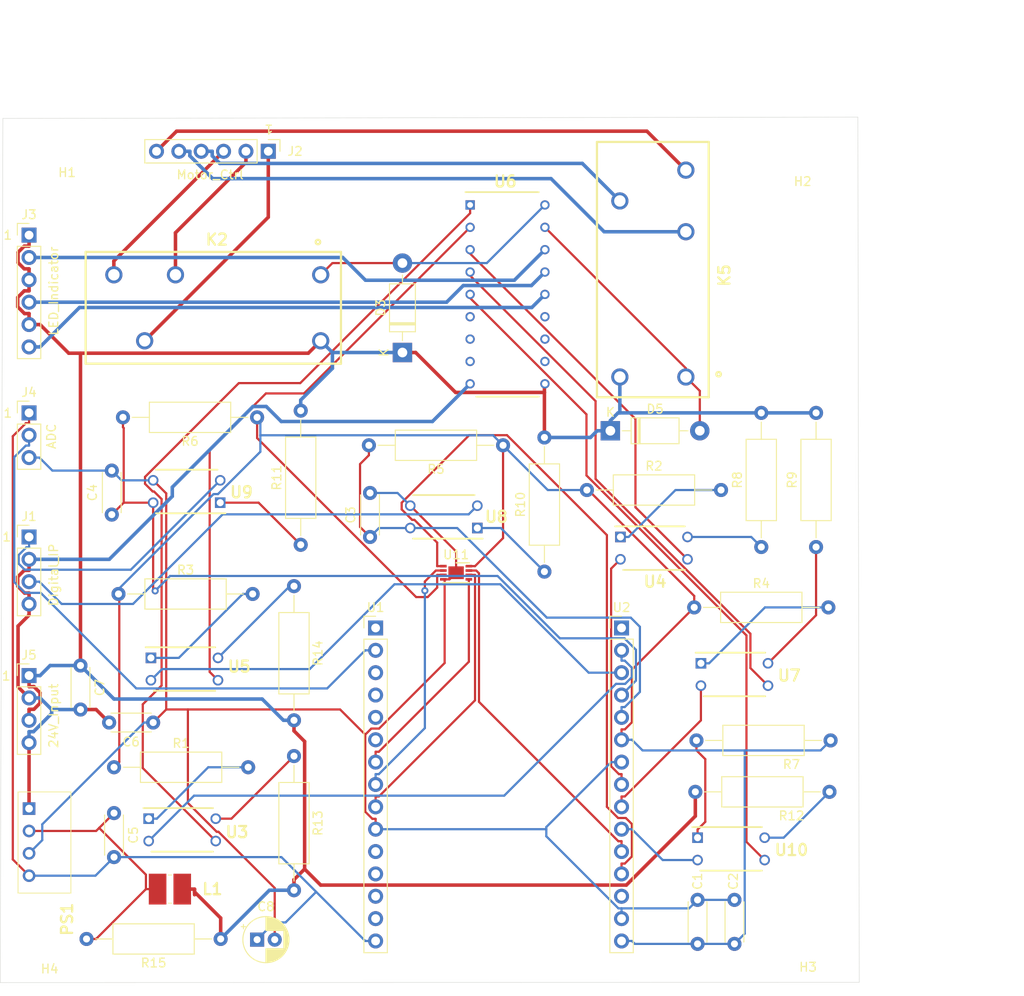
<source format=kicad_pcb>
(kicad_pcb (version 20171130) (host pcbnew "(5.1.8)-1")

  (general
    (thickness 1.6)
    (drawings 11)
    (tracks 434)
    (zones 0)
    (modules 49)
    (nets 50)
  )

  (page A4)
  (layers
    (0 F.Cu signal)
    (31 B.Cu signal)
    (32 B.Adhes user)
    (33 F.Adhes user)
    (34 B.Paste user)
    (35 F.Paste user)
    (36 B.SilkS user)
    (37 F.SilkS user)
    (38 B.Mask user)
    (39 F.Mask user)
    (40 Dwgs.User user)
    (41 Cmts.User user)
    (42 Eco1.User user)
    (43 Eco2.User user)
    (44 Edge.Cuts user)
    (45 Margin user)
    (46 B.CrtYd user)
    (47 F.CrtYd user)
    (48 B.Fab user)
    (49 F.Fab user)
  )

  (setup
    (last_trace_width 0.25)
    (user_trace_width 0.5)
    (trace_clearance 0.2)
    (zone_clearance 0.508)
    (zone_45_only no)
    (trace_min 0.2)
    (via_size 0.8)
    (via_drill 0.4)
    (via_min_size 0.4)
    (via_min_drill 0.3)
    (uvia_size 0.3)
    (uvia_drill 0.1)
    (uvias_allowed no)
    (uvia_min_size 0.2)
    (uvia_min_drill 0.1)
    (edge_width 0.05)
    (segment_width 0.2)
    (pcb_text_width 0.3)
    (pcb_text_size 1.5 1.5)
    (mod_edge_width 0.12)
    (mod_text_size 1 1)
    (mod_text_width 0.15)
    (pad_size 1.524 1.524)
    (pad_drill 0.762)
    (pad_to_mask_clearance 0)
    (aux_axis_origin 0 0)
    (visible_elements 7FFFFFFF)
    (pcbplotparams
      (layerselection 0x010fc_ffffffff)
      (usegerberextensions false)
      (usegerberattributes true)
      (usegerberadvancedattributes true)
      (creategerberjobfile true)
      (excludeedgelayer true)
      (linewidth 0.100000)
      (plotframeref false)
      (viasonmask false)
      (mode 1)
      (useauxorigin false)
      (hpglpennumber 1)
      (hpglpenspeed 20)
      (hpglpendiameter 15.000000)
      (psnegative false)
      (psa4output false)
      (plotreference true)
      (plotvalue true)
      (plotinvisibletext false)
      (padsonsilk false)
      (subtractmaskfromsilk false)
      (outputformat 1)
      (mirror false)
      (drillshape 1)
      (scaleselection 1)
      (outputdirectory ""))
  )

  (net 0 "")
  (net 1 GND)
  (net 2 VDD3V3)
  (net 3 GPIO2_IP)
  (net 4 GPIO0_IP)
  (net 5 "Net-(C5-Pad1)")
  (net 6 GND1)
  (net 7 24V)
  (net 8 "Net-(D3-Pad2)")
  (net 9 "Net-(D5-Pad2)")
  (net 10 Spare_IP)
  (net 11 Counter)
  (net 12 Stop_NO)
  (net 13 Stop_NC)
  (net 14 Stop_COM)
  (net 15 Start_NO)
  (net 16 Start_NC)
  (net 17 Start_COM)
  (net 18 RED)
  (net 19 Green)
  (net 20 Orange)
  (net 21 VDD5V)
  (net 22 ADC)
  (net 23 "Net-(R1-Pad2)")
  (net 24 "Net-(R2-Pad2)")
  (net 25 "Net-(R3-Pad2)")
  (net 26 "Net-(R4-Pad2)")
  (net 27 "Net-(R7-Pad2)")
  (net 28 "Net-(R8-Pad1)")
  (net 29 "Net-(R9-Pad1)")
  (net 30 "Net-(R10-Pad1)")
  (net 31 "Net-(R11-Pad1)")
  (net 32 "Net-(R12-Pad1)")
  (net 33 "Net-(R13-Pad1)")
  (net 34 "Net-(R14-Pad1)")
  (net 35 MOSI)
  (net 36 MISO)
  (net 37 CLK)
  (net 38 CS)
  (net 39 HOLD)
  (net 40 GPIO13)
  (net 41 GPIO12)
  (net 42 GPIO14)
  (net 43 GPIO4)
  (net 44 GPIO5)
  (net 45 "Net-(U3-Pad3)")
  (net 46 "Net-(U4-Pad3)")
  (net 47 "Net-(U5-Pad3)")
  (net 48 "Net-(U6-Pad4)")
  (net 49 "Net-(U10-Pad3)")

  (net_class Default "This is the default net class."
    (clearance 0.2)
    (trace_width 0.25)
    (via_dia 0.8)
    (via_drill 0.4)
    (uvia_dia 0.3)
    (uvia_drill 0.1)
    (add_net ADC)
    (add_net CLK)
    (add_net CS)
    (add_net Counter)
    (add_net GND)
    (add_net GPIO0_IP)
    (add_net GPIO12)
    (add_net GPIO13)
    (add_net GPIO14)
    (add_net GPIO2_IP)
    (add_net GPIO4)
    (add_net GPIO5)
    (add_net HOLD)
    (add_net MISO)
    (add_net MOSI)
    (add_net "Net-(C5-Pad1)")
    (add_net "Net-(D3-Pad2)")
    (add_net "Net-(D5-Pad2)")
    (add_net "Net-(R1-Pad2)")
    (add_net "Net-(R10-Pad1)")
    (add_net "Net-(R11-Pad1)")
    (add_net "Net-(R12-Pad1)")
    (add_net "Net-(R13-Pad1)")
    (add_net "Net-(R14-Pad1)")
    (add_net "Net-(R2-Pad2)")
    (add_net "Net-(R3-Pad2)")
    (add_net "Net-(R4-Pad2)")
    (add_net "Net-(R7-Pad2)")
    (add_net "Net-(R8-Pad1)")
    (add_net "Net-(R9-Pad1)")
    (add_net "Net-(U10-Pad3)")
    (add_net "Net-(U3-Pad3)")
    (add_net "Net-(U4-Pad3)")
    (add_net "Net-(U5-Pad3)")
    (add_net "Net-(U6-Pad4)")
    (add_net Spare_IP)
    (add_net VDD3V3)
    (add_net VDD5V)
  )

  (net_class power ""
    (clearance 0.2)
    (trace_width 0.4)
    (via_dia 0.8)
    (via_drill 0.4)
    (uvia_dia 0.3)
    (uvia_drill 0.1)
    (add_net 24V)
    (add_net GND1)
    (add_net Green)
    (add_net Orange)
    (add_net RED)
    (add_net Start_COM)
    (add_net Start_NC)
    (add_net Start_NO)
    (add_net Stop_COM)
    (add_net Stop_NC)
    (add_net Stop_NO)
  )

  (module Capacitor_THT:C_Disc_D4.3mm_W1.9mm_P5.00mm (layer F.Cu) (tedit 5AE50EF0) (tstamp 60265228)
    (at 164.338 152.146 90)
    (descr "C, Disc series, Radial, pin pitch=5.00mm, , diameter*width=4.3*1.9mm^2, Capacitor, http://www.vishay.com/docs/45233/krseries.pdf")
    (tags "C Disc series Radial pin pitch 5.00mm  diameter 4.3mm width 1.9mm Capacitor")
    (path /6022BE36)
    (fp_text reference C1 (at 7.112 0 90) (layer F.SilkS)
      (effects (font (size 1 1) (thickness 0.15)))
    )
    (fp_text value 0.1uF (at 2.5 2.2 90) (layer F.Fab)
      (effects (font (size 1 1) (thickness 0.15)))
    )
    (fp_line (start 6.05 -1.2) (end -1.05 -1.2) (layer F.CrtYd) (width 0.05))
    (fp_line (start 6.05 1.2) (end 6.05 -1.2) (layer F.CrtYd) (width 0.05))
    (fp_line (start -1.05 1.2) (end 6.05 1.2) (layer F.CrtYd) (width 0.05))
    (fp_line (start -1.05 -1.2) (end -1.05 1.2) (layer F.CrtYd) (width 0.05))
    (fp_line (start 4.77 1.055) (end 4.77 1.07) (layer F.SilkS) (width 0.12))
    (fp_line (start 4.77 -1.07) (end 4.77 -1.055) (layer F.SilkS) (width 0.12))
    (fp_line (start 0.23 1.055) (end 0.23 1.07) (layer F.SilkS) (width 0.12))
    (fp_line (start 0.23 -1.07) (end 0.23 -1.055) (layer F.SilkS) (width 0.12))
    (fp_line (start 0.23 1.07) (end 4.77 1.07) (layer F.SilkS) (width 0.12))
    (fp_line (start 0.23 -1.07) (end 4.77 -1.07) (layer F.SilkS) (width 0.12))
    (fp_line (start 4.65 -0.95) (end 0.35 -0.95) (layer F.Fab) (width 0.1))
    (fp_line (start 4.65 0.95) (end 4.65 -0.95) (layer F.Fab) (width 0.1))
    (fp_line (start 0.35 0.95) (end 4.65 0.95) (layer F.Fab) (width 0.1))
    (fp_line (start 0.35 -0.95) (end 0.35 0.95) (layer F.Fab) (width 0.1))
    (fp_text user %R (at 2.5 0 90) (layer F.Fab)
      (effects (font (size 0.86 0.86) (thickness 0.129)))
    )
    (pad 2 thru_hole circle (at 5 0 90) (size 1.6 1.6) (drill 0.8) (layers *.Cu *.Mask)
      (net 1 GND))
    (pad 1 thru_hole circle (at 0 0 90) (size 1.6 1.6) (drill 0.8) (layers *.Cu *.Mask)
      (net 2 VDD3V3))
    (model ${KISYS3DMOD}/Capacitor_THT.3dshapes/C_Disc_D4.3mm_W1.9mm_P5.00mm.wrl
      (at (xyz 0 0 0))
      (scale (xyz 1 1 1))
      (rotate (xyz 0 0 0))
    )
  )

  (module Capacitor_THT:C_Disc_D4.3mm_W1.9mm_P5.00mm (layer F.Cu) (tedit 5AE50EF0) (tstamp 6026523D)
    (at 168.529 152.146 90)
    (descr "C, Disc series, Radial, pin pitch=5.00mm, , diameter*width=4.3*1.9mm^2, Capacitor, http://www.vishay.com/docs/45233/krseries.pdf")
    (tags "C Disc series Radial pin pitch 5.00mm  diameter 4.3mm width 1.9mm Capacitor")
    (path /60224CB7)
    (fp_text reference C2 (at 7.112 -0.127 90) (layer F.SilkS)
      (effects (font (size 1 1) (thickness 0.15)))
    )
    (fp_text value 10uF (at 2.5 2.2 90) (layer F.Fab)
      (effects (font (size 1 1) (thickness 0.15)))
    )
    (fp_line (start 0.35 -0.95) (end 0.35 0.95) (layer F.Fab) (width 0.1))
    (fp_line (start 0.35 0.95) (end 4.65 0.95) (layer F.Fab) (width 0.1))
    (fp_line (start 4.65 0.95) (end 4.65 -0.95) (layer F.Fab) (width 0.1))
    (fp_line (start 4.65 -0.95) (end 0.35 -0.95) (layer F.Fab) (width 0.1))
    (fp_line (start 0.23 -1.07) (end 4.77 -1.07) (layer F.SilkS) (width 0.12))
    (fp_line (start 0.23 1.07) (end 4.77 1.07) (layer F.SilkS) (width 0.12))
    (fp_line (start 0.23 -1.07) (end 0.23 -1.055) (layer F.SilkS) (width 0.12))
    (fp_line (start 0.23 1.055) (end 0.23 1.07) (layer F.SilkS) (width 0.12))
    (fp_line (start 4.77 -1.07) (end 4.77 -1.055) (layer F.SilkS) (width 0.12))
    (fp_line (start 4.77 1.055) (end 4.77 1.07) (layer F.SilkS) (width 0.12))
    (fp_line (start -1.05 -1.2) (end -1.05 1.2) (layer F.CrtYd) (width 0.05))
    (fp_line (start -1.05 1.2) (end 6.05 1.2) (layer F.CrtYd) (width 0.05))
    (fp_line (start 6.05 1.2) (end 6.05 -1.2) (layer F.CrtYd) (width 0.05))
    (fp_line (start 6.05 -1.2) (end -1.05 -1.2) (layer F.CrtYd) (width 0.05))
    (fp_text user %R (at 2.5 0 90) (layer F.Fab)
      (effects (font (size 0.86 0.86) (thickness 0.129)))
    )
    (pad 1 thru_hole circle (at 0 0 90) (size 1.6 1.6) (drill 0.8) (layers *.Cu *.Mask)
      (net 2 VDD3V3))
    (pad 2 thru_hole circle (at 5 0 90) (size 1.6 1.6) (drill 0.8) (layers *.Cu *.Mask)
      (net 1 GND))
    (model ${KISYS3DMOD}/Capacitor_THT.3dshapes/C_Disc_D4.3mm_W1.9mm_P5.00mm.wrl
      (at (xyz 0 0 0))
      (scale (xyz 1 1 1))
      (rotate (xyz 0 0 0))
    )
  )

  (module Capacitor_THT:C_Disc_D4.3mm_W1.9mm_P5.00mm (layer F.Cu) (tedit 5AE50EF0) (tstamp 60265252)
    (at 127.127 105.918 90)
    (descr "C, Disc series, Radial, pin pitch=5.00mm, , diameter*width=4.3*1.9mm^2, Capacitor, http://www.vishay.com/docs/45233/krseries.pdf")
    (tags "C Disc series Radial pin pitch 5.00mm  diameter 4.3mm width 1.9mm Capacitor")
    (path /6033C926)
    (fp_text reference C3 (at 2.5 -2.2 90) (layer F.SilkS)
      (effects (font (size 1 1) (thickness 0.15)))
    )
    (fp_text value 0.1uF (at 2.5 2.2 90) (layer F.Fab)
      (effects (font (size 1 1) (thickness 0.15)))
    )
    (fp_line (start 6.05 -1.2) (end -1.05 -1.2) (layer F.CrtYd) (width 0.05))
    (fp_line (start 6.05 1.2) (end 6.05 -1.2) (layer F.CrtYd) (width 0.05))
    (fp_line (start -1.05 1.2) (end 6.05 1.2) (layer F.CrtYd) (width 0.05))
    (fp_line (start -1.05 -1.2) (end -1.05 1.2) (layer F.CrtYd) (width 0.05))
    (fp_line (start 4.77 1.055) (end 4.77 1.07) (layer F.SilkS) (width 0.12))
    (fp_line (start 4.77 -1.07) (end 4.77 -1.055) (layer F.SilkS) (width 0.12))
    (fp_line (start 0.23 1.055) (end 0.23 1.07) (layer F.SilkS) (width 0.12))
    (fp_line (start 0.23 -1.07) (end 0.23 -1.055) (layer F.SilkS) (width 0.12))
    (fp_line (start 0.23 1.07) (end 4.77 1.07) (layer F.SilkS) (width 0.12))
    (fp_line (start 0.23 -1.07) (end 4.77 -1.07) (layer F.SilkS) (width 0.12))
    (fp_line (start 4.65 -0.95) (end 0.35 -0.95) (layer F.Fab) (width 0.1))
    (fp_line (start 4.65 0.95) (end 4.65 -0.95) (layer F.Fab) (width 0.1))
    (fp_line (start 0.35 0.95) (end 4.65 0.95) (layer F.Fab) (width 0.1))
    (fp_line (start 0.35 -0.95) (end 0.35 0.95) (layer F.Fab) (width 0.1))
    (fp_text user %R (at 2.5 0 90) (layer F.Fab)
      (effects (font (size 0.86 0.86) (thickness 0.129)))
    )
    (pad 2 thru_hole circle (at 5 0 90) (size 1.6 1.6) (drill 0.8) (layers *.Cu *.Mask)
      (net 1 GND))
    (pad 1 thru_hole circle (at 0 0 90) (size 1.6 1.6) (drill 0.8) (layers *.Cu *.Mask)
      (net 3 GPIO2_IP))
    (model ${KISYS3DMOD}/Capacitor_THT.3dshapes/C_Disc_D4.3mm_W1.9mm_P5.00mm.wrl
      (at (xyz 0 0 0))
      (scale (xyz 1 1 1))
      (rotate (xyz 0 0 0))
    )
  )

  (module Capacitor_THT:C_Disc_D4.3mm_W1.9mm_P5.00mm (layer F.Cu) (tedit 5AE50EF0) (tstamp 60265267)
    (at 97.79 103.378 90)
    (descr "C, Disc series, Radial, pin pitch=5.00mm, , diameter*width=4.3*1.9mm^2, Capacitor, http://www.vishay.com/docs/45233/krseries.pdf")
    (tags "C Disc series Radial pin pitch 5.00mm  diameter 4.3mm width 1.9mm Capacitor")
    (path /6031F199)
    (fp_text reference C4 (at 2.5 -2.2 90) (layer F.SilkS)
      (effects (font (size 1 1) (thickness 0.15)))
    )
    (fp_text value 0.1uF (at 2.5 2.2 90) (layer F.Fab)
      (effects (font (size 1 1) (thickness 0.15)))
    )
    (fp_line (start 0.35 -0.95) (end 0.35 0.95) (layer F.Fab) (width 0.1))
    (fp_line (start 0.35 0.95) (end 4.65 0.95) (layer F.Fab) (width 0.1))
    (fp_line (start 4.65 0.95) (end 4.65 -0.95) (layer F.Fab) (width 0.1))
    (fp_line (start 4.65 -0.95) (end 0.35 -0.95) (layer F.Fab) (width 0.1))
    (fp_line (start 0.23 -1.07) (end 4.77 -1.07) (layer F.SilkS) (width 0.12))
    (fp_line (start 0.23 1.07) (end 4.77 1.07) (layer F.SilkS) (width 0.12))
    (fp_line (start 0.23 -1.07) (end 0.23 -1.055) (layer F.SilkS) (width 0.12))
    (fp_line (start 0.23 1.055) (end 0.23 1.07) (layer F.SilkS) (width 0.12))
    (fp_line (start 4.77 -1.07) (end 4.77 -1.055) (layer F.SilkS) (width 0.12))
    (fp_line (start 4.77 1.055) (end 4.77 1.07) (layer F.SilkS) (width 0.12))
    (fp_line (start -1.05 -1.2) (end -1.05 1.2) (layer F.CrtYd) (width 0.05))
    (fp_line (start -1.05 1.2) (end 6.05 1.2) (layer F.CrtYd) (width 0.05))
    (fp_line (start 6.05 1.2) (end 6.05 -1.2) (layer F.CrtYd) (width 0.05))
    (fp_line (start 6.05 -1.2) (end -1.05 -1.2) (layer F.CrtYd) (width 0.05))
    (fp_text user %R (at 2.5 0 90) (layer F.Fab)
      (effects (font (size 0.86 0.86) (thickness 0.129)))
    )
    (pad 1 thru_hole circle (at 0 0 90) (size 1.6 1.6) (drill 0.8) (layers *.Cu *.Mask)
      (net 4 GPIO0_IP))
    (pad 2 thru_hole circle (at 5 0 90) (size 1.6 1.6) (drill 0.8) (layers *.Cu *.Mask)
      (net 1 GND))
    (model ${KISYS3DMOD}/Capacitor_THT.3dshapes/C_Disc_D4.3mm_W1.9mm_P5.00mm.wrl
      (at (xyz 0 0 0))
      (scale (xyz 1 1 1))
      (rotate (xyz 0 0 0))
    )
  )

  (module Capacitor_THT:C_Disc_D4.3mm_W1.9mm_P5.00mm (layer F.Cu) (tedit 5AE50EF0) (tstamp 6026527C)
    (at 98.044 137.287 270)
    (descr "C, Disc series, Radial, pin pitch=5.00mm, , diameter*width=4.3*1.9mm^2, Capacitor, http://www.vishay.com/docs/45233/krseries.pdf")
    (tags "C Disc series Radial pin pitch 5.00mm  diameter 4.3mm width 1.9mm Capacitor")
    (path /602A61AB)
    (fp_text reference C5 (at 2.5 -2.2 90) (layer F.SilkS)
      (effects (font (size 1 1) (thickness 0.15)))
    )
    (fp_text value 330pF (at 2.5 2.2 90) (layer F.Fab)
      (effects (font (size 1 1) (thickness 0.15)))
    )
    (fp_line (start 0.35 -0.95) (end 0.35 0.95) (layer F.Fab) (width 0.1))
    (fp_line (start 0.35 0.95) (end 4.65 0.95) (layer F.Fab) (width 0.1))
    (fp_line (start 4.65 0.95) (end 4.65 -0.95) (layer F.Fab) (width 0.1))
    (fp_line (start 4.65 -0.95) (end 0.35 -0.95) (layer F.Fab) (width 0.1))
    (fp_line (start 0.23 -1.07) (end 4.77 -1.07) (layer F.SilkS) (width 0.12))
    (fp_line (start 0.23 1.07) (end 4.77 1.07) (layer F.SilkS) (width 0.12))
    (fp_line (start 0.23 -1.07) (end 0.23 -1.055) (layer F.SilkS) (width 0.12))
    (fp_line (start 0.23 1.055) (end 0.23 1.07) (layer F.SilkS) (width 0.12))
    (fp_line (start 4.77 -1.07) (end 4.77 -1.055) (layer F.SilkS) (width 0.12))
    (fp_line (start 4.77 1.055) (end 4.77 1.07) (layer F.SilkS) (width 0.12))
    (fp_line (start -1.05 -1.2) (end -1.05 1.2) (layer F.CrtYd) (width 0.05))
    (fp_line (start -1.05 1.2) (end 6.05 1.2) (layer F.CrtYd) (width 0.05))
    (fp_line (start 6.05 1.2) (end 6.05 -1.2) (layer F.CrtYd) (width 0.05))
    (fp_line (start 6.05 -1.2) (end -1.05 -1.2) (layer F.CrtYd) (width 0.05))
    (fp_text user %R (at 2.5 0 90) (layer F.Fab)
      (effects (font (size 0.86 0.86) (thickness 0.129)))
    )
    (pad 1 thru_hole circle (at 0 0 270) (size 1.6 1.6) (drill 0.8) (layers *.Cu *.Mask)
      (net 5 "Net-(C5-Pad1)"))
    (pad 2 thru_hole circle (at 5 0 270) (size 1.6 1.6) (drill 0.8) (layers *.Cu *.Mask)
      (net 21 VDD5V))
    (model ${KISYS3DMOD}/Capacitor_THT.3dshapes/C_Disc_D4.3mm_W1.9mm_P5.00mm.wrl
      (at (xyz 0 0 0))
      (scale (xyz 1 1 1))
      (rotate (xyz 0 0 0))
    )
  )

  (module Capacitor_THT:C_Disc_D4.3mm_W1.9mm_P5.00mm (layer F.Cu) (tedit 5AE50EF0) (tstamp 60265291)
    (at 102.489 127 180)
    (descr "C, Disc series, Radial, pin pitch=5.00mm, , diameter*width=4.3*1.9mm^2, Capacitor, http://www.vishay.com/docs/45233/krseries.pdf")
    (tags "C Disc series Radial pin pitch 5.00mm  diameter 4.3mm width 1.9mm Capacitor")
    (path /602B8471)
    (fp_text reference C6 (at 2.5 -2.2) (layer F.SilkS)
      (effects (font (size 1 1) (thickness 0.15)))
    )
    (fp_text value 330pF (at 2.5 2.2) (layer F.Fab)
      (effects (font (size 1 1) (thickness 0.15)))
    )
    (fp_line (start 6.05 -1.2) (end -1.05 -1.2) (layer F.CrtYd) (width 0.05))
    (fp_line (start 6.05 1.2) (end 6.05 -1.2) (layer F.CrtYd) (width 0.05))
    (fp_line (start -1.05 1.2) (end 6.05 1.2) (layer F.CrtYd) (width 0.05))
    (fp_line (start -1.05 -1.2) (end -1.05 1.2) (layer F.CrtYd) (width 0.05))
    (fp_line (start 4.77 1.055) (end 4.77 1.07) (layer F.SilkS) (width 0.12))
    (fp_line (start 4.77 -1.07) (end 4.77 -1.055) (layer F.SilkS) (width 0.12))
    (fp_line (start 0.23 1.055) (end 0.23 1.07) (layer F.SilkS) (width 0.12))
    (fp_line (start 0.23 -1.07) (end 0.23 -1.055) (layer F.SilkS) (width 0.12))
    (fp_line (start 0.23 1.07) (end 4.77 1.07) (layer F.SilkS) (width 0.12))
    (fp_line (start 0.23 -1.07) (end 4.77 -1.07) (layer F.SilkS) (width 0.12))
    (fp_line (start 4.65 -0.95) (end 0.35 -0.95) (layer F.Fab) (width 0.1))
    (fp_line (start 4.65 0.95) (end 4.65 -0.95) (layer F.Fab) (width 0.1))
    (fp_line (start 0.35 0.95) (end 4.65 0.95) (layer F.Fab) (width 0.1))
    (fp_line (start 0.35 -0.95) (end 0.35 0.95) (layer F.Fab) (width 0.1))
    (fp_text user %R (at 2.5 0) (layer F.Fab)
      (effects (font (size 0.86 0.86) (thickness 0.129)))
    )
    (pad 2 thru_hole circle (at 5 0 180) (size 1.6 1.6) (drill 0.8) (layers *.Cu *.Mask)
      (net 6 GND1))
    (pad 1 thru_hole circle (at 0 0 180) (size 1.6 1.6) (drill 0.8) (layers *.Cu *.Mask)
      (net 1 GND))
    (model ${KISYS3DMOD}/Capacitor_THT.3dshapes/C_Disc_D4.3mm_W1.9mm_P5.00mm.wrl
      (at (xyz 0 0 0))
      (scale (xyz 1 1 1))
      (rotate (xyz 0 0 0))
    )
  )

  (module Capacitor_THT:C_Disc_D4.3mm_W1.9mm_P5.00mm (layer F.Cu) (tedit 5AE50EF0) (tstamp 602652A6)
    (at 94.234 120.523 270)
    (descr "C, Disc series, Radial, pin pitch=5.00mm, , diameter*width=4.3*1.9mm^2, Capacitor, http://www.vishay.com/docs/45233/krseries.pdf")
    (tags "C Disc series Radial pin pitch 5.00mm  diameter 4.3mm width 1.9mm Capacitor")
    (path /6026B2BA)
    (fp_text reference C7 (at 2.5 -2.2 90) (layer F.SilkS)
      (effects (font (size 1 1) (thickness 0.15)))
    )
    (fp_text value 10uF (at -0.889 2.032 90) (layer F.Fab)
      (effects (font (size 1 1) (thickness 0.15)))
    )
    (fp_line (start 0.35 -0.95) (end 0.35 0.95) (layer F.Fab) (width 0.1))
    (fp_line (start 0.35 0.95) (end 4.65 0.95) (layer F.Fab) (width 0.1))
    (fp_line (start 4.65 0.95) (end 4.65 -0.95) (layer F.Fab) (width 0.1))
    (fp_line (start 4.65 -0.95) (end 0.35 -0.95) (layer F.Fab) (width 0.1))
    (fp_line (start 0.23 -1.07) (end 4.77 -1.07) (layer F.SilkS) (width 0.12))
    (fp_line (start 0.23 1.07) (end 4.77 1.07) (layer F.SilkS) (width 0.12))
    (fp_line (start 0.23 -1.07) (end 0.23 -1.055) (layer F.SilkS) (width 0.12))
    (fp_line (start 0.23 1.055) (end 0.23 1.07) (layer F.SilkS) (width 0.12))
    (fp_line (start 4.77 -1.07) (end 4.77 -1.055) (layer F.SilkS) (width 0.12))
    (fp_line (start 4.77 1.055) (end 4.77 1.07) (layer F.SilkS) (width 0.12))
    (fp_line (start -1.05 -1.2) (end -1.05 1.2) (layer F.CrtYd) (width 0.05))
    (fp_line (start -1.05 1.2) (end 6.05 1.2) (layer F.CrtYd) (width 0.05))
    (fp_line (start 6.05 1.2) (end 6.05 -1.2) (layer F.CrtYd) (width 0.05))
    (fp_line (start 6.05 -1.2) (end -1.05 -1.2) (layer F.CrtYd) (width 0.05))
    (fp_text user %R (at 2.5 0 90) (layer F.Fab)
      (effects (font (size 0.86 0.86) (thickness 0.129)))
    )
    (pad 1 thru_hole circle (at 0 0 270) (size 1.6 1.6) (drill 0.8) (layers *.Cu *.Mask)
      (net 7 24V))
    (pad 2 thru_hole circle (at 5 0 270) (size 1.6 1.6) (drill 0.8) (layers *.Cu *.Mask)
      (net 6 GND1))
    (model ${KISYS3DMOD}/Capacitor_THT.3dshapes/C_Disc_D4.3mm_W1.9mm_P5.00mm.wrl
      (at (xyz 0 0 0))
      (scale (xyz 1 1 1))
      (rotate (xyz 0 0 0))
    )
  )

  (module Diode_THT:D_DO-41_SOD81_P10.16mm_Horizontal (layer F.Cu) (tedit 5AE50CD5) (tstamp 602652C5)
    (at 130.81 84.963 90)
    (descr "Diode, DO-41_SOD81 series, Axial, Horizontal, pin pitch=10.16mm, , length*diameter=5.2*2.7mm^2, , http://www.diodes.com/_files/packages/DO-41%20(Plastic).pdf")
    (tags "Diode DO-41_SOD81 series Axial Horizontal pin pitch 10.16mm  length 5.2mm diameter 2.7mm")
    (path /60200CFF)
    (fp_text reference D3 (at 5.08 -2.47 90) (layer F.SilkS)
      (effects (font (size 1 1) (thickness 0.15)))
    )
    (fp_text value 1N4007G (at 5.08 2.47 90) (layer F.Fab)
      (effects (font (size 1 1) (thickness 0.15)))
    )
    (fp_line (start 11.51 -1.6) (end -1.35 -1.6) (layer F.CrtYd) (width 0.05))
    (fp_line (start 11.51 1.6) (end 11.51 -1.6) (layer F.CrtYd) (width 0.05))
    (fp_line (start -1.35 1.6) (end 11.51 1.6) (layer F.CrtYd) (width 0.05))
    (fp_line (start -1.35 -1.6) (end -1.35 1.6) (layer F.CrtYd) (width 0.05))
    (fp_line (start 3.14 -1.47) (end 3.14 1.47) (layer F.SilkS) (width 0.12))
    (fp_line (start 3.38 -1.47) (end 3.38 1.47) (layer F.SilkS) (width 0.12))
    (fp_line (start 3.26 -1.47) (end 3.26 1.47) (layer F.SilkS) (width 0.12))
    (fp_line (start 8.82 0) (end 7.8 0) (layer F.SilkS) (width 0.12))
    (fp_line (start 1.34 0) (end 2.36 0) (layer F.SilkS) (width 0.12))
    (fp_line (start 7.8 -1.47) (end 2.36 -1.47) (layer F.SilkS) (width 0.12))
    (fp_line (start 7.8 1.47) (end 7.8 -1.47) (layer F.SilkS) (width 0.12))
    (fp_line (start 2.36 1.47) (end 7.8 1.47) (layer F.SilkS) (width 0.12))
    (fp_line (start 2.36 -1.47) (end 2.36 1.47) (layer F.SilkS) (width 0.12))
    (fp_line (start 3.16 -1.35) (end 3.16 1.35) (layer F.Fab) (width 0.1))
    (fp_line (start 3.36 -1.35) (end 3.36 1.35) (layer F.Fab) (width 0.1))
    (fp_line (start 3.26 -1.35) (end 3.26 1.35) (layer F.Fab) (width 0.1))
    (fp_line (start 10.16 0) (end 7.68 0) (layer F.Fab) (width 0.1))
    (fp_line (start 0 0) (end 2.48 0) (layer F.Fab) (width 0.1))
    (fp_line (start 7.68 -1.35) (end 2.48 -1.35) (layer F.Fab) (width 0.1))
    (fp_line (start 7.68 1.35) (end 7.68 -1.35) (layer F.Fab) (width 0.1))
    (fp_line (start 2.48 1.35) (end 7.68 1.35) (layer F.Fab) (width 0.1))
    (fp_line (start 2.48 -1.35) (end 2.48 1.35) (layer F.Fab) (width 0.1))
    (fp_text user K (at 0 -2.1 90) (layer F.SilkS)
      (effects (font (size 1 1) (thickness 0.15)))
    )
    (fp_text user K (at 0 -2.1 90) (layer F.Fab)
      (effects (font (size 1 1) (thickness 0.15)))
    )
    (fp_text user %R (at 5.47 0 90) (layer F.Fab)
      (effects (font (size 1 1) (thickness 0.15)))
    )
    (pad 2 thru_hole oval (at 10.16 0 90) (size 2.2 2.2) (drill 1.1) (layers *.Cu *.Mask)
      (net 8 "Net-(D3-Pad2)"))
    (pad 1 thru_hole rect (at 0 0 90) (size 2.2 2.2) (drill 1.1) (layers *.Cu *.Mask)
      (net 7 24V))
    (model ${KISYS3DMOD}/Diode_THT.3dshapes/D_DO-41_SOD81_P10.16mm_Horizontal.wrl
      (at (xyz 0 0 0))
      (scale (xyz 1 1 1))
      (rotate (xyz 0 0 0))
    )
  )

  (module Diode_THT:D_DO-41_SOD81_P10.16mm_Horizontal (layer F.Cu) (tedit 5AE50CD5) (tstamp 602652E4)
    (at 154.432 93.853)
    (descr "Diode, DO-41_SOD81 series, Axial, Horizontal, pin pitch=10.16mm, , length*diameter=5.2*2.7mm^2, , http://www.diodes.com/_files/packages/DO-41%20(Plastic).pdf")
    (tags "Diode DO-41_SOD81 series Axial Horizontal pin pitch 10.16mm  length 5.2mm diameter 2.7mm")
    (path /602067E5)
    (fp_text reference D5 (at 5.08 -2.47) (layer F.SilkS)
      (effects (font (size 1 1) (thickness 0.15)))
    )
    (fp_text value 1N4007G (at 5.08 2.47) (layer F.Fab)
      (effects (font (size 1 1) (thickness 0.15)))
    )
    (fp_line (start 2.48 -1.35) (end 2.48 1.35) (layer F.Fab) (width 0.1))
    (fp_line (start 2.48 1.35) (end 7.68 1.35) (layer F.Fab) (width 0.1))
    (fp_line (start 7.68 1.35) (end 7.68 -1.35) (layer F.Fab) (width 0.1))
    (fp_line (start 7.68 -1.35) (end 2.48 -1.35) (layer F.Fab) (width 0.1))
    (fp_line (start 0 0) (end 2.48 0) (layer F.Fab) (width 0.1))
    (fp_line (start 10.16 0) (end 7.68 0) (layer F.Fab) (width 0.1))
    (fp_line (start 3.26 -1.35) (end 3.26 1.35) (layer F.Fab) (width 0.1))
    (fp_line (start 3.36 -1.35) (end 3.36 1.35) (layer F.Fab) (width 0.1))
    (fp_line (start 3.16 -1.35) (end 3.16 1.35) (layer F.Fab) (width 0.1))
    (fp_line (start 2.36 -1.47) (end 2.36 1.47) (layer F.SilkS) (width 0.12))
    (fp_line (start 2.36 1.47) (end 7.8 1.47) (layer F.SilkS) (width 0.12))
    (fp_line (start 7.8 1.47) (end 7.8 -1.47) (layer F.SilkS) (width 0.12))
    (fp_line (start 7.8 -1.47) (end 2.36 -1.47) (layer F.SilkS) (width 0.12))
    (fp_line (start 1.34 0) (end 2.36 0) (layer F.SilkS) (width 0.12))
    (fp_line (start 8.82 0) (end 7.8 0) (layer F.SilkS) (width 0.12))
    (fp_line (start 3.26 -1.47) (end 3.26 1.47) (layer F.SilkS) (width 0.12))
    (fp_line (start 3.38 -1.47) (end 3.38 1.47) (layer F.SilkS) (width 0.12))
    (fp_line (start 3.14 -1.47) (end 3.14 1.47) (layer F.SilkS) (width 0.12))
    (fp_line (start -1.35 -1.6) (end -1.35 1.6) (layer F.CrtYd) (width 0.05))
    (fp_line (start -1.35 1.6) (end 11.51 1.6) (layer F.CrtYd) (width 0.05))
    (fp_line (start 11.51 1.6) (end 11.51 -1.6) (layer F.CrtYd) (width 0.05))
    (fp_line (start 11.51 -1.6) (end -1.35 -1.6) (layer F.CrtYd) (width 0.05))
    (fp_text user %R (at 5.47 0) (layer F.Fab)
      (effects (font (size 1 1) (thickness 0.15)))
    )
    (fp_text user K (at 0 -2.1) (layer F.Fab)
      (effects (font (size 1 1) (thickness 0.15)))
    )
    (fp_text user K (at 0 -2.1) (layer F.SilkS)
      (effects (font (size 1 1) (thickness 0.15)))
    )
    (pad 1 thru_hole rect (at 0 0) (size 2.2 2.2) (drill 1.1) (layers *.Cu *.Mask)
      (net 7 24V))
    (pad 2 thru_hole oval (at 10.16 0) (size 2.2 2.2) (drill 1.1) (layers *.Cu *.Mask)
      (net 9 "Net-(D5-Pad2)"))
    (model ${KISYS3DMOD}/Diode_THT.3dshapes/D_DO-41_SOD81_P10.16mm_Horizontal.wrl
      (at (xyz 0 0 0))
      (scale (xyz 1 1 1))
      (rotate (xyz 0 0 0))
    )
  )

  (module Connector_PinHeader_2.54mm:PinHeader_1x04_P2.54mm_Vertical (layer F.Cu) (tedit 59FED5CC) (tstamp 60263FDC)
    (at 88.392 105.918)
    (descr "Through hole straight pin header, 1x04, 2.54mm pitch, single row")
    (tags "Through hole pin header THT 1x04 2.54mm single row")
    (path /6034544B)
    (fp_text reference J1 (at 0 -2.33) (layer F.SilkS)
      (effects (font (size 1 1) (thickness 0.15)))
    )
    (fp_text value Digital_IP (at 2.794 4.318 90) (layer F.SilkS)
      (effects (font (size 1 1) (thickness 0.15)))
    )
    (fp_line (start 1.8 -1.8) (end -1.8 -1.8) (layer F.CrtYd) (width 0.05))
    (fp_line (start 1.8 9.4) (end 1.8 -1.8) (layer F.CrtYd) (width 0.05))
    (fp_line (start -1.8 9.4) (end 1.8 9.4) (layer F.CrtYd) (width 0.05))
    (fp_line (start -1.8 -1.8) (end -1.8 9.4) (layer F.CrtYd) (width 0.05))
    (fp_line (start -1.33 -1.33) (end 0 -1.33) (layer F.SilkS) (width 0.12))
    (fp_line (start -1.33 0) (end -1.33 -1.33) (layer F.SilkS) (width 0.12))
    (fp_line (start -1.33 1.27) (end 1.33 1.27) (layer F.SilkS) (width 0.12))
    (fp_line (start 1.33 1.27) (end 1.33 8.95) (layer F.SilkS) (width 0.12))
    (fp_line (start -1.33 1.27) (end -1.33 8.95) (layer F.SilkS) (width 0.12))
    (fp_line (start -1.33 8.95) (end 1.33 8.95) (layer F.SilkS) (width 0.12))
    (fp_line (start -1.27 -0.635) (end -0.635 -1.27) (layer F.Fab) (width 0.1))
    (fp_line (start -1.27 8.89) (end -1.27 -0.635) (layer F.Fab) (width 0.1))
    (fp_line (start 1.27 8.89) (end -1.27 8.89) (layer F.Fab) (width 0.1))
    (fp_line (start 1.27 -1.27) (end 1.27 8.89) (layer F.Fab) (width 0.1))
    (fp_line (start -0.635 -1.27) (end 1.27 -1.27) (layer F.Fab) (width 0.1))
    (fp_text user %R (at 0 3.81 90) (layer F.Fab)
      (effects (font (size 1 1) (thickness 0.15)))
    )
    (pad 4 thru_hole oval (at 0 7.62) (size 1.7 1.7) (drill 1) (layers *.Cu *.Mask)
      (net 6 GND1))
    (pad 3 thru_hole oval (at 0 5.08) (size 1.7 1.7) (drill 1) (layers *.Cu *.Mask)
      (net 10 Spare_IP))
    (pad 2 thru_hole oval (at 0 2.54) (size 1.7 1.7) (drill 1) (layers *.Cu *.Mask)
      (net 6 GND1))
    (pad 1 thru_hole rect (at 0 0) (size 1.7 1.7) (drill 1) (layers *.Cu *.Mask)
      (net 11 Counter))
    (model ${KISYS3DMOD}/Connector_PinHeader_2.54mm.3dshapes/PinHeader_1x04_P2.54mm_Vertical.wrl
      (at (xyz 0 0 0))
      (scale (xyz 1 1 1))
      (rotate (xyz 0 0 0))
    )
  )

  (module Connector_PinHeader_2.54mm:PinHeader_1x06_P2.54mm_Vertical (layer F.Cu) (tedit 59FED5CC) (tstamp 60264023)
    (at 115.57 62.103 270)
    (descr "Through hole straight pin header, 1x06, 2.54mm pitch, single row")
    (tags "Through hole pin header THT 1x06 2.54mm single row")
    (path /60233DE4)
    (fp_text reference J2 (at 0 -3.048 180) (layer F.SilkS)
      (effects (font (size 1 1) (thickness 0.15)))
    )
    (fp_text value Motor_Ctrl (at 2.667 6.604 180) (layer F.SilkS)
      (effects (font (size 1 1) (thickness 0.15)))
    )
    (fp_line (start 1.8 -1.8) (end -1.8 -1.8) (layer F.CrtYd) (width 0.05))
    (fp_line (start 1.8 14.5) (end 1.8 -1.8) (layer F.CrtYd) (width 0.05))
    (fp_line (start -1.8 14.5) (end 1.8 14.5) (layer F.CrtYd) (width 0.05))
    (fp_line (start -1.8 -1.8) (end -1.8 14.5) (layer F.CrtYd) (width 0.05))
    (fp_line (start -1.33 -1.33) (end 0 -1.33) (layer F.SilkS) (width 0.12))
    (fp_line (start -1.33 0) (end -1.33 -1.33) (layer F.SilkS) (width 0.12))
    (fp_line (start -1.33 1.27) (end 1.33 1.27) (layer F.SilkS) (width 0.12))
    (fp_line (start 1.33 1.27) (end 1.33 14.03) (layer F.SilkS) (width 0.12))
    (fp_line (start -1.33 1.27) (end -1.33 14.03) (layer F.SilkS) (width 0.12))
    (fp_line (start -1.33 14.03) (end 1.33 14.03) (layer F.SilkS) (width 0.12))
    (fp_line (start -1.27 -0.635) (end -0.635 -1.27) (layer F.Fab) (width 0.1))
    (fp_line (start -1.27 13.97) (end -1.27 -0.635) (layer F.Fab) (width 0.1))
    (fp_line (start 1.27 13.97) (end -1.27 13.97) (layer F.Fab) (width 0.1))
    (fp_line (start 1.27 -1.27) (end 1.27 13.97) (layer F.Fab) (width 0.1))
    (fp_line (start -0.635 -1.27) (end 1.27 -1.27) (layer F.Fab) (width 0.1))
    (fp_text user %R (at 0.635 6.985) (layer F.Fab)
      (effects (font (size 1 1) (thickness 0.15)))
    )
    (pad 6 thru_hole oval (at 0 12.7 270) (size 1.7 1.7) (drill 1) (layers *.Cu *.Mask)
      (net 12 Stop_NO))
    (pad 5 thru_hole oval (at 0 10.16 270) (size 1.7 1.7) (drill 1) (layers *.Cu *.Mask)
      (net 13 Stop_NC))
    (pad 4 thru_hole oval (at 0 7.62 270) (size 1.7 1.7) (drill 1) (layers *.Cu *.Mask)
      (net 14 Stop_COM))
    (pad 3 thru_hole oval (at 0 5.08 270) (size 1.7 1.7) (drill 1) (layers *.Cu *.Mask)
      (net 15 Start_NO))
    (pad 2 thru_hole oval (at 0 2.54 270) (size 1.7 1.7) (drill 1) (layers *.Cu *.Mask)
      (net 16 Start_NC))
    (pad 1 thru_hole rect (at 0 0 270) (size 1.7 1.7) (drill 1) (layers *.Cu *.Mask)
      (net 17 Start_COM))
    (model ${KISYS3DMOD}/Connector_PinHeader_2.54mm.3dshapes/PinHeader_1x06_P2.54mm_Vertical.wrl
      (at (xyz 0 0 0))
      (scale (xyz 1 1 1))
      (rotate (xyz 0 0 0))
    )
  )

  (module Connector_PinHeader_2.54mm:PinHeader_1x06_P2.54mm_Vertical (layer F.Cu) (tedit 59FED5CC) (tstamp 6026406E)
    (at 88.392 71.628)
    (descr "Through hole straight pin header, 1x06, 2.54mm pitch, single row")
    (tags "Through hole pin header THT 1x06 2.54mm single row")
    (path /6026F0B6)
    (fp_text reference J3 (at 0 -2.33) (layer F.SilkS)
      (effects (font (size 1 1) (thickness 0.15)))
    )
    (fp_text value LED_Indicator (at 2.794 6.35 90) (layer F.SilkS)
      (effects (font (size 1 1) (thickness 0.15)))
    )
    (fp_line (start -0.635 -1.27) (end 1.27 -1.27) (layer F.Fab) (width 0.1))
    (fp_line (start 1.27 -1.27) (end 1.27 13.97) (layer F.Fab) (width 0.1))
    (fp_line (start 1.27 13.97) (end -1.27 13.97) (layer F.Fab) (width 0.1))
    (fp_line (start -1.27 13.97) (end -1.27 -0.635) (layer F.Fab) (width 0.1))
    (fp_line (start -1.27 -0.635) (end -0.635 -1.27) (layer F.Fab) (width 0.1))
    (fp_line (start -1.33 14.03) (end 1.33 14.03) (layer F.SilkS) (width 0.12))
    (fp_line (start -1.33 1.27) (end -1.33 14.03) (layer F.SilkS) (width 0.12))
    (fp_line (start 1.33 1.27) (end 1.33 14.03) (layer F.SilkS) (width 0.12))
    (fp_line (start -1.33 1.27) (end 1.33 1.27) (layer F.SilkS) (width 0.12))
    (fp_line (start -1.33 0) (end -1.33 -1.33) (layer F.SilkS) (width 0.12))
    (fp_line (start -1.33 -1.33) (end 0 -1.33) (layer F.SilkS) (width 0.12))
    (fp_line (start -1.8 -1.8) (end -1.8 14.5) (layer F.CrtYd) (width 0.05))
    (fp_line (start -1.8 14.5) (end 1.8 14.5) (layer F.CrtYd) (width 0.05))
    (fp_line (start 1.8 14.5) (end 1.8 -1.8) (layer F.CrtYd) (width 0.05))
    (fp_line (start 1.8 -1.8) (end -1.8 -1.8) (layer F.CrtYd) (width 0.05))
    (fp_text user %R (at 0 6.35 90) (layer F.Fab)
      (effects (font (size 1 1) (thickness 0.15)))
    )
    (pad 1 thru_hole rect (at 0 0) (size 1.7 1.7) (drill 1) (layers *.Cu *.Mask)
      (net 7 24V))
    (pad 2 thru_hole oval (at 0 2.54) (size 1.7 1.7) (drill 1) (layers *.Cu *.Mask)
      (net 18 RED))
    (pad 3 thru_hole oval (at 0 5.08) (size 1.7 1.7) (drill 1) (layers *.Cu *.Mask)
      (net 7 24V))
    (pad 4 thru_hole oval (at 0 7.62) (size 1.7 1.7) (drill 1) (layers *.Cu *.Mask)
      (net 19 Green))
    (pad 5 thru_hole oval (at 0 10.16) (size 1.7 1.7) (drill 1) (layers *.Cu *.Mask)
      (net 7 24V))
    (pad 6 thru_hole oval (at 0 12.7) (size 1.7 1.7) (drill 1) (layers *.Cu *.Mask)
      (net 20 Orange))
    (model ${KISYS3DMOD}/Connector_PinHeader_2.54mm.3dshapes/PinHeader_1x06_P2.54mm_Vertical.wrl
      (at (xyz 0 0 0))
      (scale (xyz 1 1 1))
      (rotate (xyz 0 0 0))
    )
  )

  (module Connector_PinHeader_2.54mm:PinHeader_1x03_P2.54mm_Vertical (layer F.Cu) (tedit 59FED5CC) (tstamp 602640B6)
    (at 88.392 91.821)
    (descr "Through hole straight pin header, 1x03, 2.54mm pitch, single row")
    (tags "Through hole pin header THT 1x03 2.54mm single row")
    (path /6031D680)
    (fp_text reference J4 (at 0 -2.33) (layer F.SilkS)
      (effects (font (size 1 1) (thickness 0.15)))
    )
    (fp_text value ADC (at 2.54 2.667 90) (layer F.SilkS)
      (effects (font (size 1 1) (thickness 0.15)))
    )
    (fp_line (start -0.635 -1.27) (end 1.27 -1.27) (layer F.Fab) (width 0.1))
    (fp_line (start 1.27 -1.27) (end 1.27 6.35) (layer F.Fab) (width 0.1))
    (fp_line (start 1.27 6.35) (end -1.27 6.35) (layer F.Fab) (width 0.1))
    (fp_line (start -1.27 6.35) (end -1.27 -0.635) (layer F.Fab) (width 0.1))
    (fp_line (start -1.27 -0.635) (end -0.635 -1.27) (layer F.Fab) (width 0.1))
    (fp_line (start -1.33 6.41) (end 1.33 6.41) (layer F.SilkS) (width 0.12))
    (fp_line (start -1.33 1.27) (end -1.33 6.41) (layer F.SilkS) (width 0.12))
    (fp_line (start 1.33 1.27) (end 1.33 6.41) (layer F.SilkS) (width 0.12))
    (fp_line (start -1.33 1.27) (end 1.33 1.27) (layer F.SilkS) (width 0.12))
    (fp_line (start -1.33 0) (end -1.33 -1.33) (layer F.SilkS) (width 0.12))
    (fp_line (start -1.33 -1.33) (end 0 -1.33) (layer F.SilkS) (width 0.12))
    (fp_line (start -1.8 -1.8) (end -1.8 6.85) (layer F.CrtYd) (width 0.05))
    (fp_line (start -1.8 6.85) (end 1.8 6.85) (layer F.CrtYd) (width 0.05))
    (fp_line (start 1.8 6.85) (end 1.8 -1.8) (layer F.CrtYd) (width 0.05))
    (fp_line (start 1.8 -1.8) (end -1.8 -1.8) (layer F.CrtYd) (width 0.05))
    (fp_text user %R (at 0 2.54 90) (layer F.Fab)
      (effects (font (size 1 1) (thickness 0.15)))
    )
    (pad 1 thru_hole rect (at 0 0) (size 1.7 1.7) (drill 1) (layers *.Cu *.Mask)
      (net 21 VDD5V))
    (pad 2 thru_hole oval (at 0 2.54) (size 1.7 1.7) (drill 1) (layers *.Cu *.Mask)
      (net 22 ADC))
    (pad 3 thru_hole oval (at 0 5.08) (size 1.7 1.7) (drill 1) (layers *.Cu *.Mask)
      (net 1 GND))
    (model ${KISYS3DMOD}/Connector_PinHeader_2.54mm.3dshapes/PinHeader_1x03_P2.54mm_Vertical.wrl
      (at (xyz 0 0 0))
      (scale (xyz 1 1 1))
      (rotate (xyz 0 0 0))
    )
  )

  (module Connector_PinHeader_2.54mm:PinHeader_1x04_P2.54mm_Vertical (layer F.Cu) (tedit 59FED5CC) (tstamp 60263F97)
    (at 88.392 121.666)
    (descr "Through hole straight pin header, 1x04, 2.54mm pitch, single row")
    (tags "Through hole pin header THT 1x04 2.54mm single row")
    (path /602CB48E)
    (fp_text reference J5 (at 0 -2.33) (layer F.SilkS)
      (effects (font (size 1 1) (thickness 0.15)))
    )
    (fp_text value 24V_Input (at 2.794 4.572 90) (layer F.SilkS)
      (effects (font (size 1 1) (thickness 0.15)))
    )
    (fp_line (start -0.635 -1.27) (end 1.27 -1.27) (layer F.Fab) (width 0.1))
    (fp_line (start 1.27 -1.27) (end 1.27 8.89) (layer F.Fab) (width 0.1))
    (fp_line (start 1.27 8.89) (end -1.27 8.89) (layer F.Fab) (width 0.1))
    (fp_line (start -1.27 8.89) (end -1.27 -0.635) (layer F.Fab) (width 0.1))
    (fp_line (start -1.27 -0.635) (end -0.635 -1.27) (layer F.Fab) (width 0.1))
    (fp_line (start -1.33 8.95) (end 1.33 8.95) (layer F.SilkS) (width 0.12))
    (fp_line (start -1.33 1.27) (end -1.33 8.95) (layer F.SilkS) (width 0.12))
    (fp_line (start 1.33 1.27) (end 1.33 8.95) (layer F.SilkS) (width 0.12))
    (fp_line (start -1.33 1.27) (end 1.33 1.27) (layer F.SilkS) (width 0.12))
    (fp_line (start -1.33 0) (end -1.33 -1.33) (layer F.SilkS) (width 0.12))
    (fp_line (start -1.33 -1.33) (end 0 -1.33) (layer F.SilkS) (width 0.12))
    (fp_line (start -1.8 -1.8) (end -1.8 9.4) (layer F.CrtYd) (width 0.05))
    (fp_line (start -1.8 9.4) (end 1.8 9.4) (layer F.CrtYd) (width 0.05))
    (fp_line (start 1.8 9.4) (end 1.8 -1.8) (layer F.CrtYd) (width 0.05))
    (fp_line (start 1.8 -1.8) (end -1.8 -1.8) (layer F.CrtYd) (width 0.05))
    (fp_text user %R (at 0 3.81 90) (layer F.Fab)
      (effects (font (size 1 1) (thickness 0.15)))
    )
    (pad 1 thru_hole rect (at 0 0) (size 1.7 1.7) (drill 1) (layers *.Cu *.Mask)
      (net 7 24V))
    (pad 2 thru_hole oval (at 0 2.54) (size 1.7 1.7) (drill 1) (layers *.Cu *.Mask)
      (net 6 GND1))
    (pad 3 thru_hole oval (at 0 5.08) (size 1.7 1.7) (drill 1) (layers *.Cu *.Mask)
      (net 7 24V))
    (pad 4 thru_hole oval (at 0 7.62) (size 1.7 1.7) (drill 1) (layers *.Cu *.Mask)
      (net 6 GND1))
    (model ${KISYS3DMOD}/Connector_PinHeader_2.54mm.3dshapes/PinHeader_1x04_P2.54mm_Vertical.wrl
      (at (xyz 0 0 0))
      (scale (xyz 1 1 1))
      (rotate (xyz 0 0 0))
    )
  )

  (module SamacSys_Parts:G2RL14 (layer F.Cu) (tedit 0) (tstamp 60265372)
    (at 123.825 73.533 180)
    (descr G2RL14)
    (tags "Relay or Contactor")
    (path /601B8811)
    (fp_text reference K2 (at 14.097 1.397) (layer F.SilkS)
      (effects (font (size 1.27 1.27) (thickness 0.254)))
    )
    (fp_text value G2RL-1-DC24 (at 13.608 -5.789) (layer F.SilkS) hide
      (effects (font (size 1.27 1.27) (thickness 0.254)))
    )
    (fp_line (start 0 -12.7) (end 29 -12.7) (layer F.Fab) (width 0.254))
    (fp_line (start 29 -12.7) (end 29 0) (layer F.Fab) (width 0.254))
    (fp_line (start 29 0) (end 0 0) (layer F.Fab) (width 0.254))
    (fp_line (start 0 0) (end 0 -12.7) (layer F.Fab) (width 0.254))
    (fp_line (start 0 0) (end 0 -12.7) (layer F.SilkS) (width 0.254))
    (fp_line (start 0 -12.7) (end 29 -12.7) (layer F.SilkS) (width 0.254))
    (fp_line (start 29 -12.7) (end 29 0) (layer F.SilkS) (width 0.254))
    (fp_line (start 29 0) (end 0 0) (layer F.SilkS) (width 0.254))
    (fp_circle (center 2.613 1.122) (end 2.613 1.24736) (layer F.SilkS) (width 0.254))
    (fp_text user %R (at 13.608 -5.789) (layer F.Fab)
      (effects (font (size 1.27 1.27) (thickness 0.254)))
    )
    (pad 1 thru_hole circle (at 2.3 -2.6 180) (size 1.95 1.95) (drill 1.3) (layers *.Cu *.Mask)
      (net 8 "Net-(D3-Pad2)"))
    (pad 2 thru_hole circle (at 18.8 -2.6 180) (size 1.95 1.95) (drill 1.3) (layers *.Cu *.Mask)
      (net 16 Start_NC))
    (pad 3 thru_hole circle (at 25.8 -2.6 180) (size 1.95 1.95) (drill 1.3) (layers *.Cu *.Mask)
      (net 15 Start_NO))
    (pad 4 thru_hole circle (at 22.3 -10.1 180) (size 1.95 1.95) (drill 1.3) (layers *.Cu *.Mask)
      (net 17 Start_COM))
    (pad 5 thru_hole circle (at 2.3 -10.1 180) (size 1.95 1.95) (drill 1.3) (layers *.Cu *.Mask)
      (net 7 24V))
  )

  (module SamacSys_Parts:G2RL14 (layer F.Cu) (tedit 0) (tstamp 60266201)
    (at 165.608 90.043 90)
    (descr G2RL14)
    (tags "Relay or Contactor")
    (path /602067DC)
    (fp_text reference K5 (at 13.843 1.778 90) (layer F.SilkS)
      (effects (font (size 1.27 1.27) (thickness 0.254)))
    )
    (fp_text value G2RL-1-DC24 (at 13.608 -5.789 90) (layer F.SilkS) hide
      (effects (font (size 1.27 1.27) (thickness 0.254)))
    )
    (fp_circle (center 2.613 1.122) (end 2.613 1.24736) (layer F.SilkS) (width 0.254))
    (fp_line (start 29 0) (end 0 0) (layer F.SilkS) (width 0.254))
    (fp_line (start 29 -12.7) (end 29 0) (layer F.SilkS) (width 0.254))
    (fp_line (start 0 -12.7) (end 29 -12.7) (layer F.SilkS) (width 0.254))
    (fp_line (start 0 0) (end 0 -12.7) (layer F.SilkS) (width 0.254))
    (fp_line (start 0 0) (end 0 -12.7) (layer F.Fab) (width 0.254))
    (fp_line (start 29 0) (end 0 0) (layer F.Fab) (width 0.254))
    (fp_line (start 29 -12.7) (end 29 0) (layer F.Fab) (width 0.254))
    (fp_line (start 0 -12.7) (end 29 -12.7) (layer F.Fab) (width 0.254))
    (fp_text user %R (at 13.608 -5.789 90) (layer F.Fab)
      (effects (font (size 1.27 1.27) (thickness 0.254)))
    )
    (pad 5 thru_hole circle (at 2.3 -10.1 90) (size 1.95 1.95) (drill 1.3) (layers *.Cu *.Mask)
      (net 7 24V))
    (pad 4 thru_hole circle (at 22.3 -10.1 90) (size 1.95 1.95) (drill 1.3) (layers *.Cu *.Mask)
      (net 14 Stop_COM))
    (pad 3 thru_hole circle (at 25.8 -2.6 90) (size 1.95 1.95) (drill 1.3) (layers *.Cu *.Mask)
      (net 12 Stop_NO))
    (pad 2 thru_hole circle (at 18.8 -2.6 90) (size 1.95 1.95) (drill 1.3) (layers *.Cu *.Mask)
      (net 13 Stop_NC))
    (pad 1 thru_hole circle (at 2.3 -2.6 90) (size 1.95 1.95) (drill 1.3) (layers *.Cu *.Mask)
      (net 9 "Net-(D5-Pad2)"))
  )

  (module RLS-226:RLS226 (layer F.Cu) (tedit 0) (tstamp 60265396)
    (at 104.394 145.923)
    (descr RLS-226-2)
    (tags Inductor)
    (path /6027A5EF)
    (attr smd)
    (fp_text reference L1 (at 4.826 0) (layer F.SilkS)
      (effects (font (size 1.27 1.27) (thickness 0.254)))
    )
    (fp_text value 22uH (at 0 0) (layer F.SilkS) hide
      (effects (font (size 1.27 1.27) (thickness 0.254)))
    )
    (fp_line (start -2.25 -1.6) (end 2.25 -1.6) (layer F.Fab) (width 0.2))
    (fp_line (start 2.25 -1.6) (end 2.25 1.6) (layer F.Fab) (width 0.2))
    (fp_line (start 2.25 1.6) (end -2.25 1.6) (layer F.Fab) (width 0.2))
    (fp_line (start -2.25 1.6) (end -2.25 -1.6) (layer F.Fab) (width 0.2))
    (fp_line (start -3.4 -2.75) (end 3.4 -2.75) (layer F.CrtYd) (width 0.1))
    (fp_line (start 3.4 -2.75) (end 3.4 2.75) (layer F.CrtYd) (width 0.1))
    (fp_line (start 3.4 2.75) (end -3.4 2.75) (layer F.CrtYd) (width 0.1))
    (fp_line (start -3.4 2.75) (end -3.4 -2.75) (layer F.CrtYd) (width 0.1))
    (fp_line (start -0.2 -1.6) (end 0.2 -1.6) (layer F.SilkS) (width 0.1))
    (fp_line (start -0.2 1.6) (end 0.2 1.6) (layer F.SilkS) (width 0.1))
    (fp_text user %R (at 0 0) (layer F.Fab)
      (effects (font (size 1.27 1.27) (thickness 0.254)))
    )
    (pad 1 smd rect (at -1.4 0) (size 2 3.5) (layers F.Cu F.Paste F.Mask)
      (net 5 "Net-(C5-Pad1)"))
    (pad 2 smd rect (at 1.4 0) (size 2 3.5) (layers F.Cu F.Paste F.Mask)
      (net 7 24V))
  )

  (module ROE2450S:ROE1205S (layer F.Cu) (tedit 0) (tstamp 602653AB)
    (at 88.392 136.779 270)
    (descr ROE)
    (tags "Power Supply")
    (path /601CB8A2)
    (fp_text reference PS1 (at 12.573 -4.318 90) (layer F.SilkS)
      (effects (font (size 1.27 1.27) (thickness 0.254)))
    )
    (fp_text value ROE-2405S (at 3.429 -3.81 90) (layer F.SilkS) hide
      (effects (font (size 1.27 1.27) (thickness 0.254)))
    )
    (fp_line (start -1.9 -4.75) (end 9.6 -4.75) (layer F.Fab) (width 0.2))
    (fp_line (start 9.6 -4.75) (end 9.6 1.25) (layer F.Fab) (width 0.2))
    (fp_line (start 9.6 1.25) (end -1.9 1.25) (layer F.Fab) (width 0.2))
    (fp_line (start -1.9 1.25) (end -1.9 -4.75) (layer F.Fab) (width 0.2))
    (fp_line (start -1.9 -4.75) (end 9.6 -4.75) (layer F.SilkS) (width 0.1))
    (fp_line (start 9.6 -4.75) (end 9.6 1.25) (layer F.SilkS) (width 0.1))
    (fp_line (start 9.6 1.25) (end -1.9 1.25) (layer F.SilkS) (width 0.1))
    (fp_line (start -1.9 1.25) (end -1.9 -4.75) (layer F.SilkS) (width 0.1))
    (fp_line (start -2.9 -5.75) (end 10.6 -5.75) (layer F.CrtYd) (width 0.1))
    (fp_line (start 10.6 -5.75) (end 10.6 2.25) (layer F.CrtYd) (width 0.1))
    (fp_line (start 10.6 2.25) (end -2.9 2.25) (layer F.CrtYd) (width 0.1))
    (fp_line (start -2.9 2.25) (end -2.9 -5.75) (layer F.CrtYd) (width 0.1))
    (fp_text user %R (at 3.85 -1.75 90) (layer F.Fab)
      (effects (font (size 1.27 1.27) (thickness 0.254)))
    )
    (pad 1 thru_hole rect (at 0 0 270) (size 1.43 1.43) (drill 0.88) (layers *.Cu *.Mask)
      (net 6 GND1))
    (pad 2 thru_hole circle (at 2.54 0 270) (size 1.43 1.43) (drill 0.88) (layers *.Cu *.Mask)
      (net 5 "Net-(C5-Pad1)"))
    (pad 3 thru_hole circle (at 5.08 0 270) (size 1.43 1.43) (drill 0.88) (layers *.Cu *.Mask)
      (net 1 GND))
    (pad 4 thru_hole circle (at 7.62 0 270) (size 1.43 1.43) (drill 0.88) (layers *.Cu *.Mask)
      (net 21 VDD5V))
    (model ROE-2405S.stp
      (at (xyz 0 0 0))
      (scale (xyz 1 1 1))
      (rotate (xyz 0 0 0))
    )
  )

  (module Resistor_THT:R_Axial_DIN0309_L9.0mm_D3.2mm_P15.24mm_Horizontal (layer F.Cu) (tedit 5AE5139B) (tstamp 602653C2)
    (at 98.044 132.08)
    (descr "Resistor, Axial_DIN0309 series, Axial, Horizontal, pin pitch=15.24mm, 0.5W = 1/2W, length*diameter=9*3.2mm^2, http://cdn-reichelt.de/documents/datenblatt/B400/1_4W%23YAG.pdf")
    (tags "Resistor Axial_DIN0309 series Axial Horizontal pin pitch 15.24mm 0.5W = 1/2W length 9mm diameter 3.2mm")
    (path /601B8D73)
    (fp_text reference R1 (at 7.62 -2.72) (layer F.SilkS)
      (effects (font (size 1 1) (thickness 0.15)))
    )
    (fp_text value 720R (at 7.62 2.72) (layer F.Fab)
      (effects (font (size 1 1) (thickness 0.15)))
    )
    (fp_line (start 16.29 -1.85) (end -1.05 -1.85) (layer F.CrtYd) (width 0.05))
    (fp_line (start 16.29 1.85) (end 16.29 -1.85) (layer F.CrtYd) (width 0.05))
    (fp_line (start -1.05 1.85) (end 16.29 1.85) (layer F.CrtYd) (width 0.05))
    (fp_line (start -1.05 -1.85) (end -1.05 1.85) (layer F.CrtYd) (width 0.05))
    (fp_line (start 14.2 0) (end 12.24 0) (layer F.SilkS) (width 0.12))
    (fp_line (start 1.04 0) (end 3 0) (layer F.SilkS) (width 0.12))
    (fp_line (start 12.24 -1.72) (end 3 -1.72) (layer F.SilkS) (width 0.12))
    (fp_line (start 12.24 1.72) (end 12.24 -1.72) (layer F.SilkS) (width 0.12))
    (fp_line (start 3 1.72) (end 12.24 1.72) (layer F.SilkS) (width 0.12))
    (fp_line (start 3 -1.72) (end 3 1.72) (layer F.SilkS) (width 0.12))
    (fp_line (start 15.24 0) (end 12.12 0) (layer F.Fab) (width 0.1))
    (fp_line (start 0 0) (end 3.12 0) (layer F.Fab) (width 0.1))
    (fp_line (start 12.12 -1.6) (end 3.12 -1.6) (layer F.Fab) (width 0.1))
    (fp_line (start 12.12 1.6) (end 12.12 -1.6) (layer F.Fab) (width 0.1))
    (fp_line (start 3.12 1.6) (end 12.12 1.6) (layer F.Fab) (width 0.1))
    (fp_line (start 3.12 -1.6) (end 3.12 1.6) (layer F.Fab) (width 0.1))
    (fp_text user %R (at 7.62 0) (layer F.Fab)
      (effects (font (size 1 1) (thickness 0.15)))
    )
    (pad 2 thru_hole oval (at 15.24 0) (size 1.6 1.6) (drill 0.8) (layers *.Cu *.Mask)
      (net 23 "Net-(R1-Pad2)"))
    (pad 1 thru_hole circle (at 0 0) (size 1.6 1.6) (drill 0.8) (layers *.Cu *.Mask)
      (net 2 VDD3V3))
    (model ${KISYS3DMOD}/Resistor_THT.3dshapes/R_Axial_DIN0309_L9.0mm_D3.2mm_P15.24mm_Horizontal.wrl
      (at (xyz 0 0 0))
      (scale (xyz 1 1 1))
      (rotate (xyz 0 0 0))
    )
  )

  (module Resistor_THT:R_Axial_DIN0309_L9.0mm_D3.2mm_P15.24mm_Horizontal (layer F.Cu) (tedit 5AE5139B) (tstamp 602653D9)
    (at 151.765 100.584)
    (descr "Resistor, Axial_DIN0309 series, Axial, Horizontal, pin pitch=15.24mm, 0.5W = 1/2W, length*diameter=9*3.2mm^2, http://cdn-reichelt.de/documents/datenblatt/B400/1_4W%23YAG.pdf")
    (tags "Resistor Axial_DIN0309 series Axial Horizontal pin pitch 15.24mm 0.5W = 1/2W length 9mm diameter 3.2mm")
    (path /601BE4A1)
    (fp_text reference R2 (at 7.62 -2.72) (layer F.SilkS)
      (effects (font (size 1 1) (thickness 0.15)))
    )
    (fp_text value 720R (at 7.62 2.72) (layer F.Fab)
      (effects (font (size 1 1) (thickness 0.15)))
    )
    (fp_line (start 3.12 -1.6) (end 3.12 1.6) (layer F.Fab) (width 0.1))
    (fp_line (start 3.12 1.6) (end 12.12 1.6) (layer F.Fab) (width 0.1))
    (fp_line (start 12.12 1.6) (end 12.12 -1.6) (layer F.Fab) (width 0.1))
    (fp_line (start 12.12 -1.6) (end 3.12 -1.6) (layer F.Fab) (width 0.1))
    (fp_line (start 0 0) (end 3.12 0) (layer F.Fab) (width 0.1))
    (fp_line (start 15.24 0) (end 12.12 0) (layer F.Fab) (width 0.1))
    (fp_line (start 3 -1.72) (end 3 1.72) (layer F.SilkS) (width 0.12))
    (fp_line (start 3 1.72) (end 12.24 1.72) (layer F.SilkS) (width 0.12))
    (fp_line (start 12.24 1.72) (end 12.24 -1.72) (layer F.SilkS) (width 0.12))
    (fp_line (start 12.24 -1.72) (end 3 -1.72) (layer F.SilkS) (width 0.12))
    (fp_line (start 1.04 0) (end 3 0) (layer F.SilkS) (width 0.12))
    (fp_line (start 14.2 0) (end 12.24 0) (layer F.SilkS) (width 0.12))
    (fp_line (start -1.05 -1.85) (end -1.05 1.85) (layer F.CrtYd) (width 0.05))
    (fp_line (start -1.05 1.85) (end 16.29 1.85) (layer F.CrtYd) (width 0.05))
    (fp_line (start 16.29 1.85) (end 16.29 -1.85) (layer F.CrtYd) (width 0.05))
    (fp_line (start 16.29 -1.85) (end -1.05 -1.85) (layer F.CrtYd) (width 0.05))
    (fp_text user %R (at 7.62 0) (layer F.Fab)
      (effects (font (size 1 1) (thickness 0.15)))
    )
    (pad 1 thru_hole circle (at 0 0) (size 1.6 1.6) (drill 0.8) (layers *.Cu *.Mask)
      (net 2 VDD3V3))
    (pad 2 thru_hole oval (at 15.24 0) (size 1.6 1.6) (drill 0.8) (layers *.Cu *.Mask)
      (net 24 "Net-(R2-Pad2)"))
    (model ${KISYS3DMOD}/Resistor_THT.3dshapes/R_Axial_DIN0309_L9.0mm_D3.2mm_P15.24mm_Horizontal.wrl
      (at (xyz 0 0 0))
      (scale (xyz 1 1 1))
      (rotate (xyz 0 0 0))
    )
  )

  (module Resistor_THT:R_Axial_DIN0309_L9.0mm_D3.2mm_P15.24mm_Horizontal (layer F.Cu) (tedit 5AE5139B) (tstamp 602653F0)
    (at 98.552 112.395)
    (descr "Resistor, Axial_DIN0309 series, Axial, Horizontal, pin pitch=15.24mm, 0.5W = 1/2W, length*diameter=9*3.2mm^2, http://cdn-reichelt.de/documents/datenblatt/B400/1_4W%23YAG.pdf")
    (tags "Resistor Axial_DIN0309 series Axial Horizontal pin pitch 15.24mm 0.5W = 1/2W length 9mm diameter 3.2mm")
    (path /601BD278)
    (fp_text reference R3 (at 7.62 -2.72) (layer F.SilkS)
      (effects (font (size 1 1) (thickness 0.15)))
    )
    (fp_text value 720R (at 7.62 2.72) (layer F.Fab)
      (effects (font (size 1 1) (thickness 0.15)))
    )
    (fp_line (start 3.12 -1.6) (end 3.12 1.6) (layer F.Fab) (width 0.1))
    (fp_line (start 3.12 1.6) (end 12.12 1.6) (layer F.Fab) (width 0.1))
    (fp_line (start 12.12 1.6) (end 12.12 -1.6) (layer F.Fab) (width 0.1))
    (fp_line (start 12.12 -1.6) (end 3.12 -1.6) (layer F.Fab) (width 0.1))
    (fp_line (start 0 0) (end 3.12 0) (layer F.Fab) (width 0.1))
    (fp_line (start 15.24 0) (end 12.12 0) (layer F.Fab) (width 0.1))
    (fp_line (start 3 -1.72) (end 3 1.72) (layer F.SilkS) (width 0.12))
    (fp_line (start 3 1.72) (end 12.24 1.72) (layer F.SilkS) (width 0.12))
    (fp_line (start 12.24 1.72) (end 12.24 -1.72) (layer F.SilkS) (width 0.12))
    (fp_line (start 12.24 -1.72) (end 3 -1.72) (layer F.SilkS) (width 0.12))
    (fp_line (start 1.04 0) (end 3 0) (layer F.SilkS) (width 0.12))
    (fp_line (start 14.2 0) (end 12.24 0) (layer F.SilkS) (width 0.12))
    (fp_line (start -1.05 -1.85) (end -1.05 1.85) (layer F.CrtYd) (width 0.05))
    (fp_line (start -1.05 1.85) (end 16.29 1.85) (layer F.CrtYd) (width 0.05))
    (fp_line (start 16.29 1.85) (end 16.29 -1.85) (layer F.CrtYd) (width 0.05))
    (fp_line (start 16.29 -1.85) (end -1.05 -1.85) (layer F.CrtYd) (width 0.05))
    (fp_text user %R (at 7.62 0) (layer F.Fab)
      (effects (font (size 1 1) (thickness 0.15)))
    )
    (pad 1 thru_hole circle (at 0 0) (size 1.6 1.6) (drill 0.8) (layers *.Cu *.Mask)
      (net 2 VDD3V3))
    (pad 2 thru_hole oval (at 15.24 0) (size 1.6 1.6) (drill 0.8) (layers *.Cu *.Mask)
      (net 25 "Net-(R3-Pad2)"))
    (model ${KISYS3DMOD}/Resistor_THT.3dshapes/R_Axial_DIN0309_L9.0mm_D3.2mm_P15.24mm_Horizontal.wrl
      (at (xyz 0 0 0))
      (scale (xyz 1 1 1))
      (rotate (xyz 0 0 0))
    )
  )

  (module Resistor_THT:R_Axial_DIN0309_L9.0mm_D3.2mm_P15.24mm_Horizontal (layer F.Cu) (tedit 5AE5139B) (tstamp 60265407)
    (at 163.957 113.919)
    (descr "Resistor, Axial_DIN0309 series, Axial, Horizontal, pin pitch=15.24mm, 0.5W = 1/2W, length*diameter=9*3.2mm^2, http://cdn-reichelt.de/documents/datenblatt/B400/1_4W%23YAG.pdf")
    (tags "Resistor Axial_DIN0309 series Axial Horizontal pin pitch 15.24mm 0.5W = 1/2W length 9mm diameter 3.2mm")
    (path /601D6594)
    (fp_text reference R4 (at 7.62 -2.72) (layer F.SilkS)
      (effects (font (size 1 1) (thickness 0.15)))
    )
    (fp_text value 720R (at 7.62 2.72) (layer F.Fab)
      (effects (font (size 1 1) (thickness 0.15)))
    )
    (fp_line (start 16.29 -1.85) (end -1.05 -1.85) (layer F.CrtYd) (width 0.05))
    (fp_line (start 16.29 1.85) (end 16.29 -1.85) (layer F.CrtYd) (width 0.05))
    (fp_line (start -1.05 1.85) (end 16.29 1.85) (layer F.CrtYd) (width 0.05))
    (fp_line (start -1.05 -1.85) (end -1.05 1.85) (layer F.CrtYd) (width 0.05))
    (fp_line (start 14.2 0) (end 12.24 0) (layer F.SilkS) (width 0.12))
    (fp_line (start 1.04 0) (end 3 0) (layer F.SilkS) (width 0.12))
    (fp_line (start 12.24 -1.72) (end 3 -1.72) (layer F.SilkS) (width 0.12))
    (fp_line (start 12.24 1.72) (end 12.24 -1.72) (layer F.SilkS) (width 0.12))
    (fp_line (start 3 1.72) (end 12.24 1.72) (layer F.SilkS) (width 0.12))
    (fp_line (start 3 -1.72) (end 3 1.72) (layer F.SilkS) (width 0.12))
    (fp_line (start 15.24 0) (end 12.12 0) (layer F.Fab) (width 0.1))
    (fp_line (start 0 0) (end 3.12 0) (layer F.Fab) (width 0.1))
    (fp_line (start 12.12 -1.6) (end 3.12 -1.6) (layer F.Fab) (width 0.1))
    (fp_line (start 12.12 1.6) (end 12.12 -1.6) (layer F.Fab) (width 0.1))
    (fp_line (start 3.12 1.6) (end 12.12 1.6) (layer F.Fab) (width 0.1))
    (fp_line (start 3.12 -1.6) (end 3.12 1.6) (layer F.Fab) (width 0.1))
    (fp_text user %R (at 7.62 0) (layer F.Fab)
      (effects (font (size 1 1) (thickness 0.15)))
    )
    (pad 2 thru_hole oval (at 15.24 0) (size 1.6 1.6) (drill 0.8) (layers *.Cu *.Mask)
      (net 26 "Net-(R4-Pad2)"))
    (pad 1 thru_hole circle (at 0 0) (size 1.6 1.6) (drill 0.8) (layers *.Cu *.Mask)
      (net 2 VDD3V3))
    (model ${KISYS3DMOD}/Resistor_THT.3dshapes/R_Axial_DIN0309_L9.0mm_D3.2mm_P15.24mm_Horizontal.wrl
      (at (xyz 0 0 0))
      (scale (xyz 1 1 1))
      (rotate (xyz 0 0 0))
    )
  )

  (module Resistor_THT:R_Axial_DIN0309_L9.0mm_D3.2mm_P15.24mm_Horizontal (layer F.Cu) (tedit 5AE5139B) (tstamp 6026541E)
    (at 142.24 95.504 180)
    (descr "Resistor, Axial_DIN0309 series, Axial, Horizontal, pin pitch=15.24mm, 0.5W = 1/2W, length*diameter=9*3.2mm^2, http://cdn-reichelt.de/documents/datenblatt/B400/1_4W%23YAG.pdf")
    (tags "Resistor Axial_DIN0309 series Axial Horizontal pin pitch 15.24mm 0.5W = 1/2W length 9mm diameter 3.2mm")
    (path /6033C912)
    (fp_text reference R5 (at 7.62 -2.72) (layer F.SilkS)
      (effects (font (size 1 1) (thickness 0.15)))
    )
    (fp_text value NC (at 7.62 2.72) (layer F.Fab)
      (effects (font (size 1 1) (thickness 0.15)))
    )
    (fp_line (start 3.12 -1.6) (end 3.12 1.6) (layer F.Fab) (width 0.1))
    (fp_line (start 3.12 1.6) (end 12.12 1.6) (layer F.Fab) (width 0.1))
    (fp_line (start 12.12 1.6) (end 12.12 -1.6) (layer F.Fab) (width 0.1))
    (fp_line (start 12.12 -1.6) (end 3.12 -1.6) (layer F.Fab) (width 0.1))
    (fp_line (start 0 0) (end 3.12 0) (layer F.Fab) (width 0.1))
    (fp_line (start 15.24 0) (end 12.12 0) (layer F.Fab) (width 0.1))
    (fp_line (start 3 -1.72) (end 3 1.72) (layer F.SilkS) (width 0.12))
    (fp_line (start 3 1.72) (end 12.24 1.72) (layer F.SilkS) (width 0.12))
    (fp_line (start 12.24 1.72) (end 12.24 -1.72) (layer F.SilkS) (width 0.12))
    (fp_line (start 12.24 -1.72) (end 3 -1.72) (layer F.SilkS) (width 0.12))
    (fp_line (start 1.04 0) (end 3 0) (layer F.SilkS) (width 0.12))
    (fp_line (start 14.2 0) (end 12.24 0) (layer F.SilkS) (width 0.12))
    (fp_line (start -1.05 -1.85) (end -1.05 1.85) (layer F.CrtYd) (width 0.05))
    (fp_line (start -1.05 1.85) (end 16.29 1.85) (layer F.CrtYd) (width 0.05))
    (fp_line (start 16.29 1.85) (end 16.29 -1.85) (layer F.CrtYd) (width 0.05))
    (fp_line (start 16.29 -1.85) (end -1.05 -1.85) (layer F.CrtYd) (width 0.05))
    (fp_text user %R (at 7.62 0) (layer F.Fab)
      (effects (font (size 1 1) (thickness 0.15)))
    )
    (pad 1 thru_hole circle (at 0 0 180) (size 1.6 1.6) (drill 0.8) (layers *.Cu *.Mask)
      (net 2 VDD3V3))
    (pad 2 thru_hole oval (at 15.24 0 180) (size 1.6 1.6) (drill 0.8) (layers *.Cu *.Mask)
      (net 3 GPIO2_IP))
    (model ${KISYS3DMOD}/Resistor_THT.3dshapes/R_Axial_DIN0309_L9.0mm_D3.2mm_P15.24mm_Horizontal.wrl
      (at (xyz 0 0 0))
      (scale (xyz 1 1 1))
      (rotate (xyz 0 0 0))
    )
  )

  (module Resistor_THT:R_Axial_DIN0309_L9.0mm_D3.2mm_P15.24mm_Horizontal (layer F.Cu) (tedit 5AE5139B) (tstamp 60263899)
    (at 114.3 92.329 180)
    (descr "Resistor, Axial_DIN0309 series, Axial, Horizontal, pin pitch=15.24mm, 0.5W = 1/2W, length*diameter=9*3.2mm^2, http://cdn-reichelt.de/documents/datenblatt/B400/1_4W%23YAG.pdf")
    (tags "Resistor Axial_DIN0309 series Axial Horizontal pin pitch 15.24mm 0.5W = 1/2W length 9mm diameter 3.2mm")
    (path /603034FD)
    (fp_text reference R6 (at 7.62 -2.72) (layer F.SilkS)
      (effects (font (size 1 1) (thickness 0.15)))
    )
    (fp_text value NC (at 7.62 2.72) (layer F.Fab)
      (effects (font (size 1 1) (thickness 0.15)))
    )
    (fp_line (start 16.29 -1.85) (end -1.05 -1.85) (layer F.CrtYd) (width 0.05))
    (fp_line (start 16.29 1.85) (end 16.29 -1.85) (layer F.CrtYd) (width 0.05))
    (fp_line (start -1.05 1.85) (end 16.29 1.85) (layer F.CrtYd) (width 0.05))
    (fp_line (start -1.05 -1.85) (end -1.05 1.85) (layer F.CrtYd) (width 0.05))
    (fp_line (start 14.2 0) (end 12.24 0) (layer F.SilkS) (width 0.12))
    (fp_line (start 1.04 0) (end 3 0) (layer F.SilkS) (width 0.12))
    (fp_line (start 12.24 -1.72) (end 3 -1.72) (layer F.SilkS) (width 0.12))
    (fp_line (start 12.24 1.72) (end 12.24 -1.72) (layer F.SilkS) (width 0.12))
    (fp_line (start 3 1.72) (end 12.24 1.72) (layer F.SilkS) (width 0.12))
    (fp_line (start 3 -1.72) (end 3 1.72) (layer F.SilkS) (width 0.12))
    (fp_line (start 15.24 0) (end 12.12 0) (layer F.Fab) (width 0.1))
    (fp_line (start 0 0) (end 3.12 0) (layer F.Fab) (width 0.1))
    (fp_line (start 12.12 -1.6) (end 3.12 -1.6) (layer F.Fab) (width 0.1))
    (fp_line (start 12.12 1.6) (end 12.12 -1.6) (layer F.Fab) (width 0.1))
    (fp_line (start 3.12 1.6) (end 12.12 1.6) (layer F.Fab) (width 0.1))
    (fp_line (start 3.12 -1.6) (end 3.12 1.6) (layer F.Fab) (width 0.1))
    (fp_text user %R (at 7.62 0) (layer F.Fab)
      (effects (font (size 1 1) (thickness 0.15)))
    )
    (pad 2 thru_hole oval (at 15.24 0 180) (size 1.6 1.6) (drill 0.8) (layers *.Cu *.Mask)
      (net 4 GPIO0_IP))
    (pad 1 thru_hole circle (at 0 0 180) (size 1.6 1.6) (drill 0.8) (layers *.Cu *.Mask)
      (net 2 VDD3V3))
    (model ${KISYS3DMOD}/Resistor_THT.3dshapes/R_Axial_DIN0309_L9.0mm_D3.2mm_P15.24mm_Horizontal.wrl
      (at (xyz 0 0 0))
      (scale (xyz 1 1 1))
      (rotate (xyz 0 0 0))
    )
  )

  (module Resistor_THT:R_Axial_DIN0309_L9.0mm_D3.2mm_P15.24mm_Horizontal (layer F.Cu) (tedit 5AE5139B) (tstamp 6026544C)
    (at 179.451 129.032 180)
    (descr "Resistor, Axial_DIN0309 series, Axial, Horizontal, pin pitch=15.24mm, 0.5W = 1/2W, length*diameter=9*3.2mm^2, http://cdn-reichelt.de/documents/datenblatt/B400/1_4W%23YAG.pdf")
    (tags "Resistor Axial_DIN0309 series Axial Horizontal pin pitch 15.24mm 0.5W = 1/2W length 9mm diameter 3.2mm")
    (path /601DF2A6)
    (fp_text reference R7 (at 4.445 -2.72) (layer F.SilkS)
      (effects (font (size 1 1) (thickness 0.15)))
    )
    (fp_text value 720R (at 7.62 2.72) (layer F.Fab)
      (effects (font (size 1 1) (thickness 0.15)))
    )
    (fp_line (start 3.12 -1.6) (end 3.12 1.6) (layer F.Fab) (width 0.1))
    (fp_line (start 3.12 1.6) (end 12.12 1.6) (layer F.Fab) (width 0.1))
    (fp_line (start 12.12 1.6) (end 12.12 -1.6) (layer F.Fab) (width 0.1))
    (fp_line (start 12.12 -1.6) (end 3.12 -1.6) (layer F.Fab) (width 0.1))
    (fp_line (start 0 0) (end 3.12 0) (layer F.Fab) (width 0.1))
    (fp_line (start 15.24 0) (end 12.12 0) (layer F.Fab) (width 0.1))
    (fp_line (start 3 -1.72) (end 3 1.72) (layer F.SilkS) (width 0.12))
    (fp_line (start 3 1.72) (end 12.24 1.72) (layer F.SilkS) (width 0.12))
    (fp_line (start 12.24 1.72) (end 12.24 -1.72) (layer F.SilkS) (width 0.12))
    (fp_line (start 12.24 -1.72) (end 3 -1.72) (layer F.SilkS) (width 0.12))
    (fp_line (start 1.04 0) (end 3 0) (layer F.SilkS) (width 0.12))
    (fp_line (start 14.2 0) (end 12.24 0) (layer F.SilkS) (width 0.12))
    (fp_line (start -1.05 -1.85) (end -1.05 1.85) (layer F.CrtYd) (width 0.05))
    (fp_line (start -1.05 1.85) (end 16.29 1.85) (layer F.CrtYd) (width 0.05))
    (fp_line (start 16.29 1.85) (end 16.29 -1.85) (layer F.CrtYd) (width 0.05))
    (fp_line (start 16.29 -1.85) (end -1.05 -1.85) (layer F.CrtYd) (width 0.05))
    (fp_text user %R (at 7.62 0) (layer F.Fab)
      (effects (font (size 1 1) (thickness 0.15)))
    )
    (pad 1 thru_hole circle (at 0 0 180) (size 1.6 1.6) (drill 0.8) (layers *.Cu *.Mask)
      (net 2 VDD3V3))
    (pad 2 thru_hole oval (at 15.24 0 180) (size 1.6 1.6) (drill 0.8) (layers *.Cu *.Mask)
      (net 27 "Net-(R7-Pad2)"))
    (model ${KISYS3DMOD}/Resistor_THT.3dshapes/R_Axial_DIN0309_L9.0mm_D3.2mm_P15.24mm_Horizontal.wrl
      (at (xyz 0 0 0))
      (scale (xyz 1 1 1))
      (rotate (xyz 0 0 0))
    )
  )

  (module Resistor_THT:R_Axial_DIN0309_L9.0mm_D3.2mm_P15.24mm_Horizontal (layer F.Cu) (tedit 5AE5139B) (tstamp 60265463)
    (at 171.577 107.061 90)
    (descr "Resistor, Axial_DIN0309 series, Axial, Horizontal, pin pitch=15.24mm, 0.5W = 1/2W, length*diameter=9*3.2mm^2, http://cdn-reichelt.de/documents/datenblatt/B400/1_4W%23YAG.pdf")
    (tags "Resistor Axial_DIN0309 series Axial Horizontal pin pitch 15.24mm 0.5W = 1/2W length 9mm diameter 3.2mm")
    (path /601E6159)
    (fp_text reference R8 (at 7.62 -2.72 90) (layer F.SilkS)
      (effects (font (size 1 1) (thickness 0.15)))
    )
    (fp_text value 9K (at 7.62 2.72 90) (layer F.Fab)
      (effects (font (size 1 1) (thickness 0.15)))
    )
    (fp_line (start 16.29 -1.85) (end -1.05 -1.85) (layer F.CrtYd) (width 0.05))
    (fp_line (start 16.29 1.85) (end 16.29 -1.85) (layer F.CrtYd) (width 0.05))
    (fp_line (start -1.05 1.85) (end 16.29 1.85) (layer F.CrtYd) (width 0.05))
    (fp_line (start -1.05 -1.85) (end -1.05 1.85) (layer F.CrtYd) (width 0.05))
    (fp_line (start 14.2 0) (end 12.24 0) (layer F.SilkS) (width 0.12))
    (fp_line (start 1.04 0) (end 3 0) (layer F.SilkS) (width 0.12))
    (fp_line (start 12.24 -1.72) (end 3 -1.72) (layer F.SilkS) (width 0.12))
    (fp_line (start 12.24 1.72) (end 12.24 -1.72) (layer F.SilkS) (width 0.12))
    (fp_line (start 3 1.72) (end 12.24 1.72) (layer F.SilkS) (width 0.12))
    (fp_line (start 3 -1.72) (end 3 1.72) (layer F.SilkS) (width 0.12))
    (fp_line (start 15.24 0) (end 12.12 0) (layer F.Fab) (width 0.1))
    (fp_line (start 0 0) (end 3.12 0) (layer F.Fab) (width 0.1))
    (fp_line (start 12.12 -1.6) (end 3.12 -1.6) (layer F.Fab) (width 0.1))
    (fp_line (start 12.12 1.6) (end 12.12 -1.6) (layer F.Fab) (width 0.1))
    (fp_line (start 3.12 1.6) (end 12.12 1.6) (layer F.Fab) (width 0.1))
    (fp_line (start 3.12 -1.6) (end 3.12 1.6) (layer F.Fab) (width 0.1))
    (fp_text user %R (at 7.62 0 90) (layer F.Fab)
      (effects (font (size 1 1) (thickness 0.15)))
    )
    (pad 2 thru_hole oval (at 15.24 0 90) (size 1.6 1.6) (drill 0.8) (layers *.Cu *.Mask)
      (net 7 24V))
    (pad 1 thru_hole circle (at 0 0 90) (size 1.6 1.6) (drill 0.8) (layers *.Cu *.Mask)
      (net 28 "Net-(R8-Pad1)"))
    (model ${KISYS3DMOD}/Resistor_THT.3dshapes/R_Axial_DIN0309_L9.0mm_D3.2mm_P15.24mm_Horizontal.wrl
      (at (xyz 0 0 0))
      (scale (xyz 1 1 1))
      (rotate (xyz 0 0 0))
    )
  )

  (module Resistor_THT:R_Axial_DIN0309_L9.0mm_D3.2mm_P15.24mm_Horizontal (layer F.Cu) (tedit 5AE5139B) (tstamp 6026547A)
    (at 177.8 107.061 90)
    (descr "Resistor, Axial_DIN0309 series, Axial, Horizontal, pin pitch=15.24mm, 0.5W = 1/2W, length*diameter=9*3.2mm^2, http://cdn-reichelt.de/documents/datenblatt/B400/1_4W%23YAG.pdf")
    (tags "Resistor Axial_DIN0309 series Axial Horizontal pin pitch 15.24mm 0.5W = 1/2W length 9mm diameter 3.2mm")
    (path /601E6D71)
    (fp_text reference R9 (at 7.62 -2.72 90) (layer F.SilkS)
      (effects (font (size 1 1) (thickness 0.15)))
    )
    (fp_text value 9K (at 7.62 2.72 90) (layer F.Fab)
      (effects (font (size 1 1) (thickness 0.15)))
    )
    (fp_line (start 3.12 -1.6) (end 3.12 1.6) (layer F.Fab) (width 0.1))
    (fp_line (start 3.12 1.6) (end 12.12 1.6) (layer F.Fab) (width 0.1))
    (fp_line (start 12.12 1.6) (end 12.12 -1.6) (layer F.Fab) (width 0.1))
    (fp_line (start 12.12 -1.6) (end 3.12 -1.6) (layer F.Fab) (width 0.1))
    (fp_line (start 0 0) (end 3.12 0) (layer F.Fab) (width 0.1))
    (fp_line (start 15.24 0) (end 12.12 0) (layer F.Fab) (width 0.1))
    (fp_line (start 3 -1.72) (end 3 1.72) (layer F.SilkS) (width 0.12))
    (fp_line (start 3 1.72) (end 12.24 1.72) (layer F.SilkS) (width 0.12))
    (fp_line (start 12.24 1.72) (end 12.24 -1.72) (layer F.SilkS) (width 0.12))
    (fp_line (start 12.24 -1.72) (end 3 -1.72) (layer F.SilkS) (width 0.12))
    (fp_line (start 1.04 0) (end 3 0) (layer F.SilkS) (width 0.12))
    (fp_line (start 14.2 0) (end 12.24 0) (layer F.SilkS) (width 0.12))
    (fp_line (start -1.05 -1.85) (end -1.05 1.85) (layer F.CrtYd) (width 0.05))
    (fp_line (start -1.05 1.85) (end 16.29 1.85) (layer F.CrtYd) (width 0.05))
    (fp_line (start 16.29 1.85) (end 16.29 -1.85) (layer F.CrtYd) (width 0.05))
    (fp_line (start 16.29 -1.85) (end -1.05 -1.85) (layer F.CrtYd) (width 0.05))
    (fp_text user %R (at 7.62 0 90) (layer F.Fab)
      (effects (font (size 1 1) (thickness 0.15)))
    )
    (pad 1 thru_hole circle (at 0 0 90) (size 1.6 1.6) (drill 0.8) (layers *.Cu *.Mask)
      (net 29 "Net-(R9-Pad1)"))
    (pad 2 thru_hole oval (at 15.24 0 90) (size 1.6 1.6) (drill 0.8) (layers *.Cu *.Mask)
      (net 7 24V))
    (model ${KISYS3DMOD}/Resistor_THT.3dshapes/R_Axial_DIN0309_L9.0mm_D3.2mm_P15.24mm_Horizontal.wrl
      (at (xyz 0 0 0))
      (scale (xyz 1 1 1))
      (rotate (xyz 0 0 0))
    )
  )

  (module Resistor_THT:R_Axial_DIN0309_L9.0mm_D3.2mm_P15.24mm_Horizontal (layer F.Cu) (tedit 5AE5139B) (tstamp 60265491)
    (at 146.939 109.855 90)
    (descr "Resistor, Axial_DIN0309 series, Axial, Horizontal, pin pitch=15.24mm, 0.5W = 1/2W, length*diameter=9*3.2mm^2, http://cdn-reichelt.de/documents/datenblatt/B400/1_4W%23YAG.pdf")
    (tags "Resistor Axial_DIN0309 series Axial Horizontal pin pitch 15.24mm 0.5W = 1/2W length 9mm diameter 3.2mm")
    (path /6033C908)
    (fp_text reference R10 (at 7.62 -2.72 90) (layer F.SilkS)
      (effects (font (size 1 1) (thickness 0.15)))
    )
    (fp_text value 9K (at 7.62 2.72 90) (layer F.Fab)
      (effects (font (size 1 1) (thickness 0.15)))
    )
    (fp_line (start 16.29 -1.85) (end -1.05 -1.85) (layer F.CrtYd) (width 0.05))
    (fp_line (start 16.29 1.85) (end 16.29 -1.85) (layer F.CrtYd) (width 0.05))
    (fp_line (start -1.05 1.85) (end 16.29 1.85) (layer F.CrtYd) (width 0.05))
    (fp_line (start -1.05 -1.85) (end -1.05 1.85) (layer F.CrtYd) (width 0.05))
    (fp_line (start 14.2 0) (end 12.24 0) (layer F.SilkS) (width 0.12))
    (fp_line (start 1.04 0) (end 3 0) (layer F.SilkS) (width 0.12))
    (fp_line (start 12.24 -1.72) (end 3 -1.72) (layer F.SilkS) (width 0.12))
    (fp_line (start 12.24 1.72) (end 12.24 -1.72) (layer F.SilkS) (width 0.12))
    (fp_line (start 3 1.72) (end 12.24 1.72) (layer F.SilkS) (width 0.12))
    (fp_line (start 3 -1.72) (end 3 1.72) (layer F.SilkS) (width 0.12))
    (fp_line (start 15.24 0) (end 12.12 0) (layer F.Fab) (width 0.1))
    (fp_line (start 0 0) (end 3.12 0) (layer F.Fab) (width 0.1))
    (fp_line (start 12.12 -1.6) (end 3.12 -1.6) (layer F.Fab) (width 0.1))
    (fp_line (start 12.12 1.6) (end 12.12 -1.6) (layer F.Fab) (width 0.1))
    (fp_line (start 3.12 1.6) (end 12.12 1.6) (layer F.Fab) (width 0.1))
    (fp_line (start 3.12 -1.6) (end 3.12 1.6) (layer F.Fab) (width 0.1))
    (fp_text user %R (at 7.62 0 90) (layer F.Fab)
      (effects (font (size 1 1) (thickness 0.15)))
    )
    (pad 2 thru_hole oval (at 15.24 0 90) (size 1.6 1.6) (drill 0.8) (layers *.Cu *.Mask)
      (net 7 24V))
    (pad 1 thru_hole circle (at 0 0 90) (size 1.6 1.6) (drill 0.8) (layers *.Cu *.Mask)
      (net 30 "Net-(R10-Pad1)"))
    (model ${KISYS3DMOD}/Resistor_THT.3dshapes/R_Axial_DIN0309_L9.0mm_D3.2mm_P15.24mm_Horizontal.wrl
      (at (xyz 0 0 0))
      (scale (xyz 1 1 1))
      (rotate (xyz 0 0 0))
    )
  )

  (module Resistor_THT:R_Axial_DIN0309_L9.0mm_D3.2mm_P15.24mm_Horizontal (layer F.Cu) (tedit 5AE5139B) (tstamp 602654A8)
    (at 119.253 106.807 90)
    (descr "Resistor, Axial_DIN0309 series, Axial, Horizontal, pin pitch=15.24mm, 0.5W = 1/2W, length*diameter=9*3.2mm^2, http://cdn-reichelt.de/documents/datenblatt/B400/1_4W%23YAG.pdf")
    (tags "Resistor Axial_DIN0309 series Axial Horizontal pin pitch 15.24mm 0.5W = 1/2W length 9mm diameter 3.2mm")
    (path /602F5394)
    (fp_text reference R11 (at 7.62 -2.72 90) (layer F.SilkS)
      (effects (font (size 1 1) (thickness 0.15)))
    )
    (fp_text value 9K (at 7.62 2.72 90) (layer F.Fab)
      (effects (font (size 1 1) (thickness 0.15)))
    )
    (fp_line (start 3.12 -1.6) (end 3.12 1.6) (layer F.Fab) (width 0.1))
    (fp_line (start 3.12 1.6) (end 12.12 1.6) (layer F.Fab) (width 0.1))
    (fp_line (start 12.12 1.6) (end 12.12 -1.6) (layer F.Fab) (width 0.1))
    (fp_line (start 12.12 -1.6) (end 3.12 -1.6) (layer F.Fab) (width 0.1))
    (fp_line (start 0 0) (end 3.12 0) (layer F.Fab) (width 0.1))
    (fp_line (start 15.24 0) (end 12.12 0) (layer F.Fab) (width 0.1))
    (fp_line (start 3 -1.72) (end 3 1.72) (layer F.SilkS) (width 0.12))
    (fp_line (start 3 1.72) (end 12.24 1.72) (layer F.SilkS) (width 0.12))
    (fp_line (start 12.24 1.72) (end 12.24 -1.72) (layer F.SilkS) (width 0.12))
    (fp_line (start 12.24 -1.72) (end 3 -1.72) (layer F.SilkS) (width 0.12))
    (fp_line (start 1.04 0) (end 3 0) (layer F.SilkS) (width 0.12))
    (fp_line (start 14.2 0) (end 12.24 0) (layer F.SilkS) (width 0.12))
    (fp_line (start -1.05 -1.85) (end -1.05 1.85) (layer F.CrtYd) (width 0.05))
    (fp_line (start -1.05 1.85) (end 16.29 1.85) (layer F.CrtYd) (width 0.05))
    (fp_line (start 16.29 1.85) (end 16.29 -1.85) (layer F.CrtYd) (width 0.05))
    (fp_line (start 16.29 -1.85) (end -1.05 -1.85) (layer F.CrtYd) (width 0.05))
    (fp_text user %R (at 7.62 0 90) (layer F.Fab)
      (effects (font (size 1 1) (thickness 0.15)))
    )
    (pad 1 thru_hole circle (at 0 0 90) (size 1.6 1.6) (drill 0.8) (layers *.Cu *.Mask)
      (net 31 "Net-(R11-Pad1)"))
    (pad 2 thru_hole oval (at 15.24 0 90) (size 1.6 1.6) (drill 0.8) (layers *.Cu *.Mask)
      (net 7 24V))
    (model ${KISYS3DMOD}/Resistor_THT.3dshapes/R_Axial_DIN0309_L9.0mm_D3.2mm_P15.24mm_Horizontal.wrl
      (at (xyz 0 0 0))
      (scale (xyz 1 1 1))
      (rotate (xyz 0 0 0))
    )
  )

  (module Resistor_THT:R_Axial_DIN0309_L9.0mm_D3.2mm_P15.24mm_Horizontal (layer F.Cu) (tedit 5AE5139B) (tstamp 602654BF)
    (at 179.324 134.874 180)
    (descr "Resistor, Axial_DIN0309 series, Axial, Horizontal, pin pitch=15.24mm, 0.5W = 1/2W, length*diameter=9*3.2mm^2, http://cdn-reichelt.de/documents/datenblatt/B400/1_4W%23YAG.pdf")
    (tags "Resistor Axial_DIN0309 series Axial Horizontal pin pitch 15.24mm 0.5W = 1/2W length 9mm diameter 3.2mm")
    (path /601E7F6B)
    (fp_text reference R12 (at 4.318 -2.72) (layer F.SilkS)
      (effects (font (size 1 1) (thickness 0.15)))
    )
    (fp_text value 9K (at 7.62 2.72) (layer F.Fab)
      (effects (font (size 1 1) (thickness 0.15)))
    )
    (fp_line (start 16.29 -1.85) (end -1.05 -1.85) (layer F.CrtYd) (width 0.05))
    (fp_line (start 16.29 1.85) (end 16.29 -1.85) (layer F.CrtYd) (width 0.05))
    (fp_line (start -1.05 1.85) (end 16.29 1.85) (layer F.CrtYd) (width 0.05))
    (fp_line (start -1.05 -1.85) (end -1.05 1.85) (layer F.CrtYd) (width 0.05))
    (fp_line (start 14.2 0) (end 12.24 0) (layer F.SilkS) (width 0.12))
    (fp_line (start 1.04 0) (end 3 0) (layer F.SilkS) (width 0.12))
    (fp_line (start 12.24 -1.72) (end 3 -1.72) (layer F.SilkS) (width 0.12))
    (fp_line (start 12.24 1.72) (end 12.24 -1.72) (layer F.SilkS) (width 0.12))
    (fp_line (start 3 1.72) (end 12.24 1.72) (layer F.SilkS) (width 0.12))
    (fp_line (start 3 -1.72) (end 3 1.72) (layer F.SilkS) (width 0.12))
    (fp_line (start 15.24 0) (end 12.12 0) (layer F.Fab) (width 0.1))
    (fp_line (start 0 0) (end 3.12 0) (layer F.Fab) (width 0.1))
    (fp_line (start 12.12 -1.6) (end 3.12 -1.6) (layer F.Fab) (width 0.1))
    (fp_line (start 12.12 1.6) (end 12.12 -1.6) (layer F.Fab) (width 0.1))
    (fp_line (start 3.12 1.6) (end 12.12 1.6) (layer F.Fab) (width 0.1))
    (fp_line (start 3.12 -1.6) (end 3.12 1.6) (layer F.Fab) (width 0.1))
    (fp_text user %R (at 7.62 0) (layer F.Fab)
      (effects (font (size 1 1) (thickness 0.15)))
    )
    (pad 2 thru_hole oval (at 15.24 0 180) (size 1.6 1.6) (drill 0.8) (layers *.Cu *.Mask)
      (net 7 24V))
    (pad 1 thru_hole circle (at 0 0 180) (size 1.6 1.6) (drill 0.8) (layers *.Cu *.Mask)
      (net 32 "Net-(R12-Pad1)"))
    (model ${KISYS3DMOD}/Resistor_THT.3dshapes/R_Axial_DIN0309_L9.0mm_D3.2mm_P15.24mm_Horizontal.wrl
      (at (xyz 0 0 0))
      (scale (xyz 1 1 1))
      (rotate (xyz 0 0 0))
    )
  )

  (module Resistor_THT:R_Axial_DIN0309_L9.0mm_D3.2mm_P15.24mm_Horizontal (layer F.Cu) (tedit 5AE5139B) (tstamp 602643AE)
    (at 118.491 130.81 270)
    (descr "Resistor, Axial_DIN0309 series, Axial, Horizontal, pin pitch=15.24mm, 0.5W = 1/2W, length*diameter=9*3.2mm^2, http://cdn-reichelt.de/documents/datenblatt/B400/1_4W%23YAG.pdf")
    (tags "Resistor Axial_DIN0309 series Axial Horizontal pin pitch 15.24mm 0.5W = 1/2W length 9mm diameter 3.2mm")
    (path /601E162F)
    (fp_text reference R13 (at 7.62 -2.72 90) (layer F.SilkS)
      (effects (font (size 1 1) (thickness 0.15)))
    )
    (fp_text value 9K (at 7.62 2.72 90) (layer F.Fab)
      (effects (font (size 1 1) (thickness 0.15)))
    )
    (fp_line (start 16.29 -1.85) (end -1.05 -1.85) (layer F.CrtYd) (width 0.05))
    (fp_line (start 16.29 1.85) (end 16.29 -1.85) (layer F.CrtYd) (width 0.05))
    (fp_line (start -1.05 1.85) (end 16.29 1.85) (layer F.CrtYd) (width 0.05))
    (fp_line (start -1.05 -1.85) (end -1.05 1.85) (layer F.CrtYd) (width 0.05))
    (fp_line (start 14.2 0) (end 12.24 0) (layer F.SilkS) (width 0.12))
    (fp_line (start 1.04 0) (end 3 0) (layer F.SilkS) (width 0.12))
    (fp_line (start 12.24 -1.72) (end 3 -1.72) (layer F.SilkS) (width 0.12))
    (fp_line (start 12.24 1.72) (end 12.24 -1.72) (layer F.SilkS) (width 0.12))
    (fp_line (start 3 1.72) (end 12.24 1.72) (layer F.SilkS) (width 0.12))
    (fp_line (start 3 -1.72) (end 3 1.72) (layer F.SilkS) (width 0.12))
    (fp_line (start 15.24 0) (end 12.12 0) (layer F.Fab) (width 0.1))
    (fp_line (start 0 0) (end 3.12 0) (layer F.Fab) (width 0.1))
    (fp_line (start 12.12 -1.6) (end 3.12 -1.6) (layer F.Fab) (width 0.1))
    (fp_line (start 12.12 1.6) (end 12.12 -1.6) (layer F.Fab) (width 0.1))
    (fp_line (start 3.12 1.6) (end 12.12 1.6) (layer F.Fab) (width 0.1))
    (fp_line (start 3.12 -1.6) (end 3.12 1.6) (layer F.Fab) (width 0.1))
    (fp_text user %R (at 7.62 0 90) (layer F.Fab)
      (effects (font (size 1 1) (thickness 0.15)))
    )
    (pad 2 thru_hole oval (at 15.24 0 270) (size 1.6 1.6) (drill 0.8) (layers *.Cu *.Mask)
      (net 7 24V))
    (pad 1 thru_hole circle (at 0 0 270) (size 1.6 1.6) (drill 0.8) (layers *.Cu *.Mask)
      (net 33 "Net-(R13-Pad1)"))
    (model ${KISYS3DMOD}/Resistor_THT.3dshapes/R_Axial_DIN0309_L9.0mm_D3.2mm_P15.24mm_Horizontal.wrl
      (at (xyz 0 0 0))
      (scale (xyz 1 1 1))
      (rotate (xyz 0 0 0))
    )
  )

  (module Resistor_THT:R_Axial_DIN0309_L9.0mm_D3.2mm_P15.24mm_Horizontal (layer F.Cu) (tedit 5AE5139B) (tstamp 602654ED)
    (at 118.491 111.506 270)
    (descr "Resistor, Axial_DIN0309 series, Axial, Horizontal, pin pitch=15.24mm, 0.5W = 1/2W, length*diameter=9*3.2mm^2, http://cdn-reichelt.de/documents/datenblatt/B400/1_4W%23YAG.pdf")
    (tags "Resistor Axial_DIN0309 series Axial Horizontal pin pitch 15.24mm 0.5W = 1/2W length 9mm diameter 3.2mm")
    (path /601E4FAB)
    (fp_text reference R14 (at 7.62 -2.72 90) (layer F.SilkS)
      (effects (font (size 1 1) (thickness 0.15)))
    )
    (fp_text value 9K (at 7.62 2.72 90) (layer F.Fab)
      (effects (font (size 1 1) (thickness 0.15)))
    )
    (fp_line (start 3.12 -1.6) (end 3.12 1.6) (layer F.Fab) (width 0.1))
    (fp_line (start 3.12 1.6) (end 12.12 1.6) (layer F.Fab) (width 0.1))
    (fp_line (start 12.12 1.6) (end 12.12 -1.6) (layer F.Fab) (width 0.1))
    (fp_line (start 12.12 -1.6) (end 3.12 -1.6) (layer F.Fab) (width 0.1))
    (fp_line (start 0 0) (end 3.12 0) (layer F.Fab) (width 0.1))
    (fp_line (start 15.24 0) (end 12.12 0) (layer F.Fab) (width 0.1))
    (fp_line (start 3 -1.72) (end 3 1.72) (layer F.SilkS) (width 0.12))
    (fp_line (start 3 1.72) (end 12.24 1.72) (layer F.SilkS) (width 0.12))
    (fp_line (start 12.24 1.72) (end 12.24 -1.72) (layer F.SilkS) (width 0.12))
    (fp_line (start 12.24 -1.72) (end 3 -1.72) (layer F.SilkS) (width 0.12))
    (fp_line (start 1.04 0) (end 3 0) (layer F.SilkS) (width 0.12))
    (fp_line (start 14.2 0) (end 12.24 0) (layer F.SilkS) (width 0.12))
    (fp_line (start -1.05 -1.85) (end -1.05 1.85) (layer F.CrtYd) (width 0.05))
    (fp_line (start -1.05 1.85) (end 16.29 1.85) (layer F.CrtYd) (width 0.05))
    (fp_line (start 16.29 1.85) (end 16.29 -1.85) (layer F.CrtYd) (width 0.05))
    (fp_line (start 16.29 -1.85) (end -1.05 -1.85) (layer F.CrtYd) (width 0.05))
    (fp_text user %R (at 7.62 0 90) (layer F.Fab)
      (effects (font (size 1 1) (thickness 0.15)))
    )
    (pad 1 thru_hole circle (at 0 0 270) (size 1.6 1.6) (drill 0.8) (layers *.Cu *.Mask)
      (net 34 "Net-(R14-Pad1)"))
    (pad 2 thru_hole oval (at 15.24 0 270) (size 1.6 1.6) (drill 0.8) (layers *.Cu *.Mask)
      (net 7 24V))
    (model ${KISYS3DMOD}/Resistor_THT.3dshapes/R_Axial_DIN0309_L9.0mm_D3.2mm_P15.24mm_Horizontal.wrl
      (at (xyz 0 0 0))
      (scale (xyz 1 1 1))
      (rotate (xyz 0 0 0))
    )
  )

  (module Resistor_THT:R_Axial_DIN0309_L9.0mm_D3.2mm_P15.24mm_Horizontal (layer F.Cu) (tedit 5AE5139B) (tstamp 60265504)
    (at 110.16 151.587 180)
    (descr "Resistor, Axial_DIN0309 series, Axial, Horizontal, pin pitch=15.24mm, 0.5W = 1/2W, length*diameter=9*3.2mm^2, http://cdn-reichelt.de/documents/datenblatt/B400/1_4W%23YAG.pdf")
    (tags "Resistor Axial_DIN0309 series Axial Horizontal pin pitch 15.24mm 0.5W = 1/2W length 9mm diameter 3.2mm")
    (path /60370ED1)
    (fp_text reference R15 (at 7.62 -2.72) (layer F.SilkS)
      (effects (font (size 1 1) (thickness 0.15)))
    )
    (fp_text value 0R (at 7.62 2.72) (layer F.Fab)
      (effects (font (size 1 1) (thickness 0.15)))
    )
    (fp_line (start 3.12 -1.6) (end 3.12 1.6) (layer F.Fab) (width 0.1))
    (fp_line (start 3.12 1.6) (end 12.12 1.6) (layer F.Fab) (width 0.1))
    (fp_line (start 12.12 1.6) (end 12.12 -1.6) (layer F.Fab) (width 0.1))
    (fp_line (start 12.12 -1.6) (end 3.12 -1.6) (layer F.Fab) (width 0.1))
    (fp_line (start 0 0) (end 3.12 0) (layer F.Fab) (width 0.1))
    (fp_line (start 15.24 0) (end 12.12 0) (layer F.Fab) (width 0.1))
    (fp_line (start 3 -1.72) (end 3 1.72) (layer F.SilkS) (width 0.12))
    (fp_line (start 3 1.72) (end 12.24 1.72) (layer F.SilkS) (width 0.12))
    (fp_line (start 12.24 1.72) (end 12.24 -1.72) (layer F.SilkS) (width 0.12))
    (fp_line (start 12.24 -1.72) (end 3 -1.72) (layer F.SilkS) (width 0.12))
    (fp_line (start 1.04 0) (end 3 0) (layer F.SilkS) (width 0.12))
    (fp_line (start 14.2 0) (end 12.24 0) (layer F.SilkS) (width 0.12))
    (fp_line (start -1.05 -1.85) (end -1.05 1.85) (layer F.CrtYd) (width 0.05))
    (fp_line (start -1.05 1.85) (end 16.29 1.85) (layer F.CrtYd) (width 0.05))
    (fp_line (start 16.29 1.85) (end 16.29 -1.85) (layer F.CrtYd) (width 0.05))
    (fp_line (start 16.29 -1.85) (end -1.05 -1.85) (layer F.CrtYd) (width 0.05))
    (fp_text user %R (at 7.62 0) (layer F.Fab)
      (effects (font (size 1 1) (thickness 0.15)))
    )
    (pad 1 thru_hole circle (at 0 0 180) (size 1.6 1.6) (drill 0.8) (layers *.Cu *.Mask)
      (net 7 24V))
    (pad 2 thru_hole oval (at 15.24 0 180) (size 1.6 1.6) (drill 0.8) (layers *.Cu *.Mask)
      (net 5 "Net-(C5-Pad1)"))
    (model ${KISYS3DMOD}/Resistor_THT.3dshapes/R_Axial_DIN0309_L9.0mm_D3.2mm_P15.24mm_Horizontal.wrl
      (at (xyz 0 0 0))
      (scale (xyz 1 1 1))
      (rotate (xyz 0 0 0))
    )
  )

  (module Connector_PinHeader_2.54mm:PinHeader_1x15_P2.54mm_Vertical locked (layer F.Cu) (tedit 59FED5CC) (tstamp 60265527)
    (at 127.762 116.256)
    (descr "Through hole straight pin header, 1x15, 2.54mm pitch, single row")
    (tags "Through hole pin header THT 1x15 2.54mm single row")
    (path /601AC1C3)
    (fp_text reference U1 (at 0 -2.33) (layer F.SilkS)
      (effects (font (size 1 1) (thickness 0.15)))
    )
    (fp_text value ESP_12E_J1 (at 0 37.89) (layer F.Fab)
      (effects (font (size 1 1) (thickness 0.15)))
    )
    (fp_line (start -0.635 -1.27) (end 1.27 -1.27) (layer F.Fab) (width 0.1))
    (fp_line (start 1.27 -1.27) (end 1.27 36.83) (layer F.Fab) (width 0.1))
    (fp_line (start 1.27 36.83) (end -1.27 36.83) (layer F.Fab) (width 0.1))
    (fp_line (start -1.27 36.83) (end -1.27 -0.635) (layer F.Fab) (width 0.1))
    (fp_line (start -1.27 -0.635) (end -0.635 -1.27) (layer F.Fab) (width 0.1))
    (fp_line (start -1.33 36.89) (end 1.33 36.89) (layer F.SilkS) (width 0.12))
    (fp_line (start -1.33 1.27) (end -1.33 36.89) (layer F.SilkS) (width 0.12))
    (fp_line (start 1.33 1.27) (end 1.33 36.89) (layer F.SilkS) (width 0.12))
    (fp_line (start -1.33 1.27) (end 1.33 1.27) (layer F.SilkS) (width 0.12))
    (fp_line (start -1.33 0) (end -1.33 -1.33) (layer F.SilkS) (width 0.12))
    (fp_line (start -1.33 -1.33) (end 0 -1.33) (layer F.SilkS) (width 0.12))
    (fp_line (start -1.8 -1.8) (end -1.8 37.35) (layer F.CrtYd) (width 0.05))
    (fp_line (start -1.8 37.35) (end 1.8 37.35) (layer F.CrtYd) (width 0.05))
    (fp_line (start 1.8 37.35) (end 1.8 -1.8) (layer F.CrtYd) (width 0.05))
    (fp_line (start 1.8 -1.8) (end -1.8 -1.8) (layer F.CrtYd) (width 0.05))
    (fp_text user %R (at 0 17.78 90) (layer F.Fab)
      (effects (font (size 1 1) (thickness 0.15)))
    )
    (pad 1 thru_hole rect (at 0 0) (size 1.7 1.7) (drill 1) (layers *.Cu *.Mask))
    (pad 2 thru_hole oval (at 0 2.54) (size 1.7 1.7) (drill 1) (layers *.Cu *.Mask)
      (net 22 ADC))
    (pad 3 thru_hole oval (at 0 5.08) (size 1.7 1.7) (drill 1) (layers *.Cu *.Mask))
    (pad 4 thru_hole oval (at 0 7.62) (size 1.7 1.7) (drill 1) (layers *.Cu *.Mask))
    (pad 5 thru_hole oval (at 0 10.16) (size 1.7 1.7) (drill 1) (layers *.Cu *.Mask))
    (pad 6 thru_hole oval (at 0 12.7) (size 1.7 1.7) (drill 1) (layers *.Cu *.Mask))
    (pad 7 thru_hole oval (at 0 15.24) (size 1.7 1.7) (drill 1) (layers *.Cu *.Mask)
      (net 35 MOSI))
    (pad 8 thru_hole oval (at 0 17.78) (size 1.7 1.7) (drill 1) (layers *.Cu *.Mask)
      (net 36 MISO))
    (pad 9 thru_hole oval (at 0 20.32) (size 1.7 1.7) (drill 1) (layers *.Cu *.Mask)
      (net 37 CLK))
    (pad 10 thru_hole oval (at 0 22.86) (size 1.7 1.7) (drill 1) (layers *.Cu *.Mask)
      (net 1 GND))
    (pad 11 thru_hole oval (at 0 25.4) (size 1.7 1.7) (drill 1) (layers *.Cu *.Mask))
    (pad 12 thru_hole oval (at 0 27.94) (size 1.7 1.7) (drill 1) (layers *.Cu *.Mask))
    (pad 13 thru_hole oval (at 0 30.48) (size 1.7 1.7) (drill 1) (layers *.Cu *.Mask))
    (pad 14 thru_hole oval (at 0 33.02) (size 1.7 1.7) (drill 1) (layers *.Cu *.Mask))
    (pad 15 thru_hole oval (at 0 35.56) (size 1.7 1.7) (drill 1) (layers *.Cu *.Mask)
      (net 21 VDD5V))
    (model ${KISYS3DMOD}/Connector_PinHeader_2.54mm.3dshapes/PinHeader_1x15_P2.54mm_Vertical.wrl
      (at (xyz 0 0 0))
      (scale (xyz 1 1 1))
      (rotate (xyz 0 0 0))
    )
  )

  (module Connector_PinHeader_2.54mm:PinHeader_1x15_P2.54mm_Vertical locked (layer F.Cu) (tedit 59FED5CC) (tstamp 6026554A)
    (at 155.702 116.256)
    (descr "Through hole straight pin header, 1x15, 2.54mm pitch, single row")
    (tags "Through hole pin header THT 1x15 2.54mm single row")
    (path /601AA651)
    (fp_text reference U2 (at 0 -2.33) (layer F.SilkS)
      (effects (font (size 1 1) (thickness 0.15)))
    )
    (fp_text value ESP_12E_J2 (at 0 37.89) (layer F.Fab)
      (effects (font (size 1 1) (thickness 0.15)))
    )
    (fp_line (start 1.8 -1.8) (end -1.8 -1.8) (layer F.CrtYd) (width 0.05))
    (fp_line (start 1.8 37.35) (end 1.8 -1.8) (layer F.CrtYd) (width 0.05))
    (fp_line (start -1.8 37.35) (end 1.8 37.35) (layer F.CrtYd) (width 0.05))
    (fp_line (start -1.8 -1.8) (end -1.8 37.35) (layer F.CrtYd) (width 0.05))
    (fp_line (start -1.33 -1.33) (end 0 -1.33) (layer F.SilkS) (width 0.12))
    (fp_line (start -1.33 0) (end -1.33 -1.33) (layer F.SilkS) (width 0.12))
    (fp_line (start -1.33 1.27) (end 1.33 1.27) (layer F.SilkS) (width 0.12))
    (fp_line (start 1.33 1.27) (end 1.33 36.89) (layer F.SilkS) (width 0.12))
    (fp_line (start -1.33 1.27) (end -1.33 36.89) (layer F.SilkS) (width 0.12))
    (fp_line (start -1.33 36.89) (end 1.33 36.89) (layer F.SilkS) (width 0.12))
    (fp_line (start -1.27 -0.635) (end -0.635 -1.27) (layer F.Fab) (width 0.1))
    (fp_line (start -1.27 36.83) (end -1.27 -0.635) (layer F.Fab) (width 0.1))
    (fp_line (start 1.27 36.83) (end -1.27 36.83) (layer F.Fab) (width 0.1))
    (fp_line (start 1.27 -1.27) (end 1.27 36.83) (layer F.Fab) (width 0.1))
    (fp_line (start -0.635 -1.27) (end 1.27 -1.27) (layer F.Fab) (width 0.1))
    (fp_text user %R (at 0 17.78 90) (layer F.Fab)
      (effects (font (size 1 1) (thickness 0.15)))
    )
    (pad 15 thru_hole oval (at 0 35.56) (size 1.7 1.7) (drill 1) (layers *.Cu *.Mask)
      (net 2 VDD3V3))
    (pad 14 thru_hole oval (at 0 33.02) (size 1.7 1.7) (drill 1) (layers *.Cu *.Mask)
      (net 1 GND))
    (pad 13 thru_hole oval (at 0 30.48) (size 1.7 1.7) (drill 1) (layers *.Cu *.Mask))
    (pad 12 thru_hole oval (at 0 27.94) (size 1.7 1.7) (drill 1) (layers *.Cu *.Mask)
      (net 38 CS))
    (pad 11 thru_hole oval (at 0 25.4) (size 1.7 1.7) (drill 1) (layers *.Cu *.Mask)
      (net 39 HOLD))
    (pad 10 thru_hole oval (at 0 22.86) (size 1.7 1.7) (drill 1) (layers *.Cu *.Mask)
      (net 40 GPIO13))
    (pad 9 thru_hole oval (at 0 20.32) (size 1.7 1.7) (drill 1) (layers *.Cu *.Mask)
      (net 41 GPIO12))
    (pad 8 thru_hole oval (at 0 17.78) (size 1.7 1.7) (drill 1) (layers *.Cu *.Mask)
      (net 42 GPIO14))
    (pad 7 thru_hole oval (at 0 15.24) (size 1.7 1.7) (drill 1) (layers *.Cu *.Mask)
      (net 1 GND))
    (pad 6 thru_hole oval (at 0 12.7) (size 1.7 1.7) (drill 1) (layers *.Cu *.Mask)
      (net 2 VDD3V3))
    (pad 5 thru_hole oval (at 0 10.16) (size 1.7 1.7) (drill 1) (layers *.Cu *.Mask)
      (net 3 GPIO2_IP))
    (pad 4 thru_hole oval (at 0 7.62) (size 1.7 1.7) (drill 1) (layers *.Cu *.Mask)
      (net 4 GPIO0_IP))
    (pad 3 thru_hole oval (at 0 5.08) (size 1.7 1.7) (drill 1) (layers *.Cu *.Mask)
      (net 43 GPIO4))
    (pad 2 thru_hole oval (at 0 2.54) (size 1.7 1.7) (drill 1) (layers *.Cu *.Mask)
      (net 44 GPIO5))
    (pad 1 thru_hole rect (at 0 0) (size 1.7 1.7) (drill 1) (layers *.Cu *.Mask))
    (model ${KISYS3DMOD}/Connector_PinHeader_2.54mm.3dshapes/PinHeader_1x15_P2.54mm_Vertical.wrl
      (at (xyz 0 0 0))
      (scale (xyz 1 1 1))
      (rotate (xyz 0 0 0))
    )
  )

  (module Optocoupler:DIP762W60P254L460H455Q4N (layer F.Cu) (tedit 0) (tstamp 60264372)
    (at 105.791 139.192)
    (descr "PC 817_1")
    (tags Phototransistor)
    (path /601AC370)
    (fp_text reference U3 (at 6.223 0.254) (layer F.SilkS)
      (effects (font (size 1.27 1.27) (thickness 0.254)))
    )
    (fp_text value VO615A (at 0 0) (layer F.SilkS) hide
      (effects (font (size 1.27 1.27) (thickness 0.254)))
    )
    (fp_line (start -3.5 2.475) (end 3.5 2.475) (layer F.SilkS) (width 0.2))
    (fp_line (start -4.41 -2.475) (end 3.5 -2.475) (layer F.SilkS) (width 0.2))
    (fp_line (start -3.5 -1.205) (end -2.23 -2.475) (layer F.Fab) (width 0.1))
    (fp_line (start -3.5 2.475) (end -3.5 -2.475) (layer F.Fab) (width 0.1))
    (fp_line (start 3.5 2.475) (end -3.5 2.475) (layer F.Fab) (width 0.1))
    (fp_line (start 3.5 -2.475) (end 3.5 2.475) (layer F.Fab) (width 0.1))
    (fp_line (start -3.5 -2.475) (end 3.5 -2.475) (layer F.Fab) (width 0.1))
    (fp_line (start -4.81 2.725) (end -4.81 -2.725) (layer F.CrtYd) (width 0.05))
    (fp_line (start 4.81 2.725) (end -4.81 2.725) (layer F.CrtYd) (width 0.05))
    (fp_line (start 4.81 -2.725) (end 4.81 2.725) (layer F.CrtYd) (width 0.05))
    (fp_line (start -4.81 -2.725) (end 4.81 -2.725) (layer F.CrtYd) (width 0.05))
    (fp_text user %R (at 0 0) (layer F.Fab)
      (effects (font (size 1.27 1.27) (thickness 0.254)))
    )
    (pad 4 thru_hole circle (at 3.81 -1.27) (size 1.2 1.2) (drill 0.8) (layers *.Cu *.Mask)
      (net 33 "Net-(R13-Pad1)"))
    (pad 3 thru_hole circle (at 3.81 1.27) (size 1.2 1.2) (drill 0.8) (layers *.Cu *.Mask)
      (net 45 "Net-(U3-Pad3)"))
    (pad 2 thru_hole circle (at -3.81 1.27) (size 1.2 1.2) (drill 0.8) (layers *.Cu *.Mask)
      (net 44 GPIO5))
    (pad 1 thru_hole rect (at -3.81 -1.27) (size 1.2 1.2) (drill 0.8) (layers *.Cu *.Mask)
      (net 23 "Net-(R1-Pad2)"))
    (model PC817X4NSZ1B.stp
      (at (xyz 0 0 0))
      (scale (xyz 1 1 1))
      (rotate (xyz 0 0 0))
    )
  )

  (module Optocoupler:DIP762W60P254L460H455Q4N (layer F.Cu) (tedit 0) (tstamp 60265572)
    (at 159.385 107.188)
    (descr "PC 817_1")
    (tags Phototransistor)
    (path /601BE49B)
    (fp_text reference U4 (at 0.127 3.81) (layer F.SilkS)
      (effects (font (size 1.27 1.27) (thickness 0.254)))
    )
    (fp_text value VO615A (at 0 0) (layer F.SilkS) hide
      (effects (font (size 1.27 1.27) (thickness 0.254)))
    )
    (fp_line (start -4.81 -2.725) (end 4.81 -2.725) (layer F.CrtYd) (width 0.05))
    (fp_line (start 4.81 -2.725) (end 4.81 2.725) (layer F.CrtYd) (width 0.05))
    (fp_line (start 4.81 2.725) (end -4.81 2.725) (layer F.CrtYd) (width 0.05))
    (fp_line (start -4.81 2.725) (end -4.81 -2.725) (layer F.CrtYd) (width 0.05))
    (fp_line (start -3.5 -2.475) (end 3.5 -2.475) (layer F.Fab) (width 0.1))
    (fp_line (start 3.5 -2.475) (end 3.5 2.475) (layer F.Fab) (width 0.1))
    (fp_line (start 3.5 2.475) (end -3.5 2.475) (layer F.Fab) (width 0.1))
    (fp_line (start -3.5 2.475) (end -3.5 -2.475) (layer F.Fab) (width 0.1))
    (fp_line (start -3.5 -1.205) (end -2.23 -2.475) (layer F.Fab) (width 0.1))
    (fp_line (start -4.41 -2.475) (end 3.5 -2.475) (layer F.SilkS) (width 0.2))
    (fp_line (start -3.5 2.475) (end 3.5 2.475) (layer F.SilkS) (width 0.2))
    (fp_text user %R (at 0 0) (layer F.Fab)
      (effects (font (size 1.27 1.27) (thickness 0.254)))
    )
    (pad 1 thru_hole rect (at -3.81 -1.27) (size 1.2 1.2) (drill 0.8) (layers *.Cu *.Mask)
      (net 24 "Net-(R2-Pad2)"))
    (pad 2 thru_hole circle (at -3.81 1.27) (size 1.2 1.2) (drill 0.8) (layers *.Cu *.Mask)
      (net 42 GPIO14))
    (pad 3 thru_hole circle (at 3.81 1.27) (size 1.2 1.2) (drill 0.8) (layers *.Cu *.Mask)
      (net 46 "Net-(U4-Pad3)"))
    (pad 4 thru_hole circle (at 3.81 -1.27) (size 1.2 1.2) (drill 0.8) (layers *.Cu *.Mask)
      (net 28 "Net-(R8-Pad1)"))
    (model PC817X4NSZ1B.stp
      (at (xyz 0 0 0))
      (scale (xyz 1 1 1))
      (rotate (xyz 0 0 0))
    )
  )

  (module Optocoupler:DIP762W60P254L460H455Q4N (layer F.Cu) (tedit 0) (tstamp 60265586)
    (at 106.045 120.925)
    (descr "PC 817_1")
    (tags Phototransistor)
    (path /601BD272)
    (fp_text reference U5 (at 6.223 -0.275) (layer F.SilkS)
      (effects (font (size 1.27 1.27) (thickness 0.254)))
    )
    (fp_text value VO615A (at 0 0) (layer F.SilkS) hide
      (effects (font (size 1.27 1.27) (thickness 0.254)))
    )
    (fp_line (start -3.5 2.475) (end 3.5 2.475) (layer F.SilkS) (width 0.2))
    (fp_line (start -4.41 -2.475) (end 3.5 -2.475) (layer F.SilkS) (width 0.2))
    (fp_line (start -3.5 -1.205) (end -2.23 -2.475) (layer F.Fab) (width 0.1))
    (fp_line (start -3.5 2.475) (end -3.5 -2.475) (layer F.Fab) (width 0.1))
    (fp_line (start 3.5 2.475) (end -3.5 2.475) (layer F.Fab) (width 0.1))
    (fp_line (start 3.5 -2.475) (end 3.5 2.475) (layer F.Fab) (width 0.1))
    (fp_line (start -3.5 -2.475) (end 3.5 -2.475) (layer F.Fab) (width 0.1))
    (fp_line (start -4.81 2.725) (end -4.81 -2.725) (layer F.CrtYd) (width 0.05))
    (fp_line (start 4.81 2.725) (end -4.81 2.725) (layer F.CrtYd) (width 0.05))
    (fp_line (start 4.81 -2.725) (end 4.81 2.725) (layer F.CrtYd) (width 0.05))
    (fp_line (start -4.81 -2.725) (end 4.81 -2.725) (layer F.CrtYd) (width 0.05))
    (fp_text user %R (at 0 0) (layer F.Fab)
      (effects (font (size 1.27 1.27) (thickness 0.254)))
    )
    (pad 4 thru_hole circle (at 3.81 -1.27) (size 1.2 1.2) (drill 0.8) (layers *.Cu *.Mask)
      (net 34 "Net-(R14-Pad1)"))
    (pad 3 thru_hole circle (at 3.81 1.27) (size 1.2 1.2) (drill 0.8) (layers *.Cu *.Mask)
      (net 47 "Net-(U5-Pad3)"))
    (pad 2 thru_hole circle (at -3.81 1.27) (size 1.2 1.2) (drill 0.8) (layers *.Cu *.Mask)
      (net 43 GPIO4))
    (pad 1 thru_hole rect (at -3.81 -1.27) (size 1.2 1.2) (drill 0.8) (layers *.Cu *.Mask)
      (net 25 "Net-(R3-Pad2)"))
    (model PC817X4NSZ1B.stp
      (at (xyz 0 0 0))
      (scale (xyz 1 1 1))
      (rotate (xyz 0 0 0))
    )
  )

  (module ULN2801a:DIP850W46P254L2324H393Q18N (layer F.Cu) (tedit 0) (tstamp 602655A8)
    (at 142.748 78.359)
    (descr DIP-18)
    (tags "Integrated Circuit")
    (path /601AE4DA)
    (fp_text reference U6 (at -0.254 -12.827) (layer F.SilkS)
      (effects (font (size 1.27 1.27) (thickness 0.254)))
    )
    (fp_text value ULN2801A (at 0 0) (layer F.SilkS) hide
      (effects (font (size 1.27 1.27) (thickness 0.254)))
    )
    (fp_line (start -5.03 -11.87) (end 5.03 -11.87) (layer F.CrtYd) (width 0.05))
    (fp_line (start 5.03 -11.87) (end 5.03 11.87) (layer F.CrtYd) (width 0.05))
    (fp_line (start 5.03 11.87) (end -5.03 11.87) (layer F.CrtYd) (width 0.05))
    (fp_line (start -5.03 11.87) (end -5.03 -11.87) (layer F.CrtYd) (width 0.05))
    (fp_line (start -3.55 -11.62) (end 3.55 -11.62) (layer F.Fab) (width 0.1))
    (fp_line (start 3.55 -11.62) (end 3.55 11.62) (layer F.Fab) (width 0.1))
    (fp_line (start 3.55 11.62) (end -3.55 11.62) (layer F.Fab) (width 0.1))
    (fp_line (start -3.55 11.62) (end -3.55 -11.62) (layer F.Fab) (width 0.1))
    (fp_line (start -3.55 -10.35) (end -2.28 -11.62) (layer F.Fab) (width 0.1))
    (fp_line (start -4.78 -11.62) (end 3.55 -11.62) (layer F.SilkS) (width 0.2))
    (fp_line (start -3.55 11.62) (end 3.55 11.62) (layer F.SilkS) (width 0.2))
    (fp_text user %R (at 0 0) (layer F.Fab)
      (effects (font (size 1.27 1.27) (thickness 0.254)))
    )
    (pad 1 thru_hole rect (at -4.25 -10.16) (size 1.06 1.06) (drill 0.66) (layers *.Cu *.Mask)
      (net 45 "Net-(U3-Pad3)"))
    (pad 2 thru_hole circle (at -4.25 -7.62) (size 1.06 1.06) (drill 0.66) (layers *.Cu *.Mask)
      (net 47 "Net-(U5-Pad3)"))
    (pad 3 thru_hole circle (at -4.25 -5.08) (size 1.06 1.06) (drill 0.66) (layers *.Cu *.Mask)
      (net 46 "Net-(U4-Pad3)"))
    (pad 4 thru_hole circle (at -4.25 -2.54) (size 1.06 1.06) (drill 0.66) (layers *.Cu *.Mask)
      (net 48 "Net-(U6-Pad4)"))
    (pad 5 thru_hole circle (at -4.25 0) (size 1.06 1.06) (drill 0.66) (layers *.Cu *.Mask)
      (net 49 "Net-(U10-Pad3)"))
    (pad 6 thru_hole circle (at -4.25 2.54) (size 1.06 1.06) (drill 0.66) (layers *.Cu *.Mask))
    (pad 7 thru_hole circle (at -4.25 5.08) (size 1.06 1.06) (drill 0.66) (layers *.Cu *.Mask))
    (pad 8 thru_hole circle (at -4.25 7.62) (size 1.06 1.06) (drill 0.66) (layers *.Cu *.Mask))
    (pad 9 thru_hole circle (at -4.25 10.16) (size 1.06 1.06) (drill 0.66) (layers *.Cu *.Mask)
      (net 6 GND1))
    (pad 10 thru_hole circle (at 4.25 10.16) (size 1.06 1.06) (drill 0.66) (layers *.Cu *.Mask)
      (net 7 24V))
    (pad 11 thru_hole circle (at 4.25 7.62) (size 1.06 1.06) (drill 0.66) (layers *.Cu *.Mask))
    (pad 12 thru_hole circle (at 4.25 5.08) (size 1.06 1.06) (drill 0.66) (layers *.Cu *.Mask))
    (pad 13 thru_hole circle (at 4.25 2.54) (size 1.06 1.06) (drill 0.66) (layers *.Cu *.Mask))
    (pad 14 thru_hole circle (at 4.25 0) (size 1.06 1.06) (drill 0.66) (layers *.Cu *.Mask)
      (net 20 Orange))
    (pad 15 thru_hole circle (at 4.25 -2.54) (size 1.06 1.06) (drill 0.66) (layers *.Cu *.Mask)
      (net 19 Green))
    (pad 16 thru_hole circle (at 4.25 -5.08) (size 1.06 1.06) (drill 0.66) (layers *.Cu *.Mask)
      (net 18 RED))
    (pad 17 thru_hole circle (at 4.25 -7.62) (size 1.06 1.06) (drill 0.66) (layers *.Cu *.Mask)
      (net 9 "Net-(D5-Pad2)"))
    (pad 18 thru_hole circle (at 4.25 -10.16) (size 1.06 1.06) (drill 0.66) (layers *.Cu *.Mask)
      (net 8 "Net-(D3-Pad2)"))
    (model ULN2801A.stp
      (at (xyz 0 0 0))
      (scale (xyz 1 1 1))
      (rotate (xyz 0 0 0))
    )
  )

  (module Optocoupler:DIP762W60P254L460H455Q4N (layer F.Cu) (tedit 0) (tstamp 602655BC)
    (at 168.529 121.539)
    (descr "PC 817_1")
    (tags Phototransistor)
    (path /601D658E)
    (fp_text reference U7 (at 6.223 0.127) (layer F.SilkS)
      (effects (font (size 1.27 1.27) (thickness 0.254)))
    )
    (fp_text value VO615A (at 0 0) (layer F.SilkS) hide
      (effects (font (size 1.27 1.27) (thickness 0.254)))
    )
    (fp_line (start -3.5 2.475) (end 3.5 2.475) (layer F.SilkS) (width 0.2))
    (fp_line (start -4.41 -2.475) (end 3.5 -2.475) (layer F.SilkS) (width 0.2))
    (fp_line (start -3.5 -1.205) (end -2.23 -2.475) (layer F.Fab) (width 0.1))
    (fp_line (start -3.5 2.475) (end -3.5 -2.475) (layer F.Fab) (width 0.1))
    (fp_line (start 3.5 2.475) (end -3.5 2.475) (layer F.Fab) (width 0.1))
    (fp_line (start 3.5 -2.475) (end 3.5 2.475) (layer F.Fab) (width 0.1))
    (fp_line (start -3.5 -2.475) (end 3.5 -2.475) (layer F.Fab) (width 0.1))
    (fp_line (start -4.81 2.725) (end -4.81 -2.725) (layer F.CrtYd) (width 0.05))
    (fp_line (start 4.81 2.725) (end -4.81 2.725) (layer F.CrtYd) (width 0.05))
    (fp_line (start 4.81 -2.725) (end 4.81 2.725) (layer F.CrtYd) (width 0.05))
    (fp_line (start -4.81 -2.725) (end 4.81 -2.725) (layer F.CrtYd) (width 0.05))
    (fp_text user %R (at 0 0) (layer F.Fab)
      (effects (font (size 1.27 1.27) (thickness 0.254)))
    )
    (pad 4 thru_hole circle (at 3.81 -1.27) (size 1.2 1.2) (drill 0.8) (layers *.Cu *.Mask)
      (net 29 "Net-(R9-Pad1)"))
    (pad 3 thru_hole circle (at 3.81 1.27) (size 1.2 1.2) (drill 0.8) (layers *.Cu *.Mask)
      (net 48 "Net-(U6-Pad4)"))
    (pad 2 thru_hole circle (at -3.81 1.27) (size 1.2 1.2) (drill 0.8) (layers *.Cu *.Mask)
      (net 41 GPIO12))
    (pad 1 thru_hole rect (at -3.81 -1.27) (size 1.2 1.2) (drill 0.8) (layers *.Cu *.Mask)
      (net 26 "Net-(R4-Pad2)"))
    (model PC817X4NSZ1B.stp
      (at (xyz 0 0 0))
      (scale (xyz 1 1 1))
      (rotate (xyz 0 0 0))
    )
  )

  (module Optocoupler:DIP762W60P254L460H455Q4N (layer F.Cu) (tedit 0) (tstamp 602655D0)
    (at 135.509 103.632 180)
    (descr "PC 817_1")
    (tags Phototransistor)
    (path /6033C901)
    (fp_text reference U8 (at -5.969 0) (layer F.SilkS)
      (effects (font (size 1.27 1.27) (thickness 0.254)))
    )
    (fp_text value VO615A (at 0 0) (layer F.SilkS) hide
      (effects (font (size 1.27 1.27) (thickness 0.254)))
    )
    (fp_line (start -4.81 -2.725) (end 4.81 -2.725) (layer F.CrtYd) (width 0.05))
    (fp_line (start 4.81 -2.725) (end 4.81 2.725) (layer F.CrtYd) (width 0.05))
    (fp_line (start 4.81 2.725) (end -4.81 2.725) (layer F.CrtYd) (width 0.05))
    (fp_line (start -4.81 2.725) (end -4.81 -2.725) (layer F.CrtYd) (width 0.05))
    (fp_line (start -3.5 -2.475) (end 3.5 -2.475) (layer F.Fab) (width 0.1))
    (fp_line (start 3.5 -2.475) (end 3.5 2.475) (layer F.Fab) (width 0.1))
    (fp_line (start 3.5 2.475) (end -3.5 2.475) (layer F.Fab) (width 0.1))
    (fp_line (start -3.5 2.475) (end -3.5 -2.475) (layer F.Fab) (width 0.1))
    (fp_line (start -3.5 -1.205) (end -2.23 -2.475) (layer F.Fab) (width 0.1))
    (fp_line (start -4.41 -2.475) (end 3.5 -2.475) (layer F.SilkS) (width 0.2))
    (fp_line (start -3.5 2.475) (end 3.5 2.475) (layer F.SilkS) (width 0.2))
    (fp_text user %R (at 0 0) (layer F.Fab)
      (effects (font (size 1.27 1.27) (thickness 0.254)))
    )
    (pad 1 thru_hole rect (at -3.81 -1.27 180) (size 1.2 1.2) (drill 0.8) (layers *.Cu *.Mask)
      (net 30 "Net-(R10-Pad1)"))
    (pad 2 thru_hole circle (at -3.81 1.27 180) (size 1.2 1.2) (drill 0.8) (layers *.Cu *.Mask)
      (net 10 Spare_IP))
    (pad 3 thru_hole circle (at 3.81 1.27 180) (size 1.2 1.2) (drill 0.8) (layers *.Cu *.Mask)
      (net 1 GND))
    (pad 4 thru_hole circle (at 3.81 -1.27 180) (size 1.2 1.2) (drill 0.8) (layers *.Cu *.Mask)
      (net 3 GPIO2_IP))
    (model PC817X4NSZ1B.stp
      (at (xyz 0 0 0))
      (scale (xyz 1 1 1))
      (rotate (xyz 0 0 0))
    )
  )

  (module Optocoupler:DIP762W60P254L460H455Q4N (layer F.Cu) (tedit 0) (tstamp 6026385D)
    (at 106.299 100.753 180)
    (descr "PC 817_1")
    (tags Phototransistor)
    (path /602EDF4D)
    (fp_text reference U9 (at -6.223 -0.085) (layer F.SilkS)
      (effects (font (size 1.27 1.27) (thickness 0.254)))
    )
    (fp_text value VO615A (at 0 0) (layer F.SilkS) hide
      (effects (font (size 1.27 1.27) (thickness 0.254)))
    )
    (fp_line (start -4.81 -2.725) (end 4.81 -2.725) (layer F.CrtYd) (width 0.05))
    (fp_line (start 4.81 -2.725) (end 4.81 2.725) (layer F.CrtYd) (width 0.05))
    (fp_line (start 4.81 2.725) (end -4.81 2.725) (layer F.CrtYd) (width 0.05))
    (fp_line (start -4.81 2.725) (end -4.81 -2.725) (layer F.CrtYd) (width 0.05))
    (fp_line (start -3.5 -2.475) (end 3.5 -2.475) (layer F.Fab) (width 0.1))
    (fp_line (start 3.5 -2.475) (end 3.5 2.475) (layer F.Fab) (width 0.1))
    (fp_line (start 3.5 2.475) (end -3.5 2.475) (layer F.Fab) (width 0.1))
    (fp_line (start -3.5 2.475) (end -3.5 -2.475) (layer F.Fab) (width 0.1))
    (fp_line (start -3.5 -1.205) (end -2.23 -2.475) (layer F.Fab) (width 0.1))
    (fp_line (start -4.41 -2.475) (end 3.5 -2.475) (layer F.SilkS) (width 0.2))
    (fp_line (start -3.5 2.475) (end 3.5 2.475) (layer F.SilkS) (width 0.2))
    (fp_text user %R (at 0 0) (layer F.Fab)
      (effects (font (size 1.27 1.27) (thickness 0.254)))
    )
    (pad 1 thru_hole rect (at -3.81 -1.27 180) (size 1.2 1.2) (drill 0.8) (layers *.Cu *.Mask)
      (net 31 "Net-(R11-Pad1)"))
    (pad 2 thru_hole circle (at -3.81 1.27 180) (size 1.2 1.2) (drill 0.8) (layers *.Cu *.Mask)
      (net 11 Counter))
    (pad 3 thru_hole circle (at 3.81 1.27 180) (size 1.2 1.2) (drill 0.8) (layers *.Cu *.Mask)
      (net 1 GND))
    (pad 4 thru_hole circle (at 3.81 -1.27 180) (size 1.2 1.2) (drill 0.8) (layers *.Cu *.Mask)
      (net 4 GPIO0_IP))
    (model PC817X4NSZ1B.stp
      (at (xyz 0 0 0))
      (scale (xyz 1 1 1))
      (rotate (xyz 0 0 0))
    )
  )

  (module Optocoupler:DIP762W60P254L460H455Q4N (layer F.Cu) (tedit 0) (tstamp 602655F8)
    (at 168.148 141.351)
    (descr "PC 817_1")
    (tags Phototransistor)
    (path /601DF2A0)
    (fp_text reference U10 (at 6.858 0.127) (layer F.SilkS)
      (effects (font (size 1.27 1.27) (thickness 0.254)))
    )
    (fp_text value VO615A (at 0 0) (layer F.SilkS) hide
      (effects (font (size 1.27 1.27) (thickness 0.254)))
    )
    (fp_line (start -4.81 -2.725) (end 4.81 -2.725) (layer F.CrtYd) (width 0.05))
    (fp_line (start 4.81 -2.725) (end 4.81 2.725) (layer F.CrtYd) (width 0.05))
    (fp_line (start 4.81 2.725) (end -4.81 2.725) (layer F.CrtYd) (width 0.05))
    (fp_line (start -4.81 2.725) (end -4.81 -2.725) (layer F.CrtYd) (width 0.05))
    (fp_line (start -3.5 -2.475) (end 3.5 -2.475) (layer F.Fab) (width 0.1))
    (fp_line (start 3.5 -2.475) (end 3.5 2.475) (layer F.Fab) (width 0.1))
    (fp_line (start 3.5 2.475) (end -3.5 2.475) (layer F.Fab) (width 0.1))
    (fp_line (start -3.5 2.475) (end -3.5 -2.475) (layer F.Fab) (width 0.1))
    (fp_line (start -3.5 -1.205) (end -2.23 -2.475) (layer F.Fab) (width 0.1))
    (fp_line (start -4.41 -2.475) (end 3.5 -2.475) (layer F.SilkS) (width 0.2))
    (fp_line (start -3.5 2.475) (end 3.5 2.475) (layer F.SilkS) (width 0.2))
    (fp_text user %R (at 0 0) (layer F.Fab)
      (effects (font (size 1.27 1.27) (thickness 0.254)))
    )
    (pad 1 thru_hole rect (at -3.81 -1.27) (size 1.2 1.2) (drill 0.8) (layers *.Cu *.Mask)
      (net 27 "Net-(R7-Pad2)"))
    (pad 2 thru_hole circle (at -3.81 1.27) (size 1.2 1.2) (drill 0.8) (layers *.Cu *.Mask)
      (net 40 GPIO13))
    (pad 3 thru_hole circle (at 3.81 1.27) (size 1.2 1.2) (drill 0.8) (layers *.Cu *.Mask)
      (net 49 "Net-(U10-Pad3)"))
    (pad 4 thru_hole circle (at 3.81 -1.27) (size 1.2 1.2) (drill 0.8) (layers *.Cu *.Mask)
      (net 32 "Net-(R12-Pad1)"))
    (model PC817X4NSZ1B.stp
      (at (xyz 0 0 0))
      (scale (xyz 1 1 1))
      (rotate (xyz 0 0 0))
    )
  )

  (module Package_DFN_QFN:DFN-8-1EP_3x2mm_P0.5mm_EP1.75x1.45mm (layer F.Cu) (tedit 5EA4BDA6) (tstamp 60265615)
    (at 136.906 109.982)
    (descr "8-Lead Plastic Dual Flat, No Lead Package (MC) - 2x3x0.9 mm Body [DFN] (see Microchip Packaging Specification 00000049BS.pdf)")
    (tags "DFN 0.5")
    (path /6025A0E8)
    (attr smd)
    (fp_text reference U11 (at 0 -2.05) (layer F.SilkS)
      (effects (font (size 1 1) (thickness 0.15)))
    )
    (fp_text value AT25xxx-MA (at 0 2.05) (layer F.Fab)
      (effects (font (size 1 1) (thickness 0.15)))
    )
    (fp_line (start -0.5 -1) (end 1.5 -1) (layer F.Fab) (width 0.15))
    (fp_line (start 1.5 -1) (end 1.5 1) (layer F.Fab) (width 0.15))
    (fp_line (start 1.5 1) (end -1.5 1) (layer F.Fab) (width 0.15))
    (fp_line (start -1.5 1) (end -1.5 0) (layer F.Fab) (width 0.15))
    (fp_line (start -1.5 0) (end -0.5 -1) (layer F.Fab) (width 0.15))
    (fp_line (start -2.1 -1.3) (end -2.1 1.3) (layer F.CrtYd) (width 0.05))
    (fp_line (start 2.1 -1.3) (end 2.1 1.3) (layer F.CrtYd) (width 0.05))
    (fp_line (start -2.1 -1.3) (end 2.1 -1.3) (layer F.CrtYd) (width 0.05))
    (fp_line (start -2.1 1.3) (end 2.1 1.3) (layer F.CrtYd) (width 0.05))
    (fp_line (start -1.5 1.125) (end 1.5 1.125) (layer F.SilkS) (width 0.15))
    (fp_line (start 0 -1.125) (end 1.5 -1.125) (layer F.SilkS) (width 0.15))
    (fp_text user %R (at 0 0) (layer F.Fab)
      (effects (font (size 0.7 0.7) (thickness 0.105)))
    )
    (pad 1 smd rect (at -1.45 -0.75) (size 0.75 0.3) (layers F.Cu F.Paste F.Mask)
      (net 38 CS))
    (pad 2 smd rect (at -1.45 -0.25) (size 0.75 0.3) (layers F.Cu F.Paste F.Mask)
      (net 36 MISO))
    (pad 3 smd rect (at -1.45 0.25) (size 0.75 0.3) (layers F.Cu F.Paste F.Mask)
      (net 2 VDD3V3))
    (pad 4 smd rect (at -1.45 0.75) (size 0.75 0.3) (layers F.Cu F.Paste F.Mask)
      (net 1 GND))
    (pad 5 smd rect (at 1.45 0.75) (size 0.75 0.3) (layers F.Cu F.Paste F.Mask)
      (net 35 MOSI))
    (pad 6 smd rect (at 1.45 0.25) (size 0.75 0.3) (layers F.Cu F.Paste F.Mask)
      (net 37 CLK))
    (pad 7 smd rect (at 1.45 -0.25) (size 0.75 0.3) (layers F.Cu F.Paste F.Mask)
      (net 39 HOLD))
    (pad 8 smd rect (at 1.45 -0.75) (size 0.75 0.3) (layers F.Cu F.Paste F.Mask)
      (net 2 VDD3V3))
    (pad "" smd rect (at -0.4375 0.3625) (size 0.71 0.58) (layers F.Paste))
    (pad 9 smd rect (at 0 0) (size 1.75 1.45) (layers F.Cu F.Mask)
      (net 1 GND))
    (pad "" smd rect (at 0.4375 0.3625) (size 0.71 0.58) (layers F.Paste))
    (pad "" smd rect (at 0.4375 -0.3625) (size 0.71 0.58) (layers F.Paste))
    (pad "" smd rect (at -0.4375 -0.3625) (size 0.71 0.58) (layers F.Paste))
    (model ${KISYS3DMOD}/Package_DFN_QFN.3dshapes/DFN-8-1EP_3x2mm_P0.5mm_EP1.75x1.45mm.wrl
      (at (xyz 0 0 0))
      (scale (xyz 1 1 1))
      (rotate (xyz 0 0 0))
    )
  )

  (module MountingHole:MountingHole_3.2mm_M3 (layer F.Cu) (tedit 56D1B4CB) (tstamp 6026760F)
    (at 88.9 61.849)
    (descr "Mounting Hole 3.2mm, no annular, M3")
    (tags "mounting hole 3.2mm no annular m3")
    (path /6027DF3A)
    (attr virtual)
    (fp_text reference H1 (at 3.81 2.667) (layer F.SilkS)
      (effects (font (size 1 1) (thickness 0.15)))
    )
    (fp_text value . (at 0 4.2) (layer F.Fab)
      (effects (font (size 1 1) (thickness 0.15)))
    )
    (fp_circle (center 0 0) (end 3.45 0) (layer F.CrtYd) (width 0.05))
    (fp_circle (center 0 0) (end 3.2 0) (layer Cmts.User) (width 0.15))
    (fp_text user %R (at 0.3 0) (layer F.Fab)
      (effects (font (size 1 1) (thickness 0.15)))
    )
    (pad 1 np_thru_hole circle (at 0 0) (size 3.2 3.2) (drill 3.2) (layers *.Cu *.Mask))
  )

  (module MountingHole:MountingHole_3.2mm_M3 (layer F.Cu) (tedit 56D1B4CB) (tstamp 60265957)
    (at 179.07 61.722)
    (descr "Mounting Hole 3.2mm, no annular, M3")
    (tags "mounting hole 3.2mm no annular m3")
    (path /6027E472)
    (attr virtual)
    (fp_text reference H2 (at -2.794 3.81) (layer F.SilkS)
      (effects (font (size 1 1) (thickness 0.15)))
    )
    (fp_text value . (at 0 4.2) (layer F.Fab)
      (effects (font (size 1 1) (thickness 0.15)))
    )
    (fp_circle (center 0 0) (end 3.2 0) (layer Cmts.User) (width 0.15))
    (fp_circle (center 0 0) (end 3.45 0) (layer F.CrtYd) (width 0.05))
    (fp_text user %R (at 0.3 0) (layer F.Fab)
      (effects (font (size 1 1) (thickness 0.15)))
    )
    (pad 1 np_thru_hole circle (at 0 0) (size 3.2 3.2) (drill 3.2) (layers *.Cu *.Mask))
  )

  (module MountingHole:MountingHole_3.2mm_M3 (layer F.Cu) (tedit 56D1B4CB) (tstamp 6026595F)
    (at 179.197 153.035)
    (descr "Mounting Hole 3.2mm, no annular, M3")
    (tags "mounting hole 3.2mm no annular m3")
    (path /6027EA02)
    (attr virtual)
    (fp_text reference H3 (at -2.3114 1.7526) (layer F.SilkS)
      (effects (font (size 1 1) (thickness 0.15)))
    )
    (fp_text value . (at 0 4.2) (layer F.Fab)
      (effects (font (size 1 1) (thickness 0.15)))
    )
    (fp_circle (center 0 0) (end 3.45 0) (layer F.CrtYd) (width 0.05))
    (fp_circle (center 0 0) (end 3.2 0) (layer Cmts.User) (width 0.15))
    (fp_text user %R (at 0.3 0) (layer F.Fab)
      (effects (font (size 1 1) (thickness 0.15)))
    )
    (pad 1 np_thru_hole circle (at 0 0) (size 3.2 3.2) (drill 3.2) (layers *.Cu *.Mask))
  )

  (module MountingHole:MountingHole_3.2mm_M3 (layer F.Cu) (tedit 56D1B4CB) (tstamp 60265967)
    (at 88.5698 153.035)
    (descr "Mounting Hole 3.2mm, no annular, M3")
    (tags "mounting hole 3.2mm no annular m3")
    (path /6027EBF0)
    (attr virtual)
    (fp_text reference H4 (at 2.159 1.9558) (layer F.SilkS)
      (effects (font (size 1 1) (thickness 0.15)))
    )
    (fp_text value . (at 0 4.2) (layer F.Fab)
      (effects (font (size 1 1) (thickness 0.15)))
    )
    (fp_circle (center 0 0) (end 3.2 0) (layer Cmts.User) (width 0.15))
    (fp_circle (center 0 0) (end 3.45 0) (layer F.CrtYd) (width 0.05))
    (fp_text user %R (at 0.3 0) (layer F.Fab)
      (effects (font (size 1 1) (thickness 0.15)))
    )
    (pad 1 np_thru_hole circle (at 0 0) (size 3.2 3.2) (drill 3.2) (layers *.Cu *.Mask))
  )

  (module Capacitor_THT:CP_Radial_D5.0mm_P2.00mm (layer F.Cu) (tedit 5AE50EF0) (tstamp 6026B0A0)
    (at 114.3 151.663)
    (descr "CP, Radial series, Radial, pin pitch=2.00mm, , diameter=5mm, Electrolytic Capacitor")
    (tags "CP Radial series Radial pin pitch 2.00mm  diameter 5mm Electrolytic Capacitor")
    (path /60275CD2)
    (fp_text reference C8 (at 1 -3.75) (layer F.SilkS)
      (effects (font (size 1 1) (thickness 0.15)))
    )
    (fp_text value 220uF (at 1 3.75) (layer F.Fab)
      (effects (font (size 1 1) (thickness 0.15)))
    )
    (fp_line (start -1.554775 -1.725) (end -1.554775 -1.225) (layer F.SilkS) (width 0.12))
    (fp_line (start -1.804775 -1.475) (end -1.304775 -1.475) (layer F.SilkS) (width 0.12))
    (fp_line (start 3.601 -0.284) (end 3.601 0.284) (layer F.SilkS) (width 0.12))
    (fp_line (start 3.561 -0.518) (end 3.561 0.518) (layer F.SilkS) (width 0.12))
    (fp_line (start 3.521 -0.677) (end 3.521 0.677) (layer F.SilkS) (width 0.12))
    (fp_line (start 3.481 -0.805) (end 3.481 0.805) (layer F.SilkS) (width 0.12))
    (fp_line (start 3.441 -0.915) (end 3.441 0.915) (layer F.SilkS) (width 0.12))
    (fp_line (start 3.401 -1.011) (end 3.401 1.011) (layer F.SilkS) (width 0.12))
    (fp_line (start 3.361 -1.098) (end 3.361 1.098) (layer F.SilkS) (width 0.12))
    (fp_line (start 3.321 -1.178) (end 3.321 1.178) (layer F.SilkS) (width 0.12))
    (fp_line (start 3.281 -1.251) (end 3.281 1.251) (layer F.SilkS) (width 0.12))
    (fp_line (start 3.241 -1.319) (end 3.241 1.319) (layer F.SilkS) (width 0.12))
    (fp_line (start 3.201 -1.383) (end 3.201 1.383) (layer F.SilkS) (width 0.12))
    (fp_line (start 3.161 -1.443) (end 3.161 1.443) (layer F.SilkS) (width 0.12))
    (fp_line (start 3.121 -1.5) (end 3.121 1.5) (layer F.SilkS) (width 0.12))
    (fp_line (start 3.081 -1.554) (end 3.081 1.554) (layer F.SilkS) (width 0.12))
    (fp_line (start 3.041 -1.605) (end 3.041 1.605) (layer F.SilkS) (width 0.12))
    (fp_line (start 3.001 1.04) (end 3.001 1.653) (layer F.SilkS) (width 0.12))
    (fp_line (start 3.001 -1.653) (end 3.001 -1.04) (layer F.SilkS) (width 0.12))
    (fp_line (start 2.961 1.04) (end 2.961 1.699) (layer F.SilkS) (width 0.12))
    (fp_line (start 2.961 -1.699) (end 2.961 -1.04) (layer F.SilkS) (width 0.12))
    (fp_line (start 2.921 1.04) (end 2.921 1.743) (layer F.SilkS) (width 0.12))
    (fp_line (start 2.921 -1.743) (end 2.921 -1.04) (layer F.SilkS) (width 0.12))
    (fp_line (start 2.881 1.04) (end 2.881 1.785) (layer F.SilkS) (width 0.12))
    (fp_line (start 2.881 -1.785) (end 2.881 -1.04) (layer F.SilkS) (width 0.12))
    (fp_line (start 2.841 1.04) (end 2.841 1.826) (layer F.SilkS) (width 0.12))
    (fp_line (start 2.841 -1.826) (end 2.841 -1.04) (layer F.SilkS) (width 0.12))
    (fp_line (start 2.801 1.04) (end 2.801 1.864) (layer F.SilkS) (width 0.12))
    (fp_line (start 2.801 -1.864) (end 2.801 -1.04) (layer F.SilkS) (width 0.12))
    (fp_line (start 2.761 1.04) (end 2.761 1.901) (layer F.SilkS) (width 0.12))
    (fp_line (start 2.761 -1.901) (end 2.761 -1.04) (layer F.SilkS) (width 0.12))
    (fp_line (start 2.721 1.04) (end 2.721 1.937) (layer F.SilkS) (width 0.12))
    (fp_line (start 2.721 -1.937) (end 2.721 -1.04) (layer F.SilkS) (width 0.12))
    (fp_line (start 2.681 1.04) (end 2.681 1.971) (layer F.SilkS) (width 0.12))
    (fp_line (start 2.681 -1.971) (end 2.681 -1.04) (layer F.SilkS) (width 0.12))
    (fp_line (start 2.641 1.04) (end 2.641 2.004) (layer F.SilkS) (width 0.12))
    (fp_line (start 2.641 -2.004) (end 2.641 -1.04) (layer F.SilkS) (width 0.12))
    (fp_line (start 2.601 1.04) (end 2.601 2.035) (layer F.SilkS) (width 0.12))
    (fp_line (start 2.601 -2.035) (end 2.601 -1.04) (layer F.SilkS) (width 0.12))
    (fp_line (start 2.561 1.04) (end 2.561 2.065) (layer F.SilkS) (width 0.12))
    (fp_line (start 2.561 -2.065) (end 2.561 -1.04) (layer F.SilkS) (width 0.12))
    (fp_line (start 2.521 1.04) (end 2.521 2.095) (layer F.SilkS) (width 0.12))
    (fp_line (start 2.521 -2.095) (end 2.521 -1.04) (layer F.SilkS) (width 0.12))
    (fp_line (start 2.481 1.04) (end 2.481 2.122) (layer F.SilkS) (width 0.12))
    (fp_line (start 2.481 -2.122) (end 2.481 -1.04) (layer F.SilkS) (width 0.12))
    (fp_line (start 2.441 1.04) (end 2.441 2.149) (layer F.SilkS) (width 0.12))
    (fp_line (start 2.441 -2.149) (end 2.441 -1.04) (layer F.SilkS) (width 0.12))
    (fp_line (start 2.401 1.04) (end 2.401 2.175) (layer F.SilkS) (width 0.12))
    (fp_line (start 2.401 -2.175) (end 2.401 -1.04) (layer F.SilkS) (width 0.12))
    (fp_line (start 2.361 1.04) (end 2.361 2.2) (layer F.SilkS) (width 0.12))
    (fp_line (start 2.361 -2.2) (end 2.361 -1.04) (layer F.SilkS) (width 0.12))
    (fp_line (start 2.321 1.04) (end 2.321 2.224) (layer F.SilkS) (width 0.12))
    (fp_line (start 2.321 -2.224) (end 2.321 -1.04) (layer F.SilkS) (width 0.12))
    (fp_line (start 2.281 1.04) (end 2.281 2.247) (layer F.SilkS) (width 0.12))
    (fp_line (start 2.281 -2.247) (end 2.281 -1.04) (layer F.SilkS) (width 0.12))
    (fp_line (start 2.241 1.04) (end 2.241 2.268) (layer F.SilkS) (width 0.12))
    (fp_line (start 2.241 -2.268) (end 2.241 -1.04) (layer F.SilkS) (width 0.12))
    (fp_line (start 2.201 1.04) (end 2.201 2.29) (layer F.SilkS) (width 0.12))
    (fp_line (start 2.201 -2.29) (end 2.201 -1.04) (layer F.SilkS) (width 0.12))
    (fp_line (start 2.161 1.04) (end 2.161 2.31) (layer F.SilkS) (width 0.12))
    (fp_line (start 2.161 -2.31) (end 2.161 -1.04) (layer F.SilkS) (width 0.12))
    (fp_line (start 2.121 1.04) (end 2.121 2.329) (layer F.SilkS) (width 0.12))
    (fp_line (start 2.121 -2.329) (end 2.121 -1.04) (layer F.SilkS) (width 0.12))
    (fp_line (start 2.081 1.04) (end 2.081 2.348) (layer F.SilkS) (width 0.12))
    (fp_line (start 2.081 -2.348) (end 2.081 -1.04) (layer F.SilkS) (width 0.12))
    (fp_line (start 2.041 1.04) (end 2.041 2.365) (layer F.SilkS) (width 0.12))
    (fp_line (start 2.041 -2.365) (end 2.041 -1.04) (layer F.SilkS) (width 0.12))
    (fp_line (start 2.001 1.04) (end 2.001 2.382) (layer F.SilkS) (width 0.12))
    (fp_line (start 2.001 -2.382) (end 2.001 -1.04) (layer F.SilkS) (width 0.12))
    (fp_line (start 1.961 1.04) (end 1.961 2.398) (layer F.SilkS) (width 0.12))
    (fp_line (start 1.961 -2.398) (end 1.961 -1.04) (layer F.SilkS) (width 0.12))
    (fp_line (start 1.921 1.04) (end 1.921 2.414) (layer F.SilkS) (width 0.12))
    (fp_line (start 1.921 -2.414) (end 1.921 -1.04) (layer F.SilkS) (width 0.12))
    (fp_line (start 1.881 1.04) (end 1.881 2.428) (layer F.SilkS) (width 0.12))
    (fp_line (start 1.881 -2.428) (end 1.881 -1.04) (layer F.SilkS) (width 0.12))
    (fp_line (start 1.841 1.04) (end 1.841 2.442) (layer F.SilkS) (width 0.12))
    (fp_line (start 1.841 -2.442) (end 1.841 -1.04) (layer F.SilkS) (width 0.12))
    (fp_line (start 1.801 1.04) (end 1.801 2.455) (layer F.SilkS) (width 0.12))
    (fp_line (start 1.801 -2.455) (end 1.801 -1.04) (layer F.SilkS) (width 0.12))
    (fp_line (start 1.761 1.04) (end 1.761 2.468) (layer F.SilkS) (width 0.12))
    (fp_line (start 1.761 -2.468) (end 1.761 -1.04) (layer F.SilkS) (width 0.12))
    (fp_line (start 1.721 1.04) (end 1.721 2.48) (layer F.SilkS) (width 0.12))
    (fp_line (start 1.721 -2.48) (end 1.721 -1.04) (layer F.SilkS) (width 0.12))
    (fp_line (start 1.68 1.04) (end 1.68 2.491) (layer F.SilkS) (width 0.12))
    (fp_line (start 1.68 -2.491) (end 1.68 -1.04) (layer F.SilkS) (width 0.12))
    (fp_line (start 1.64 1.04) (end 1.64 2.501) (layer F.SilkS) (width 0.12))
    (fp_line (start 1.64 -2.501) (end 1.64 -1.04) (layer F.SilkS) (width 0.12))
    (fp_line (start 1.6 1.04) (end 1.6 2.511) (layer F.SilkS) (width 0.12))
    (fp_line (start 1.6 -2.511) (end 1.6 -1.04) (layer F.SilkS) (width 0.12))
    (fp_line (start 1.56 1.04) (end 1.56 2.52) (layer F.SilkS) (width 0.12))
    (fp_line (start 1.56 -2.52) (end 1.56 -1.04) (layer F.SilkS) (width 0.12))
    (fp_line (start 1.52 1.04) (end 1.52 2.528) (layer F.SilkS) (width 0.12))
    (fp_line (start 1.52 -2.528) (end 1.52 -1.04) (layer F.SilkS) (width 0.12))
    (fp_line (start 1.48 1.04) (end 1.48 2.536) (layer F.SilkS) (width 0.12))
    (fp_line (start 1.48 -2.536) (end 1.48 -1.04) (layer F.SilkS) (width 0.12))
    (fp_line (start 1.44 1.04) (end 1.44 2.543) (layer F.SilkS) (width 0.12))
    (fp_line (start 1.44 -2.543) (end 1.44 -1.04) (layer F.SilkS) (width 0.12))
    (fp_line (start 1.4 1.04) (end 1.4 2.55) (layer F.SilkS) (width 0.12))
    (fp_line (start 1.4 -2.55) (end 1.4 -1.04) (layer F.SilkS) (width 0.12))
    (fp_line (start 1.36 1.04) (end 1.36 2.556) (layer F.SilkS) (width 0.12))
    (fp_line (start 1.36 -2.556) (end 1.36 -1.04) (layer F.SilkS) (width 0.12))
    (fp_line (start 1.32 1.04) (end 1.32 2.561) (layer F.SilkS) (width 0.12))
    (fp_line (start 1.32 -2.561) (end 1.32 -1.04) (layer F.SilkS) (width 0.12))
    (fp_line (start 1.28 1.04) (end 1.28 2.565) (layer F.SilkS) (width 0.12))
    (fp_line (start 1.28 -2.565) (end 1.28 -1.04) (layer F.SilkS) (width 0.12))
    (fp_line (start 1.24 1.04) (end 1.24 2.569) (layer F.SilkS) (width 0.12))
    (fp_line (start 1.24 -2.569) (end 1.24 -1.04) (layer F.SilkS) (width 0.12))
    (fp_line (start 1.2 1.04) (end 1.2 2.573) (layer F.SilkS) (width 0.12))
    (fp_line (start 1.2 -2.573) (end 1.2 -1.04) (layer F.SilkS) (width 0.12))
    (fp_line (start 1.16 1.04) (end 1.16 2.576) (layer F.SilkS) (width 0.12))
    (fp_line (start 1.16 -2.576) (end 1.16 -1.04) (layer F.SilkS) (width 0.12))
    (fp_line (start 1.12 1.04) (end 1.12 2.578) (layer F.SilkS) (width 0.12))
    (fp_line (start 1.12 -2.578) (end 1.12 -1.04) (layer F.SilkS) (width 0.12))
    (fp_line (start 1.08 1.04) (end 1.08 2.579) (layer F.SilkS) (width 0.12))
    (fp_line (start 1.08 -2.579) (end 1.08 -1.04) (layer F.SilkS) (width 0.12))
    (fp_line (start 1.04 -2.58) (end 1.04 -1.04) (layer F.SilkS) (width 0.12))
    (fp_line (start 1.04 1.04) (end 1.04 2.58) (layer F.SilkS) (width 0.12))
    (fp_line (start 1 -2.58) (end 1 -1.04) (layer F.SilkS) (width 0.12))
    (fp_line (start 1 1.04) (end 1 2.58) (layer F.SilkS) (width 0.12))
    (fp_line (start -0.883605 -1.3375) (end -0.883605 -0.8375) (layer F.Fab) (width 0.1))
    (fp_line (start -1.133605 -1.0875) (end -0.633605 -1.0875) (layer F.Fab) (width 0.1))
    (fp_circle (center 1 0) (end 3.75 0) (layer F.CrtYd) (width 0.05))
    (fp_circle (center 1 0) (end 3.62 0) (layer F.SilkS) (width 0.12))
    (fp_circle (center 1 0) (end 3.5 0) (layer F.Fab) (width 0.1))
    (fp_text user %R (at 1 0) (layer F.Fab)
      (effects (font (size 1 1) (thickness 0.15)))
    )
    (pad 1 thru_hole rect (at 0 0) (size 1.6 1.6) (drill 0.8) (layers *.Cu *.Mask)
      (net 21 VDD5V))
    (pad 2 thru_hole circle (at 2 0) (size 1.6 1.6) (drill 0.8) (layers *.Cu *.Mask)
      (net 1 GND))
    (model ${KISYS3DMOD}/Capacitor_THT.3dshapes/CP_Radial_D5.0mm_P2.00mm.wrl
      (at (xyz 0 0 0))
      (scale (xyz 1 1 1))
      (rotate (xyz 0 0 0))
    )
  )

  (dimension 98.298118 (width 0.15) (layer F.Fab)
    (gr_text "98.298 mm" (at 197.768452 107.342323 270.0888306) (layer F.Fab)
      (effects (font (size 1 1) (thickness 0.15)))
    )
    (feature1 (pts (xy 182.7022 156.5148) (xy 197.131074 156.49243)))
    (feature2 (pts (xy 182.5498 58.2168) (xy 196.978674 58.19443)))
    (crossbar (pts (xy 196.392254 58.195339) (xy 196.544654 156.493339)))
    (arrow1a (pts (xy 196.544654 156.493339) (xy 195.956487 155.367746)))
    (arrow1b (pts (xy 196.544654 156.493339) (xy 197.129328 155.365927)))
    (arrow2a (pts (xy 196.392254 58.195339) (xy 195.80758 59.322751)))
    (arrow2b (pts (xy 196.392254 58.195339) (xy 196.980421 59.320932)))
  )
  (dimension 97.155332 (width 0.15) (layer F.Fab)
    (gr_text "97.155 mm" (at 133.972387 45.613663 0.1497925463) (layer F.Fab)
      (effects (font (size 1 1) (thickness 0.15)))
    )
    (feature1 (pts (xy 182.5752 55.1688) (xy 182.551753 46.20024)))
    (feature2 (pts (xy 85.4202 55.4228) (xy 85.396753 46.45424)))
    (crossbar (pts (xy 85.398286 47.040659) (xy 182.553286 46.786659)))
    (arrow1a (pts (xy 182.553286 46.786659) (xy 181.428319 47.376023)))
    (arrow1b (pts (xy 182.553286 46.786659) (xy 181.425253 46.203185)))
    (arrow2a (pts (xy 85.398286 47.040659) (xy 86.526319 47.624133)))
    (arrow2b (pts (xy 85.398286 47.040659) (xy 86.523253 46.451295)))
  )
  (gr_line (start 85.1154 156.5402) (end 85.4202 58.3692) (layer Edge.Cuts) (width 0.05) (tstamp 60267939))
  (gr_line (start 182.7022 156.5148) (end 85.1154 156.5402) (layer Edge.Cuts) (width 0.05))
  (gr_text 1 (at 85.8012 121.7168) (layer F.SilkS)
    (effects (font (size 1 1) (thickness 0.15)))
  )
  (gr_text 1 (at 85.852 105.918) (layer F.SilkS)
    (effects (font (size 1 1) (thickness 0.15)))
  )
  (gr_text 1 (at 85.979 91.8464) (layer F.SilkS)
    (effects (font (size 1 1) (thickness 0.15)))
  )
  (gr_text 1 (at 115.6208 59.5884 180) (layer F.SilkS)
    (effects (font (size 1 1) (thickness 0.15)))
  )
  (gr_text 1 (at 85.979 71.628) (layer F.SilkS)
    (effects (font (size 1 1) (thickness 0.15)))
  )
  (gr_line (start 182.5498 58.2168) (end 182.7022 156.5148) (layer Edge.Cuts) (width 0.05))
  (gr_line (start 85.4202 58.3692) (end 182.5498 58.2168) (layer Edge.Cuts) (width 0.05))

  (segment (start 106.437 125.516) (end 106.437 136.1392) (width 0.25) (layer F.Cu) (net 1))
  (segment (start 106.437 136.1392) (end 109.7093 139.4115) (width 0.25) (layer F.Cu) (net 1))
  (segment (start 109.7093 139.4115) (end 109.9136 139.4115) (width 0.25) (layer F.Cu) (net 1))
  (segment (start 109.9136 139.4115) (end 116.3 145.7979) (width 0.25) (layer F.Cu) (net 1))
  (segment (start 116.3 145.7979) (end 116.3 151.663) (width 0.25) (layer F.Cu) (net 1))
  (segment (start 106.437 125.516) (end 103.973 125.516) (width 0.25) (layer F.Cu) (net 1))
  (segment (start 126.587 128.372) (end 123.73 125.516) (width 0.25) (layer F.Cu) (net 1))
  (segment (start 123.73 125.516) (end 106.437 125.516) (width 0.25) (layer F.Cu) (net 1))
  (segment (start 103.973 125.516) (end 102.489 127) (width 0.25) (layer F.Cu) (net 1))
  (segment (start 135.604 110.732) (end 135.604 120.238) (width 0.25) (layer F.Cu) (net 1))
  (segment (start 135.604 120.238) (end 128.156 127.686) (width 0.25) (layer F.Cu) (net 1))
  (segment (start 128.156 127.686) (end 127.273 127.686) (width 0.25) (layer F.Cu) (net 1))
  (segment (start 127.273 127.686) (end 126.587 128.372) (width 0.25) (layer F.Cu) (net 1))
  (segment (start 147.154 139.116) (end 127.762 139.116) (width 0.25) (layer B.Cu) (net 1))
  (segment (start 155.702 131.496) (end 154.527 131.496) (width 0.25) (layer B.Cu) (net 1))
  (segment (start 154.527 131.496) (end 147.154 138.869) (width 0.25) (layer B.Cu) (net 1))
  (segment (start 147.154 138.869) (end 147.154 139.116) (width 0.25) (layer B.Cu) (net 1))
  (segment (start 131.699 102.362) (end 130.255 100.918) (width 0.25) (layer B.Cu) (net 1))
  (segment (start 130.255 100.918) (end 127.127 100.918) (width 0.25) (layer B.Cu) (net 1))
  (segment (start 168.529 147.146) (end 164.338 147.146) (width 0.25) (layer B.Cu) (net 1))
  (segment (start 155.702 149.276) (end 155.702 148.111) (width 0.25) (layer B.Cu) (net 1))
  (segment (start 147.154 139.116) (end 147.154 139.92) (width 0.25) (layer B.Cu) (net 1))
  (segment (start 147.154 139.92) (end 155.345 148.111) (width 0.25) (layer B.Cu) (net 1))
  (segment (start 155.345 148.111) (end 155.702 148.111) (width 0.25) (layer B.Cu) (net 1))
  (segment (start 155.702 148.111) (end 163.373 148.111) (width 0.25) (layer B.Cu) (net 1))
  (segment (start 163.373 148.111) (end 164.338 147.146) (width 0.25) (layer B.Cu) (net 1))
  (segment (start 88.392 96.901) (end 89.5673 96.901) (width 0.25) (layer B.Cu) (net 1))
  (segment (start 89.5673 96.901) (end 91.0443 98.378) (width 0.25) (layer B.Cu) (net 1))
  (segment (start 91.0443 98.378) (end 97.79 98.378) (width 0.25) (layer B.Cu) (net 1))
  (segment (start 102.489 99.483) (end 98.895 99.483) (width 0.25) (layer B.Cu) (net 1))
  (segment (start 98.895 99.483) (end 97.79 98.378) (width 0.25) (layer B.Cu) (net 1))
  (segment (start 136.906 109.982) (end 136.906 107.569) (width 0.25) (layer F.Cu) (net 1))
  (segment (start 136.906 107.569) (end 131.699 102.362) (width 0.25) (layer F.Cu) (net 1))
  (segment (start 136.906 109.982) (end 136.156 110.732) (width 0.25) (layer F.Cu) (net 1))
  (segment (start 136.156 110.732) (end 135.604 110.732) (width 0.25) (layer F.Cu) (net 1))
  (segment (start 102.489 127) (end 101.457 127) (width 0.25) (layer B.Cu) (net 1))
  (segment (start 101.457 127) (end 89.8916 138.565) (width 0.25) (layer B.Cu) (net 1))
  (segment (start 89.8916 138.565) (end 89.8916 140.359) (width 0.25) (layer B.Cu) (net 1))
  (segment (start 89.8916 140.359) (end 88.392 141.859) (width 0.25) (layer B.Cu) (net 1))
  (segment (start 135.456 110.732) (end 135.604 110.732) (width 0.25) (layer F.Cu) (net 1))
  (segment (start 127.762 139.116) (end 127.762 137.941) (width 0.25) (layer F.Cu) (net 1))
  (segment (start 127.762 137.941) (end 127.395 137.941) (width 0.25) (layer F.Cu) (net 1))
  (segment (start 127.395 137.941) (end 126.587 137.133) (width 0.25) (layer F.Cu) (net 1))
  (segment (start 126.587 137.133) (end 126.587 128.372) (width 0.25) (layer F.Cu) (net 1))
  (segment (start 102.489 99.483) (end 103.973 100.967) (width 0.25) (layer F.Cu) (net 1))
  (segment (start 103.973 100.967) (end 103.973 125.516) (width 0.25) (layer F.Cu) (net 1))
  (segment (start 155.702 128.956) (end 155.702 127.781) (width 0.25) (layer F.Cu) (net 2))
  (segment (start 155.702 127.781) (end 156.069 127.781) (width 0.25) (layer F.Cu) (net 2))
  (segment (start 156.069 127.781) (end 156.877 126.973) (width 0.25) (layer F.Cu) (net 2))
  (segment (start 156.877 126.973) (end 156.877 120.999) (width 0.25) (layer F.Cu) (net 2))
  (segment (start 156.877 120.999) (end 163.957 113.919) (width 0.25) (layer F.Cu) (net 2))
  (segment (start 138.356 109.232) (end 139.056 109.232) (width 0.25) (layer F.Cu) (net 2))
  (segment (start 139.056 109.232) (end 142.24 106.048) (width 0.25) (layer F.Cu) (net 2))
  (segment (start 142.24 106.048) (end 142.24 95.504) (width 0.25) (layer F.Cu) (net 2))
  (segment (start 164.338 152.146) (end 157.207 152.146) (width 0.25) (layer B.Cu) (net 2))
  (segment (start 157.207 152.146) (end 156.877 151.816) (width 0.25) (layer B.Cu) (net 2))
  (segment (start 156.877 151.816) (end 155.702 151.816) (width 0.25) (layer B.Cu) (net 2))
  (segment (start 98.552 112.395) (end 98.6418 112.485) (width 0.25) (layer F.Cu) (net 2))
  (segment (start 98.6418 112.485) (end 98.6418 131.482) (width 0.25) (layer F.Cu) (net 2))
  (segment (start 98.6418 131.482) (end 98.044 132.08) (width 0.25) (layer F.Cu) (net 2))
  (segment (start 155.702 128.956) (end 156.877 128.956) (width 0.25) (layer B.Cu) (net 2))
  (segment (start 156.877 128.956) (end 158.09 130.169) (width 0.25) (layer B.Cu) (net 2))
  (segment (start 158.09 130.169) (end 169.694 130.169) (width 0.25) (layer B.Cu) (net 2))
  (segment (start 169.694 130.169) (end 178.314 130.169) (width 0.25) (layer B.Cu) (net 2))
  (segment (start 178.314 130.169) (end 179.451 129.032) (width 0.25) (layer B.Cu) (net 2))
  (segment (start 135.456 110.232) (end 134.756 110.232) (width 0.25) (layer F.Cu) (net 2))
  (segment (start 134.756 110.232) (end 134.756 111.669) (width 0.25) (layer F.Cu) (net 2))
  (segment (start 134.756 111.669) (end 133.681 112.744) (width 0.25) (layer F.Cu) (net 2))
  (segment (start 133.681 112.744) (end 132.361 112.744) (width 0.25) (layer F.Cu) (net 2))
  (segment (start 132.361 112.744) (end 114.3 94.6826) (width 0.25) (layer F.Cu) (net 2))
  (segment (start 114.3 94.6826) (end 114.3 92.329) (width 0.25) (layer F.Cu) (net 2))
  (segment (start 142.24 95.504) (end 147.32 100.584) (width 0.25) (layer B.Cu) (net 2))
  (segment (start 147.32 100.584) (end 151.765 100.584) (width 0.25) (layer B.Cu) (net 2))
  (segment (start 151.765 100.584) (end 151.92 100.584) (width 0.25) (layer F.Cu) (net 2))
  (segment (start 151.92 100.584) (end 163.957 112.621) (width 0.25) (layer F.Cu) (net 2))
  (segment (start 163.957 112.621) (end 163.957 113.919) (width 0.25) (layer F.Cu) (net 2))
  (segment (start 169.694 130.169) (end 169.694 150.981) (width 0.25) (layer B.Cu) (net 2))
  (segment (start 169.694 150.981) (end 168.529 152.146) (width 0.25) (layer B.Cu) (net 2))
  (segment (start 168.529 152.146) (end 164.338 152.146) (width 0.25) (layer B.Cu) (net 2))
  (segment (start 142.24 95.504) (end 141.1 94.3639) (width 0.25) (layer B.Cu) (net 2))
  (segment (start 141.1 94.3639) (end 114.669 94.3639) (width 0.25) (layer B.Cu) (net 2))
  (segment (start 114.3 92.329) (end 114.669 92.6977) (width 0.25) (layer B.Cu) (net 2))
  (segment (start 114.669 92.6977) (end 114.669 94.3639) (width 0.25) (layer B.Cu) (net 2))
  (segment (start 114.669 94.3639) (end 114.669 96.2343) (width 0.25) (layer B.Cu) (net 2))
  (segment (start 114.669 96.2343) (end 109.858 101.045) (width 0.25) (layer B.Cu) (net 2))
  (segment (start 109.858 101.045) (end 109.352 101.045) (width 0.25) (layer B.Cu) (net 2))
  (segment (start 109.352 101.045) (end 98.552 111.845) (width 0.25) (layer B.Cu) (net 2))
  (segment (start 98.552 111.845) (end 98.552 112.395) (width 0.25) (layer B.Cu) (net 2))
  (segment (start 127 95.504) (end 127 96.6293) (width 0.25) (layer F.Cu) (net 3))
  (segment (start 127 96.6293) (end 125.993 97.6364) (width 0.25) (layer F.Cu) (net 3))
  (segment (start 125.993 97.6364) (end 125.993 104.784) (width 0.25) (layer F.Cu) (net 3))
  (segment (start 125.993 104.784) (end 127.127 105.918) (width 0.25) (layer F.Cu) (net 3))
  (segment (start 127.127 105.918) (end 128.143 104.902) (width 0.25) (layer B.Cu) (net 3))
  (segment (start 128.143 104.902) (end 131.699 104.902) (width 0.25) (layer B.Cu) (net 3))
  (segment (start 155.702 126.416) (end 155.702 125.241) (width 0.25) (layer B.Cu) (net 3))
  (segment (start 155.702 125.241) (end 156.069 125.241) (width 0.25) (layer B.Cu) (net 3))
  (segment (start 156.069 125.241) (end 157.788 123.522) (width 0.25) (layer B.Cu) (net 3))
  (segment (start 157.788 123.522) (end 157.788 116.124) (width 0.25) (layer B.Cu) (net 3))
  (segment (start 157.788 116.124) (end 156.745 115.081) (width 0.25) (layer B.Cu) (net 3))
  (segment (start 156.745 115.081) (end 147.211 115.081) (width 0.25) (layer B.Cu) (net 3))
  (segment (start 147.211 115.081) (end 137.032 104.902) (width 0.25) (layer B.Cu) (net 3))
  (segment (start 137.032 104.902) (end 131.699 104.902) (width 0.25) (layer B.Cu) (net 3))
  (segment (start 99.145 102.023) (end 97.79 103.378) (width 0.25) (layer F.Cu) (net 4))
  (segment (start 102.489 102.023) (end 99.145 102.023) (width 0.25) (layer F.Cu) (net 4))
  (segment (start 99.06 92.329) (end 99.06 93.4543) (width 0.25) (layer F.Cu) (net 4))
  (segment (start 99.06 93.4543) (end 99.145 93.5393) (width 0.25) (layer F.Cu) (net 4))
  (segment (start 99.145 93.5393) (end 99.145 102.023) (width 0.25) (layer F.Cu) (net 4))
  (segment (start 102.717 112.041) (end 104.411 110.348) (width 0.25) (layer B.Cu) (net 4))
  (segment (start 104.411 110.348) (end 141.616 110.348) (width 0.25) (layer B.Cu) (net 4))
  (segment (start 141.616 110.348) (end 148.7 117.431) (width 0.25) (layer B.Cu) (net 4))
  (segment (start 148.7 117.431) (end 156.031 117.431) (width 0.25) (layer B.Cu) (net 4))
  (segment (start 156.031 117.431) (end 157.338 118.738) (width 0.25) (layer B.Cu) (net 4))
  (segment (start 157.338 118.738) (end 157.338 122.24) (width 0.25) (layer B.Cu) (net 4))
  (segment (start 157.338 122.24) (end 155.702 123.876) (width 0.25) (layer B.Cu) (net 4))
  (segment (start 102.489 102.023) (end 102.489 111.814) (width 0.25) (layer F.Cu) (net 4))
  (segment (start 102.489 111.814) (end 102.717 112.041) (width 0.25) (layer F.Cu) (net 4))
  (via (at 102.717 112.041) (size 0.8) (layers F.Cu B.Cu) (net 4))
  (segment (start 94.92 151.587) (end 96.0453 151.587) (width 0.25) (layer F.Cu) (net 5))
  (segment (start 101.669 145.923) (end 96.0453 151.5467) (width 0.25) (layer F.Cu) (net 5))
  (segment (start 96.0453 151.5467) (end 96.0453 151.587) (width 0.25) (layer F.Cu) (net 5))
  (segment (start 102.994 145.923) (end 101.669 145.923) (width 0.25) (layer F.Cu) (net 5))
  (segment (start 101.669 145.923) (end 101.669 144.288) (width 0.25) (layer F.Cu) (net 5))
  (segment (start 101.669 144.288) (end 96.3559 138.975) (width 0.25) (layer F.Cu) (net 5))
  (segment (start 96.3559 138.975) (end 96.012 139.319) (width 0.25) (layer F.Cu) (net 5))
  (segment (start 96.012 139.319) (end 88.392 139.319) (width 0.25) (layer F.Cu) (net 5))
  (segment (start 96.3559 138.975) (end 98.044 137.287) (width 0.25) (layer F.Cu) (net 5))
  (segment (start 88.392 124.206) (end 89.6423 124.206) (width 0.4) (layer B.Cu) (net 6))
  (segment (start 89.6423 124.206) (end 90.9593 125.523) (width 0.4) (layer B.Cu) (net 6))
  (segment (start 88.392 136.779) (end 88.392 129.286) (width 0.4) (layer F.Cu) (net 6))
  (segment (start 88.392 113.538) (end 88.392 114.788) (width 0.4) (layer F.Cu) (net 6))
  (segment (start 88.392 114.788) (end 87.1416 116.039) (width 0.4) (layer F.Cu) (net 6))
  (segment (start 87.1416 116.039) (end 87.1416 122.956) (width 0.4) (layer F.Cu) (net 6))
  (segment (start 87.1416 122.956) (end 88.392 124.206) (width 0.4) (layer F.Cu) (net 6))
  (segment (start 88.392 129.286) (end 88.392 128.036) (width 0.4) (layer B.Cu) (net 6))
  (segment (start 88.392 128.036) (end 88.895 128.036) (width 0.4) (layer B.Cu) (net 6))
  (segment (start 88.895 128.036) (end 90.9593 125.971) (width 0.4) (layer B.Cu) (net 6))
  (segment (start 90.9593 125.971) (end 90.9593 125.523) (width 0.4) (layer B.Cu) (net 6))
  (segment (start 90.9593 125.523) (end 94.234 125.523) (width 0.4) (layer B.Cu) (net 6))
  (segment (start 88.392 108.458) (end 88.392 109.708) (width 0.4) (layer F.Cu) (net 6))
  (segment (start 88.392 109.708) (end 87.845 109.708) (width 0.4) (layer F.Cu) (net 6))
  (segment (start 87.845 109.708) (end 87.1024 110.451) (width 0.4) (layer F.Cu) (net 6))
  (segment (start 87.1024 110.451) (end 87.1024 111.516) (width 0.4) (layer F.Cu) (net 6))
  (segment (start 87.1024 111.516) (end 87.8739 112.288) (width 0.4) (layer F.Cu) (net 6))
  (segment (start 87.8739 112.288) (end 88.392 112.288) (width 0.4) (layer F.Cu) (net 6))
  (segment (start 88.392 112.288) (end 88.392 113.538) (width 0.4) (layer F.Cu) (net 6))
  (segment (start 94.234 125.523) (end 96.012 125.523) (width 0.4) (layer F.Cu) (net 6))
  (segment (start 96.012 125.523) (end 97.489 127) (width 0.4) (layer F.Cu) (net 6))
  (segment (start 138.498 88.519) (end 134.218 92.7988) (width 0.4) (layer B.Cu) (net 6))
  (segment (start 134.218 92.7988) (end 117.044 92.7988) (width 0.4) (layer B.Cu) (net 6))
  (segment (start 117.044 92.7988) (end 115.342 91.0968) (width 0.4) (layer B.Cu) (net 6))
  (segment (start 115.342 91.0968) (end 113.832 91.0968) (width 0.4) (layer B.Cu) (net 6))
  (segment (start 113.832 91.0968) (end 104.665 100.264) (width 0.4) (layer B.Cu) (net 6))
  (segment (start 104.665 100.264) (end 104.665 101.299) (width 0.4) (layer B.Cu) (net 6))
  (segment (start 104.665 101.299) (end 97.5055 108.458) (width 0.4) (layer B.Cu) (net 6))
  (segment (start 97.5055 108.458) (end 88.392 108.458) (width 0.4) (layer B.Cu) (net 6))
  (segment (start 107.194 146.2435) (end 110.16 149.2095) (width 0.4) (layer F.Cu) (net 7))
  (segment (start 110.16 149.2095) (end 110.16 151.587) (width 0.4) (layer F.Cu) (net 7))
  (segment (start 107.194 146.2435) (end 107.194 145.923) (width 0.4) (layer F.Cu) (net 7))
  (segment (start 107.194 145.923) (end 105.794 145.923) (width 0.4) (layer F.Cu) (net 7))
  (segment (start 107.194 146.564) (end 107.194 146.2435) (width 0.4) (layer F.Cu) (net 7))
  (segment (start 118.491 146.05) (end 115.697 146.05) (width 0.4) (layer B.Cu) (net 7))
  (segment (start 115.697 146.05) (end 110.16 151.587) (width 0.4) (layer B.Cu) (net 7))
  (segment (start 146.939 89.4969) (end 146.939 88.578) (width 0.4) (layer F.Cu) (net 7))
  (segment (start 146.939 88.578) (end 146.998 88.519) (width 0.4) (layer F.Cu) (net 7))
  (segment (start 130.81 84.963) (end 132.31 84.963) (width 0.4) (layer F.Cu) (net 7))
  (segment (start 132.31 84.963) (end 136.844 89.4969) (width 0.4) (layer F.Cu) (net 7))
  (segment (start 136.844 89.4969) (end 146.939 89.4969) (width 0.4) (layer F.Cu) (net 7))
  (segment (start 122.855 84.963) (end 122.855 86.7647) (width 0.4) (layer B.Cu) (net 7))
  (segment (start 122.855 86.7647) (end 119.253 90.3667) (width 0.4) (layer B.Cu) (net 7))
  (segment (start 119.253 90.3667) (end 119.253 91.567) (width 0.4) (layer B.Cu) (net 7))
  (segment (start 130.81 84.963) (end 122.855 84.963) (width 0.4) (layer B.Cu) (net 7))
  (segment (start 119.698 143.643) (end 121.52 145.466) (width 0.4) (layer F.Cu) (net 7))
  (segment (start 121.52 145.466) (end 156.248 145.466) (width 0.4) (layer F.Cu) (net 7))
  (segment (start 156.248 145.466) (end 164.084 137.63) (width 0.4) (layer F.Cu) (net 7))
  (segment (start 164.084 137.63) (end 164.084 134.874) (width 0.4) (layer F.Cu) (net 7))
  (segment (start 118.491 126.746) (end 118.491 127.946) (width 0.4) (layer F.Cu) (net 7))
  (segment (start 118.491 127.946) (end 119.698 129.153) (width 0.4) (layer F.Cu) (net 7))
  (segment (start 119.698 129.153) (end 119.698 143.643) (width 0.4) (layer F.Cu) (net 7))
  (segment (start 155.508 91.821) (end 155.508 87.743) (width 0.4) (layer B.Cu) (net 7))
  (segment (start 171.577 91.821) (end 155.508 91.821) (width 0.4) (layer B.Cu) (net 7))
  (segment (start 88.392 126.746) (end 88.392 125.496) (width 0.4) (layer F.Cu) (net 7))
  (segment (start 88.392 125.496) (end 88.9391 125.496) (width 0.4) (layer F.Cu) (net 7))
  (segment (start 88.9391 125.496) (end 89.6423 124.792) (width 0.4) (layer F.Cu) (net 7))
  (segment (start 89.6423 124.792) (end 89.6423 123.62) (width 0.4) (layer F.Cu) (net 7))
  (segment (start 89.6423 123.62) (end 88.9391 122.916) (width 0.4) (layer F.Cu) (net 7))
  (segment (start 88.9391 122.916) (end 88.392 122.916) (width 0.4) (layer F.Cu) (net 7))
  (segment (start 88.392 122.916) (end 88.392 121.666) (width 0.4) (layer F.Cu) (net 7))
  (segment (start 88.392 121.666) (end 89.6423 121.666) (width 0.4) (layer B.Cu) (net 7))
  (segment (start 89.6423 121.666) (end 90.7853 120.523) (width 0.4) (layer B.Cu) (net 7))
  (segment (start 90.7853 120.523) (end 94.234 120.523) (width 0.4) (layer B.Cu) (net 7))
  (segment (start 118.491 126.746) (end 117.291 126.746) (width 0.4) (layer B.Cu) (net 7))
  (segment (start 117.291 126.746) (end 114.874 124.329) (width 0.4) (layer B.Cu) (net 7))
  (segment (start 114.874 124.329) (end 98.0401 124.329) (width 0.4) (layer B.Cu) (net 7))
  (segment (start 98.0401 124.329) (end 94.234 120.523) (width 0.4) (layer B.Cu) (net 7))
  (segment (start 177.8 91.821) (end 171.577 91.821) (width 0.4) (layer B.Cu) (net 7))
  (segment (start 154.432 93.853) (end 154.432 92.6964) (width 0.4) (layer B.Cu) (net 7))
  (segment (start 154.432 92.6964) (end 155.307 91.821) (width 0.4) (layer B.Cu) (net 7))
  (segment (start 155.307 91.821) (end 155.508 91.821) (width 0.4) (layer B.Cu) (net 7))
  (segment (start 118.491 146.05) (end 118.491 144.85) (width 0.4) (layer F.Cu) (net 7))
  (segment (start 118.491 144.85) (end 119.698 143.643) (width 0.4) (layer F.Cu) (net 7))
  (segment (start 146.939 89.4969) (end 146.939 94.615) (width 0.4) (layer F.Cu) (net 7))
  (segment (start 122.855 84.963) (end 121.525 83.633) (width 0.4) (layer B.Cu) (net 7))
  (segment (start 88.392 76.708) (end 88.392 75.4577) (width 0.4) (layer F.Cu) (net 7))
  (segment (start 88.392 75.4577) (end 87.845 75.4577) (width 0.4) (layer F.Cu) (net 7))
  (segment (start 87.845 75.4577) (end 87.1417 74.7544) (width 0.4) (layer F.Cu) (net 7))
  (segment (start 87.1417 74.7544) (end 87.1417 73.5815) (width 0.4) (layer F.Cu) (net 7))
  (segment (start 87.1417 73.5815) (end 87.8449 72.8783) (width 0.4) (layer F.Cu) (net 7))
  (segment (start 87.8449 72.8783) (end 88.392 72.8783) (width 0.4) (layer F.Cu) (net 7))
  (segment (start 88.392 72.8783) (end 88.392 71.628) (width 0.4) (layer F.Cu) (net 7))
  (segment (start 88.392 76.708) (end 88.392 77.9583) (width 0.4) (layer F.Cu) (net 7))
  (segment (start 88.392 77.9583) (end 87.845 77.9583) (width 0.4) (layer F.Cu) (net 7))
  (segment (start 87.845 77.9583) (end 87.1024 78.7009) (width 0.4) (layer F.Cu) (net 7))
  (segment (start 87.1024 78.7009) (end 87.1024 79.7662) (width 0.4) (layer F.Cu) (net 7))
  (segment (start 87.1024 79.7662) (end 87.8739 80.5377) (width 0.4) (layer F.Cu) (net 7))
  (segment (start 87.8739 80.5377) (end 88.392 80.5377) (width 0.4) (layer F.Cu) (net 7))
  (segment (start 88.392 80.5377) (end 88.392 81.788) (width 0.4) (layer F.Cu) (net 7))
  (segment (start 146.939 94.615) (end 152.17 94.615) (width 0.4) (layer B.Cu) (net 7))
  (segment (start 152.17 94.615) (end 152.932 93.853) (width 0.4) (layer B.Cu) (net 7))
  (segment (start 152.932 93.853) (end 154.432 93.853) (width 0.4) (layer B.Cu) (net 7))
  (segment (start 88.392 81.788) (end 89.6423 81.788) (width 0.4) (layer F.Cu) (net 7))
  (segment (start 89.6423 81.788) (end 92.895 85.0407) (width 0.4) (layer F.Cu) (net 7))
  (segment (start 92.895 85.0407) (end 94.234 85.0407) (width 0.4) (layer F.Cu) (net 7))
  (segment (start 94.234 120.523) (end 94.234 85.0407) (width 0.4) (layer F.Cu) (net 7))
  (segment (start 121.525 83.633) (end 120.117 85.0407) (width 0.4) (layer F.Cu) (net 7))
  (segment (start 120.117 85.0407) (end 94.234 85.0407) (width 0.4) (layer F.Cu) (net 7))
  (segment (start 146.998 68.199) (end 140.394 74.803) (width 0.25) (layer B.Cu) (net 8))
  (segment (start 140.394 74.803) (end 130.81 74.803) (width 0.25) (layer B.Cu) (net 8))
  (segment (start 130.81 74.803) (end 122.855 74.803) (width 0.25) (layer F.Cu) (net 8))
  (segment (start 122.855 74.803) (end 121.525 76.133) (width 0.25) (layer F.Cu) (net 8))
  (segment (start 146.998 70.739) (end 163.008 86.749) (width 0.25) (layer F.Cu) (net 9))
  (segment (start 163.008 86.749) (end 163.008 87.743) (width 0.25) (layer F.Cu) (net 9))
  (segment (start 163.008 87.743) (end 164.592 89.327) (width 0.25) (layer F.Cu) (net 9))
  (segment (start 164.592 89.327) (end 164.592 93.853) (width 0.25) (layer F.Cu) (net 9))
  (segment (start 88.392 110.998) (end 89.5673 110.998) (width 0.25) (layer B.Cu) (net 10))
  (segment (start 89.5673 110.998) (end 92.0982 113.529) (width 0.25) (layer B.Cu) (net 10))
  (segment (start 92.0982 113.529) (end 100.204 113.529) (width 0.25) (layer B.Cu) (net 10))
  (segment (start 100.204 113.529) (end 110.384 103.348) (width 0.25) (layer B.Cu) (net 10))
  (segment (start 110.384 103.348) (end 138.332 103.348) (width 0.25) (layer B.Cu) (net 10))
  (segment (start 138.332 103.348) (end 139.319 102.362) (width 0.25) (layer B.Cu) (net 10))
  (segment (start 110.109 99.483) (end 99.9507 109.641) (width 0.25) (layer B.Cu) (net 11))
  (segment (start 99.9507 109.641) (end 87.9008 109.641) (width 0.25) (layer B.Cu) (net 11))
  (segment (start 87.9008 109.641) (end 87.2124 108.953) (width 0.25) (layer B.Cu) (net 11))
  (segment (start 87.2124 108.953) (end 87.2124 107.969) (width 0.25) (layer B.Cu) (net 11))
  (segment (start 87.2124 107.969) (end 88.0883 107.093) (width 0.25) (layer B.Cu) (net 11))
  (segment (start 88.0883 107.093) (end 88.392 107.093) (width 0.25) (layer B.Cu) (net 11))
  (segment (start 88.392 107.093) (end 88.392 105.918) (width 0.25) (layer B.Cu) (net 11))
  (segment (start 102.87 62.103) (end 105.156 59.817) (width 0.4) (layer F.Cu) (net 12))
  (segment (start 105.156 59.817) (end 158.582 59.817) (width 0.4) (layer F.Cu) (net 12))
  (segment (start 158.582 59.817) (end 163.008 64.243) (width 0.4) (layer F.Cu) (net 12))
  (segment (start 163.008 71.243) (end 153.725 71.243) (width 0.4) (layer B.Cu) (net 13))
  (segment (start 153.725 71.243) (end 147.691 65.2094) (width 0.4) (layer B.Cu) (net 13))
  (segment (start 147.691 65.2094) (end 109.249 65.2094) (width 0.4) (layer B.Cu) (net 13))
  (segment (start 109.249 65.2094) (end 106.66 62.6211) (width 0.4) (layer B.Cu) (net 13))
  (segment (start 106.66 62.6211) (end 106.66 62.103) (width 0.4) (layer B.Cu) (net 13))
  (segment (start 106.66 62.103) (end 105.41 62.103) (width 0.4) (layer B.Cu) (net 13))
  (segment (start 155.508 67.743) (end 151.248 63.4829) (width 0.4) (layer B.Cu) (net 14))
  (segment (start 151.248 63.4829) (end 110.062 63.4829) (width 0.4) (layer B.Cu) (net 14))
  (segment (start 110.062 63.4829) (end 109.2 62.6211) (width 0.4) (layer B.Cu) (net 14))
  (segment (start 109.2 62.6211) (end 109.2 62.103) (width 0.4) (layer B.Cu) (net 14))
  (segment (start 109.2 62.103) (end 107.95 62.103) (width 0.4) (layer B.Cu) (net 14))
  (segment (start 98.025 76.133) (end 98.025 74.568) (width 0.4) (layer F.Cu) (net 15))
  (segment (start 98.025 74.568) (end 110.49 62.103) (width 0.4) (layer F.Cu) (net 15))
  (segment (start 105.025 76.133) (end 105.025 71.3583) (width 0.4) (layer F.Cu) (net 16))
  (segment (start 105.025 71.3583) (end 113.03 63.3533) (width 0.4) (layer F.Cu) (net 16))
  (segment (start 113.03 63.3533) (end 113.03 62.103) (width 0.4) (layer F.Cu) (net 16))
  (segment (start 101.525 83.633) (end 115.57 69.588) (width 0.4) (layer F.Cu) (net 17))
  (segment (start 115.57 69.588) (end 115.57 62.103) (width 0.4) (layer F.Cu) (net 17))
  (segment (start 146.998 73.279) (end 143.523 76.7539) (width 0.4) (layer B.Cu) (net 18))
  (segment (start 143.523 76.7539) (end 126.613 76.7539) (width 0.4) (layer B.Cu) (net 18))
  (segment (start 126.613 76.7539) (end 124.027 74.168) (width 0.4) (layer B.Cu) (net 18))
  (segment (start 124.027 74.168) (end 88.392 74.168) (width 0.4) (layer B.Cu) (net 18))
  (segment (start 146.998 75.819) (end 145.463 77.3544) (width 0.4) (layer B.Cu) (net 19))
  (segment (start 145.463 77.3544) (end 137.722 77.3544) (width 0.4) (layer B.Cu) (net 19))
  (segment (start 137.722 77.3544) (end 135.828 79.248) (width 0.4) (layer B.Cu) (net 19))
  (segment (start 135.828 79.248) (end 88.392 79.248) (width 0.4) (layer B.Cu) (net 19))
  (segment (start 88.392 84.328) (end 89.6423 84.328) (width 0.4) (layer B.Cu) (net 20))
  (segment (start 89.6423 84.328) (end 94.1219 79.8484) (width 0.4) (layer B.Cu) (net 20))
  (segment (start 94.1219 79.8484) (end 145.509 79.8484) (width 0.4) (layer B.Cu) (net 20))
  (segment (start 145.509 79.8484) (end 146.998 78.359) (width 0.4) (layer B.Cu) (net 20))
  (segment (start 121.0068 146.2358) (end 117.5337 149.7089) (width 0.25) (layer B.Cu) (net 21))
  (segment (start 117.5337 149.7089) (end 116.2541 149.7089) (width 0.25) (layer B.Cu) (net 21))
  (segment (start 116.2541 149.7089) (end 114.3 151.663) (width 0.25) (layer B.Cu) (net 21))
  (segment (start 121.0068 146.2358) (end 117.058 142.287) (width 0.25) (layer B.Cu) (net 21))
  (segment (start 117.058 142.287) (end 98.044 142.287) (width 0.25) (layer B.Cu) (net 21))
  (segment (start 127.762 151.816) (end 126.587 151.816) (width 0.25) (layer B.Cu) (net 21))
  (segment (start 126.587 151.816) (end 121.0068 146.2358) (width 0.25) (layer B.Cu) (net 21))
  (segment (start 88.392 144.399) (end 95.932 144.399) (width 0.25) (layer B.Cu) (net 21))
  (segment (start 95.932 144.399) (end 98.044 142.287) (width 0.25) (layer B.Cu) (net 21))
  (segment (start 88.392 144.399) (end 86.5456 142.553) (width 0.25) (layer F.Cu) (net 21))
  (segment (start 86.5456 142.553) (end 86.5456 94.4754) (width 0.25) (layer F.Cu) (net 21))
  (segment (start 86.5456 94.4754) (end 88.0247 92.9963) (width 0.25) (layer F.Cu) (net 21))
  (segment (start 88.0247 92.9963) (end 88.392 92.9963) (width 0.25) (layer F.Cu) (net 21))
  (segment (start 88.392 92.9963) (end 88.392 91.821) (width 0.25) (layer F.Cu) (net 21))
  (segment (start 127.762 118.796) (end 126.587 118.796) (width 0.25) (layer B.Cu) (net 22))
  (segment (start 126.587 118.796) (end 122.257 123.126) (width 0.25) (layer B.Cu) (net 22))
  (segment (start 122.257 123.126) (end 100.576 123.126) (width 0.25) (layer B.Cu) (net 22))
  (segment (start 100.576 123.126) (end 89.7177 112.268) (width 0.25) (layer B.Cu) (net 22))
  (segment (start 89.7177 112.268) (end 87.9337 112.268) (width 0.25) (layer B.Cu) (net 22))
  (segment (start 87.9337 112.268) (end 86.7097 111.044) (width 0.25) (layer B.Cu) (net 22))
  (segment (start 86.7097 111.044) (end 86.7097 96.8513) (width 0.25) (layer B.Cu) (net 22))
  (segment (start 86.7097 96.8513) (end 88.0247 95.5363) (width 0.25) (layer B.Cu) (net 22))
  (segment (start 88.0247 95.5363) (end 88.392 95.5363) (width 0.25) (layer B.Cu) (net 22))
  (segment (start 88.392 95.5363) (end 88.392 94.361) (width 0.25) (layer B.Cu) (net 22))
  (segment (start 101.981 137.922) (end 102.906 137.922) (width 0.25) (layer B.Cu) (net 23))
  (segment (start 102.906 137.922) (end 108.748 132.08) (width 0.25) (layer B.Cu) (net 23))
  (segment (start 108.748 132.08) (end 113.284 132.08) (width 0.25) (layer B.Cu) (net 23))
  (segment (start 155.575 105.918) (end 156.5 105.918) (width 0.25) (layer B.Cu) (net 24))
  (segment (start 156.5 105.918) (end 161.834 100.584) (width 0.25) (layer B.Cu) (net 24))
  (segment (start 161.834 100.584) (end 167.005 100.584) (width 0.25) (layer B.Cu) (net 24))
  (segment (start 102.235 119.655) (end 105.407 119.655) (width 0.25) (layer B.Cu) (net 25))
  (segment (start 105.407 119.655) (end 112.667 112.395) (width 0.25) (layer B.Cu) (net 25))
  (segment (start 112.667 112.395) (end 113.792 112.395) (width 0.25) (layer B.Cu) (net 25))
  (segment (start 164.719 120.269) (end 165.644 120.269) (width 0.25) (layer B.Cu) (net 26))
  (segment (start 165.644 120.269) (end 171.994 113.919) (width 0.25) (layer B.Cu) (net 26))
  (segment (start 171.994 113.919) (end 179.197 113.919) (width 0.25) (layer B.Cu) (net 26))
  (segment (start 164.338 140.081) (end 164.338 139.156) (width 0.25) (layer F.Cu) (net 27))
  (segment (start 164.338 139.156) (end 165.214 138.279) (width 0.25) (layer F.Cu) (net 27))
  (segment (start 165.214 138.279) (end 165.214 131.161) (width 0.25) (layer F.Cu) (net 27))
  (segment (start 165.214 131.161) (end 164.211 130.157) (width 0.25) (layer F.Cu) (net 27))
  (segment (start 164.211 130.157) (end 164.211 129.032) (width 0.25) (layer F.Cu) (net 27))
  (segment (start 163.195 105.918) (end 170.434 105.918) (width 0.25) (layer B.Cu) (net 28))
  (segment (start 170.434 105.918) (end 171.577 107.061) (width 0.25) (layer B.Cu) (net 28))
  (segment (start 172.339 120.269) (end 177.8 114.808) (width 0.25) (layer F.Cu) (net 29))
  (segment (start 177.8 114.808) (end 177.8 107.061) (width 0.25) (layer F.Cu) (net 29))
  (segment (start 139.319 104.902) (end 141.986 104.902) (width 0.25) (layer B.Cu) (net 30))
  (segment (start 141.986 104.902) (end 146.939 109.855) (width 0.25) (layer B.Cu) (net 30))
  (segment (start 110.109 102.023) (end 114.469 102.023) (width 0.25) (layer F.Cu) (net 31))
  (segment (start 114.469 102.023) (end 119.253 106.807) (width 0.25) (layer F.Cu) (net 31))
  (segment (start 171.958 140.081) (end 174.117 140.081) (width 0.25) (layer B.Cu) (net 32))
  (segment (start 174.117 140.081) (end 179.324 134.874) (width 0.25) (layer B.Cu) (net 32))
  (segment (start 109.601 137.922) (end 111.379 137.922) (width 0.25) (layer F.Cu) (net 33))
  (segment (start 111.379 137.922) (end 118.491 130.81) (width 0.25) (layer F.Cu) (net 33))
  (segment (start 109.855 119.655) (end 118.004 111.506) (width 0.25) (layer B.Cu) (net 34))
  (segment (start 118.004 111.506) (end 118.491 111.506) (width 0.25) (layer B.Cu) (net 34))
  (segment (start 138.356 110.732) (end 138.356 120.094) (width 0.25) (layer F.Cu) (net 35))
  (segment (start 138.356 120.094) (end 128.129 130.321) (width 0.25) (layer F.Cu) (net 35))
  (segment (start 128.129 130.321) (end 127.762 130.321) (width 0.25) (layer F.Cu) (net 35))
  (segment (start 127.762 130.321) (end 127.762 131.496) (width 0.25) (layer F.Cu) (net 35))
  (segment (start 127.762 134.036) (end 127.762 132.861) (width 0.25) (layer B.Cu) (net 36))
  (segment (start 127.762 132.861) (end 128.129 132.861) (width 0.25) (layer B.Cu) (net 36))
  (segment (start 128.129 132.861) (end 133.358 127.632) (width 0.25) (layer B.Cu) (net 36))
  (segment (start 133.358 127.632) (end 133.358 112.018) (width 0.25) (layer B.Cu) (net 36))
  (segment (start 133.358 112.018) (end 133.358 110.977) (width 0.25) (layer F.Cu) (net 36))
  (segment (start 133.358 110.977) (end 134.603 109.732) (width 0.25) (layer F.Cu) (net 36))
  (segment (start 134.603 109.732) (end 135.456 109.732) (width 0.25) (layer F.Cu) (net 36))
  (via (at 133.358 112.018) (size 0.8) (layers F.Cu B.Cu) (net 36))
  (segment (start 138.356 110.232) (end 139.056 110.232) (width 0.25) (layer F.Cu) (net 37))
  (segment (start 139.056 110.232) (end 139.056 124.474) (width 0.25) (layer F.Cu) (net 37))
  (segment (start 139.056 124.474) (end 128.129 135.401) (width 0.25) (layer F.Cu) (net 37))
  (segment (start 128.129 135.401) (end 127.762 135.401) (width 0.25) (layer F.Cu) (net 37))
  (segment (start 127.762 135.401) (end 127.762 136.576) (width 0.25) (layer F.Cu) (net 37))
  (segment (start 135.456 109.232) (end 134.756 109.232) (width 0.25) (layer F.Cu) (net 38))
  (segment (start 134.756 109.232) (end 134.756 106.559) (width 0.25) (layer F.Cu) (net 38))
  (segment (start 134.756 106.559) (end 132.174 103.977) (width 0.25) (layer F.Cu) (net 38))
  (segment (start 132.174 103.977) (end 131.914 103.977) (width 0.25) (layer F.Cu) (net 38))
  (segment (start 131.914 103.977) (end 130.725 102.788) (width 0.25) (layer F.Cu) (net 38))
  (segment (start 130.725 102.788) (end 130.725 102.026) (width 0.25) (layer F.Cu) (net 38))
  (segment (start 130.725 102.026) (end 138.395 94.3558) (width 0.25) (layer F.Cu) (net 38))
  (segment (start 138.395 94.3558) (end 142.691 94.3558) (width 0.25) (layer F.Cu) (net 38))
  (segment (start 142.691 94.3558) (end 154.038 105.704) (width 0.25) (layer F.Cu) (net 38))
  (segment (start 154.038 105.704) (end 154.038 136.575) (width 0.25) (layer F.Cu) (net 38))
  (segment (start 154.038 136.575) (end 155.31 137.846) (width 0.25) (layer F.Cu) (net 38))
  (segment (start 155.31 137.846) (end 156.192 137.846) (width 0.25) (layer F.Cu) (net 38))
  (segment (start 156.192 137.846) (end 156.877 138.532) (width 0.25) (layer F.Cu) (net 38))
  (segment (start 156.877 138.532) (end 156.877 142.213) (width 0.25) (layer F.Cu) (net 38))
  (segment (start 156.877 142.213) (end 156.069 143.021) (width 0.25) (layer F.Cu) (net 38))
  (segment (start 156.069 143.021) (end 155.702 143.021) (width 0.25) (layer F.Cu) (net 38))
  (segment (start 155.702 143.021) (end 155.702 144.196) (width 0.25) (layer F.Cu) (net 38))
  (segment (start 138.356 109.732) (end 139.193 109.732) (width 0.25) (layer F.Cu) (net 39))
  (segment (start 139.193 109.732) (end 139.507 110.045) (width 0.25) (layer F.Cu) (net 39))
  (segment (start 139.507 110.045) (end 139.507 124.653) (width 0.25) (layer F.Cu) (net 39))
  (segment (start 139.507 124.653) (end 155.335 140.481) (width 0.25) (layer F.Cu) (net 39))
  (segment (start 155.335 140.481) (end 155.702 140.481) (width 0.25) (layer F.Cu) (net 39))
  (segment (start 155.702 140.481) (end 155.702 141.656) (width 0.25) (layer F.Cu) (net 39))
  (segment (start 164.338 142.621) (end 160.382 142.621) (width 0.25) (layer B.Cu) (net 40))
  (segment (start 160.382 142.621) (end 156.877 139.116) (width 0.25) (layer B.Cu) (net 40))
  (segment (start 156.877 139.116) (end 155.702 139.116) (width 0.25) (layer B.Cu) (net 40))
  (segment (start 164.719 122.809) (end 164.719 126.751) (width 0.25) (layer F.Cu) (net 41))
  (segment (start 164.719 126.751) (end 156.069 135.401) (width 0.25) (layer F.Cu) (net 41))
  (segment (start 156.069 135.401) (end 155.702 135.401) (width 0.25) (layer F.Cu) (net 41))
  (segment (start 155.702 135.401) (end 155.702 136.576) (width 0.25) (layer F.Cu) (net 41))
  (segment (start 155.575 108.458) (end 154.515 109.518) (width 0.25) (layer F.Cu) (net 42))
  (segment (start 154.515 109.518) (end 154.515 131.971) (width 0.25) (layer F.Cu) (net 42))
  (segment (start 154.515 131.971) (end 155.404 132.861) (width 0.25) (layer F.Cu) (net 42))
  (segment (start 155.404 132.861) (end 155.702 132.861) (width 0.25) (layer F.Cu) (net 42))
  (segment (start 155.702 132.861) (end 155.702 134.036) (width 0.25) (layer F.Cu) (net 42))
  (segment (start 102.235 122.195) (end 103.505 120.925) (width 0.25) (layer B.Cu) (net 43))
  (segment (start 103.505 120.925) (end 120.273 120.925) (width 0.25) (layer B.Cu) (net 43))
  (segment (start 120.273 120.925) (end 129.905 111.293) (width 0.25) (layer B.Cu) (net 43))
  (segment (start 129.905 111.293) (end 141.924 111.293) (width 0.25) (layer B.Cu) (net 43))
  (segment (start 141.924 111.293) (end 151.967 121.336) (width 0.25) (layer B.Cu) (net 43))
  (segment (start 151.967 121.336) (end 155.702 121.336) (width 0.25) (layer B.Cu) (net 43))
  (segment (start 101.981 140.462) (end 107.137 135.306) (width 0.25) (layer B.Cu) (net 44))
  (segment (start 107.137 135.306) (end 142.372 135.306) (width 0.25) (layer B.Cu) (net 44))
  (segment (start 142.372 135.306) (end 155.072 122.606) (width 0.25) (layer B.Cu) (net 44))
  (segment (start 155.072 122.606) (end 156.114 122.606) (width 0.25) (layer B.Cu) (net 44))
  (segment (start 156.114 122.606) (end 156.877 121.842) (width 0.25) (layer B.Cu) (net 44))
  (segment (start 156.877 121.842) (end 156.877 120.779) (width 0.25) (layer B.Cu) (net 44))
  (segment (start 156.877 120.779) (end 156.069 119.971) (width 0.25) (layer B.Cu) (net 44))
  (segment (start 156.069 119.971) (end 155.702 119.971) (width 0.25) (layer B.Cu) (net 44))
  (segment (start 155.702 119.971) (end 155.702 118.796) (width 0.25) (layer B.Cu) (net 44))
  (segment (start 138.498 68.199) (end 138.498 69.1392) (width 0.25) (layer F.Cu) (net 45))
  (segment (start 138.498 69.1392) (end 119.2 88.4373) (width 0.25) (layer F.Cu) (net 45))
  (segment (start 119.2 88.4373) (end 112.222 88.4373) (width 0.25) (layer F.Cu) (net 45))
  (segment (start 112.222 88.4373) (end 101.564 99.0959) (width 0.25) (layer F.Cu) (net 45))
  (segment (start 101.564 99.0959) (end 101.564 99.8769) (width 0.25) (layer F.Cu) (net 45))
  (segment (start 101.564 99.8769) (end 102.44 100.753) (width 0.25) (layer F.Cu) (net 45))
  (segment (start 102.44 100.753) (end 102.592 100.753) (width 0.25) (layer F.Cu) (net 45))
  (segment (start 102.592 100.753) (end 103.448 101.608) (width 0.25) (layer F.Cu) (net 45))
  (segment (start 103.448 101.608) (end 103.448 122.792) (width 0.25) (layer F.Cu) (net 45))
  (segment (start 103.448 122.792) (end 101.31 124.93) (width 0.25) (layer F.Cu) (net 45))
  (segment (start 101.31 124.93) (end 101.31 132.171) (width 0.25) (layer F.Cu) (net 45))
  (segment (start 101.31 132.171) (end 109.601 140.462) (width 0.25) (layer F.Cu) (net 45))
  (segment (start 163.195 108.458) (end 157.282 102.545) (width 0.25) (layer F.Cu) (net 46))
  (segment (start 157.282 102.545) (end 157.282 92.5134) (width 0.25) (layer F.Cu) (net 46))
  (segment (start 157.282 92.5134) (end 138.498 73.7293) (width 0.25) (layer F.Cu) (net 46))
  (segment (start 138.498 73.7293) (end 138.498 73.279) (width 0.25) (layer F.Cu) (net 46))
  (segment (start 138.498 70.739) (end 119.625 89.6121) (width 0.25) (layer F.Cu) (net 47))
  (segment (start 119.625 89.6121) (end 115.301 89.6121) (width 0.25) (layer F.Cu) (net 47))
  (segment (start 115.301 89.6121) (end 108.911 96.0024) (width 0.25) (layer F.Cu) (net 47))
  (segment (start 108.911 96.0024) (end 108.911 121.251) (width 0.25) (layer F.Cu) (net 47))
  (segment (start 108.911 121.251) (end 109.855 122.195) (width 0.25) (layer F.Cu) (net 47))
  (segment (start 138.498 75.819) (end 138.498 76.2308) (width 0.25) (layer F.Cu) (net 48))
  (segment (start 138.498 76.2308) (end 152.75 90.483) (width 0.25) (layer F.Cu) (net 48))
  (segment (start 152.75 90.483) (end 152.75 99.3218) (width 0.25) (layer F.Cu) (net 48))
  (segment (start 152.75 99.3218) (end 170.343 116.915) (width 0.25) (layer F.Cu) (net 48))
  (segment (start 170.343 116.915) (end 170.343 120.813) (width 0.25) (layer F.Cu) (net 48))
  (segment (start 170.343 120.813) (end 172.339 122.809) (width 0.25) (layer F.Cu) (net 48))
  (segment (start 138.498 78.359) (end 138.498 78.7762) (width 0.25) (layer F.Cu) (net 49))
  (segment (start 138.498 78.7762) (end 151.717 91.9948) (width 0.25) (layer F.Cu) (net 49))
  (segment (start 151.717 91.9948) (end 151.717 98.9251) (width 0.25) (layer F.Cu) (net 49))
  (segment (start 151.717 98.9251) (end 169.893 117.102) (width 0.25) (layer F.Cu) (net 49))
  (segment (start 169.893 117.102) (end 169.893 140.556) (width 0.25) (layer F.Cu) (net 49))
  (segment (start 169.893 140.556) (end 171.958 142.621) (width 0.25) (layer F.Cu) (net 49))

)

</source>
